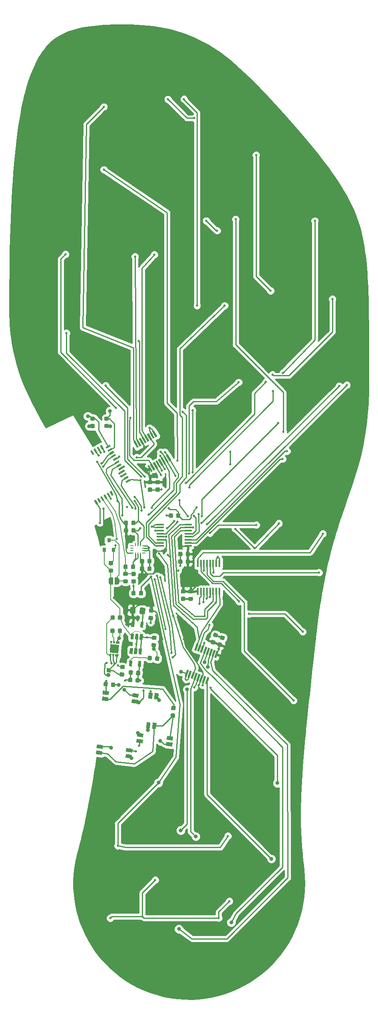
<source format=gbl>
G04 #@! TF.GenerationSoftware,KiCad,Pcbnew,(5.0.0)*
G04 #@! TF.CreationDate,2019-10-21T15:10:14+02:00*
G04 #@! TF.ProjectId,Insole_PCB,496E736F6C655F5043422E6B69636164,rev?*
G04 #@! TF.SameCoordinates,Original*
G04 #@! TF.FileFunction,Copper,L2,Bot,Signal*
G04 #@! TF.FilePolarity,Positive*
%FSLAX46Y46*%
G04 Gerber Fmt 4.6, Leading zero omitted, Abs format (unit mm)*
G04 Created by KiCad (PCBNEW (5.0.0)) date 10/21/19 15:10:14*
%MOMM*%
%LPD*%
G01*
G04 APERTURE LIST*
G04 #@! TA.AperFunction,SMDPad,CuDef*
%ADD10R,0.675000X0.250000*%
G04 #@! TD*
G04 #@! TA.AperFunction,SMDPad,CuDef*
%ADD11R,0.250000X0.675000*%
G04 #@! TD*
G04 #@! TA.AperFunction,Conductor*
%ADD12C,0.100000*%
G04 #@! TD*
G04 #@! TA.AperFunction,SMDPad,CuDef*
%ADD13C,0.875000*%
G04 #@! TD*
G04 #@! TA.AperFunction,ComponentPad*
%ADD14C,0.850000*%
G04 #@! TD*
G04 #@! TA.AperFunction,Conductor*
%ADD15C,0.850000*%
G04 #@! TD*
G04 #@! TA.AperFunction,SMDPad,CuDef*
%ADD16C,0.500000*%
G04 #@! TD*
G04 #@! TA.AperFunction,SMDPad,CuDef*
%ADD17C,1.150000*%
G04 #@! TD*
G04 #@! TA.AperFunction,SMDPad,CuDef*
%ADD18C,0.450000*%
G04 #@! TD*
G04 #@! TA.AperFunction,SMDPad,CuDef*
%ADD19R,1.500000X0.450000*%
G04 #@! TD*
G04 #@! TA.AperFunction,SMDPad,CuDef*
%ADD20R,0.450000X1.500000*%
G04 #@! TD*
G04 #@! TA.AperFunction,SMDPad,CuDef*
%ADD21R,0.800000X0.900000*%
G04 #@! TD*
G04 #@! TA.AperFunction,SMDPad,CuDef*
%ADD22C,0.650000*%
G04 #@! TD*
G04 #@! TA.AperFunction,SMDPad,CuDef*
%ADD23C,0.410000*%
G04 #@! TD*
G04 #@! TA.AperFunction,SMDPad,CuDef*
%ADD24C,1.800000*%
G04 #@! TD*
G04 #@! TA.AperFunction,SMDPad,CuDef*
%ADD25C,0.400000*%
G04 #@! TD*
G04 #@! TA.AperFunction,SMDPad,CuDef*
%ADD26C,0.800000*%
G04 #@! TD*
G04 #@! TA.AperFunction,ViaPad*
%ADD27C,0.800000*%
G04 #@! TD*
G04 #@! TA.AperFunction,ViaPad*
%ADD28C,0.500000*%
G04 #@! TD*
G04 #@! TA.AperFunction,Conductor*
%ADD29C,0.250000*%
G04 #@! TD*
G04 #@! TA.AperFunction,Conductor*
%ADD30C,0.160000*%
G04 #@! TD*
G04 #@! TA.AperFunction,Conductor*
%ADD31C,0.254000*%
G04 #@! TD*
G04 APERTURE END LIST*
D10*
G04 #@! TO.P,U2,11*
G04 #@! TO.N,N/C*
X197056953Y-152370707D03*
G04 #@! TO.P,U2,10*
X197056953Y-152870707D03*
G04 #@! TO.P,U2,9*
X197056953Y-153370707D03*
G04 #@! TO.P,U2,8*
G04 #@! TO.N,+3V3*
X197056953Y-153870707D03*
G04 #@! TO.P,U2,4*
G04 #@! TO.N,N/C*
X199581953Y-153870707D03*
G04 #@! TO.P,U2,3*
G04 #@! TO.N,GND*
X199581953Y-153370707D03*
G04 #@! TO.P,U2,2*
X199581953Y-152870707D03*
G04 #@! TO.P,U2,1*
X199581953Y-152370707D03*
D11*
G04 #@! TO.P,U2,7*
X197819453Y-154133207D03*
G04 #@! TO.P,U2,6*
X198319453Y-154133207D03*
G04 #@! TO.P,U2,5*
G04 #@! TO.N,+3V3*
X198819453Y-154133207D03*
G04 #@! TO.P,U2,12*
G04 #@! TO.N,N/C*
X197819453Y-152108207D03*
G04 #@! TO.P,U2,14*
G04 #@! TO.N,Net-(R2-Pad2)*
X198819453Y-152108207D03*
G04 #@! TO.P,U2,13*
G04 #@! TO.N,Net-(R3-Pad2)*
X198319453Y-152108207D03*
G04 #@! TD*
D12*
G04 #@! TO.N,-BATT*
G04 #@! TO.C,C1*
G36*
X194739412Y-179151980D02*
X195250664Y-179187730D01*
X195271980Y-179190276D01*
X195292943Y-179194900D01*
X195313352Y-179201556D01*
X195333011Y-179210180D01*
X195351729Y-179220690D01*
X195369327Y-179232984D01*
X195385636Y-179246943D01*
X195400498Y-179262434D01*
X195413769Y-179279307D01*
X195425323Y-179297400D01*
X195435048Y-179316538D01*
X195442851Y-179336537D01*
X195448655Y-179357204D01*
X195452406Y-179378341D01*
X195454067Y-179399744D01*
X195453622Y-179421206D01*
X195423104Y-179857640D01*
X195420558Y-179878956D01*
X195415934Y-179899919D01*
X195409278Y-179920328D01*
X195400654Y-179939987D01*
X195390144Y-179958705D01*
X195377850Y-179976303D01*
X195363891Y-179992612D01*
X195348400Y-180007474D01*
X195331527Y-180020745D01*
X195313435Y-180032299D01*
X195294297Y-180042024D01*
X195274298Y-180049827D01*
X195253630Y-180055631D01*
X195232493Y-180059382D01*
X195211090Y-180061043D01*
X195189628Y-180060598D01*
X194678376Y-180024848D01*
X194657060Y-180022302D01*
X194636097Y-180017678D01*
X194615688Y-180011022D01*
X194596029Y-180002398D01*
X194577311Y-179991888D01*
X194559713Y-179979594D01*
X194543404Y-179965635D01*
X194528542Y-179950144D01*
X194515271Y-179933271D01*
X194503717Y-179915178D01*
X194493992Y-179896040D01*
X194486189Y-179876041D01*
X194480385Y-179855374D01*
X194476634Y-179834237D01*
X194474973Y-179812834D01*
X194475418Y-179791372D01*
X194505936Y-179354938D01*
X194508482Y-179333622D01*
X194513106Y-179312659D01*
X194519762Y-179292250D01*
X194528386Y-179272591D01*
X194538896Y-179253873D01*
X194551190Y-179236275D01*
X194565149Y-179219966D01*
X194580640Y-179205104D01*
X194597513Y-179191833D01*
X194615605Y-179180279D01*
X194634743Y-179170554D01*
X194654742Y-179162751D01*
X194675410Y-179156947D01*
X194696547Y-179153196D01*
X194717950Y-179151535D01*
X194739412Y-179151980D01*
X194739412Y-179151980D01*
G37*
D13*
G04 #@! TD*
G04 #@! TO.P,C1,2*
G04 #@! TO.N,-BATT*
X194964520Y-179606289D03*
D12*
G04 #@! TO.N,Net-(C1-Pad1)*
G04 #@! TO.C,C1*
G36*
X194849278Y-177580816D02*
X195360530Y-177616566D01*
X195381846Y-177619112D01*
X195402809Y-177623736D01*
X195423218Y-177630392D01*
X195442877Y-177639016D01*
X195461595Y-177649526D01*
X195479193Y-177661820D01*
X195495502Y-177675779D01*
X195510364Y-177691270D01*
X195523635Y-177708143D01*
X195535189Y-177726236D01*
X195544914Y-177745374D01*
X195552717Y-177765373D01*
X195558521Y-177786040D01*
X195562272Y-177807177D01*
X195563933Y-177828580D01*
X195563488Y-177850042D01*
X195532970Y-178286476D01*
X195530424Y-178307792D01*
X195525800Y-178328755D01*
X195519144Y-178349164D01*
X195510520Y-178368823D01*
X195500010Y-178387541D01*
X195487716Y-178405139D01*
X195473757Y-178421448D01*
X195458266Y-178436310D01*
X195441393Y-178449581D01*
X195423301Y-178461135D01*
X195404163Y-178470860D01*
X195384164Y-178478663D01*
X195363496Y-178484467D01*
X195342359Y-178488218D01*
X195320956Y-178489879D01*
X195299494Y-178489434D01*
X194788242Y-178453684D01*
X194766926Y-178451138D01*
X194745963Y-178446514D01*
X194725554Y-178439858D01*
X194705895Y-178431234D01*
X194687177Y-178420724D01*
X194669579Y-178408430D01*
X194653270Y-178394471D01*
X194638408Y-178378980D01*
X194625137Y-178362107D01*
X194613583Y-178344014D01*
X194603858Y-178324876D01*
X194596055Y-178304877D01*
X194590251Y-178284210D01*
X194586500Y-178263073D01*
X194584839Y-178241670D01*
X194585284Y-178220208D01*
X194615802Y-177783774D01*
X194618348Y-177762458D01*
X194622972Y-177741495D01*
X194629628Y-177721086D01*
X194638252Y-177701427D01*
X194648762Y-177682709D01*
X194661056Y-177665111D01*
X194675015Y-177648802D01*
X194690506Y-177633940D01*
X194707379Y-177620669D01*
X194725471Y-177609115D01*
X194744609Y-177599390D01*
X194764608Y-177591587D01*
X194785276Y-177585783D01*
X194806413Y-177582032D01*
X194827816Y-177580371D01*
X194849278Y-177580816D01*
X194849278Y-177580816D01*
G37*
D13*
G04 #@! TD*
G04 #@! TO.P,C1,1*
G04 #@! TO.N,Net-(C1-Pad1)*
X195074386Y-178035125D03*
D12*
G04 #@! TO.N,+3V3*
G04 #@! TO.C,C2*
G36*
X215546058Y-172799090D02*
X215567410Y-172801311D01*
X215588442Y-172805614D01*
X215608950Y-172811957D01*
X216090542Y-172987242D01*
X216110330Y-172995565D01*
X216129207Y-173005788D01*
X216146991Y-173017812D01*
X216163510Y-173031521D01*
X216178607Y-173046783D01*
X216192135Y-173063451D01*
X216203964Y-173081365D01*
X216213980Y-173100352D01*
X216222087Y-173120230D01*
X216228206Y-173140806D01*
X216232279Y-173161883D01*
X216234267Y-173183258D01*
X216234150Y-173204725D01*
X216231929Y-173226077D01*
X216227626Y-173247108D01*
X216221283Y-173267617D01*
X216071649Y-173678732D01*
X216063326Y-173698520D01*
X216053103Y-173717397D01*
X216041079Y-173735181D01*
X216027370Y-173751700D01*
X216012108Y-173766797D01*
X215995440Y-173780325D01*
X215977526Y-173792154D01*
X215958539Y-173802170D01*
X215938661Y-173810277D01*
X215918085Y-173816396D01*
X215897007Y-173820469D01*
X215875633Y-173822457D01*
X215854166Y-173822340D01*
X215832814Y-173820119D01*
X215811782Y-173815816D01*
X215791274Y-173809473D01*
X215309682Y-173634188D01*
X215289894Y-173625865D01*
X215271017Y-173615642D01*
X215253233Y-173603618D01*
X215236714Y-173589909D01*
X215221617Y-173574647D01*
X215208089Y-173557979D01*
X215196260Y-173540065D01*
X215186244Y-173521078D01*
X215178137Y-173501200D01*
X215172018Y-173480624D01*
X215167945Y-173459547D01*
X215165957Y-173438172D01*
X215166074Y-173416705D01*
X215168295Y-173395353D01*
X215172598Y-173374322D01*
X215178941Y-173353813D01*
X215328575Y-172942698D01*
X215336898Y-172922910D01*
X215347121Y-172904033D01*
X215359145Y-172886249D01*
X215372854Y-172869730D01*
X215388116Y-172854633D01*
X215404784Y-172841105D01*
X215422698Y-172829276D01*
X215441685Y-172819260D01*
X215461563Y-172811153D01*
X215482139Y-172805034D01*
X215503217Y-172800961D01*
X215524591Y-172798973D01*
X215546058Y-172799090D01*
X215546058Y-172799090D01*
G37*
D13*
G04 #@! TD*
G04 #@! TO.P,C2,2*
G04 #@! TO.N,+3V3*
X215700112Y-173310715D03*
D12*
G04 #@! TO.N,GND*
G04 #@! TO.C,C2*
G36*
X216084740Y-171319074D02*
X216106092Y-171321295D01*
X216127124Y-171325598D01*
X216147632Y-171331941D01*
X216629224Y-171507226D01*
X216649012Y-171515549D01*
X216667889Y-171525772D01*
X216685673Y-171537796D01*
X216702192Y-171551505D01*
X216717289Y-171566767D01*
X216730817Y-171583435D01*
X216742646Y-171601349D01*
X216752662Y-171620336D01*
X216760769Y-171640214D01*
X216766888Y-171660790D01*
X216770961Y-171681867D01*
X216772949Y-171703242D01*
X216772832Y-171724709D01*
X216770611Y-171746061D01*
X216766308Y-171767092D01*
X216759965Y-171787601D01*
X216610331Y-172198716D01*
X216602008Y-172218504D01*
X216591785Y-172237381D01*
X216579761Y-172255165D01*
X216566052Y-172271684D01*
X216550790Y-172286781D01*
X216534122Y-172300309D01*
X216516208Y-172312138D01*
X216497221Y-172322154D01*
X216477343Y-172330261D01*
X216456767Y-172336380D01*
X216435689Y-172340453D01*
X216414315Y-172342441D01*
X216392848Y-172342324D01*
X216371496Y-172340103D01*
X216350464Y-172335800D01*
X216329956Y-172329457D01*
X215848364Y-172154172D01*
X215828576Y-172145849D01*
X215809699Y-172135626D01*
X215791915Y-172123602D01*
X215775396Y-172109893D01*
X215760299Y-172094631D01*
X215746771Y-172077963D01*
X215734942Y-172060049D01*
X215724926Y-172041062D01*
X215716819Y-172021184D01*
X215710700Y-172000608D01*
X215706627Y-171979531D01*
X215704639Y-171958156D01*
X215704756Y-171936689D01*
X215706977Y-171915337D01*
X215711280Y-171894306D01*
X215717623Y-171873797D01*
X215867257Y-171462682D01*
X215875580Y-171442894D01*
X215885803Y-171424017D01*
X215897827Y-171406233D01*
X215911536Y-171389714D01*
X215926798Y-171374617D01*
X215943466Y-171361089D01*
X215961380Y-171349260D01*
X215980367Y-171339244D01*
X216000245Y-171331137D01*
X216020821Y-171325018D01*
X216041899Y-171320945D01*
X216063273Y-171318957D01*
X216084740Y-171319074D01*
X216084740Y-171319074D01*
G37*
D13*
G04 #@! TD*
G04 #@! TO.P,C2,1*
G04 #@! TO.N,GND*
X216238794Y-171830699D03*
D12*
G04 #@! TO.N,+BATT*
G04 #@! TO.C,C3*
G36*
X201568881Y-171397554D02*
X202080678Y-171424376D01*
X202102035Y-171426550D01*
X202123076Y-171430807D01*
X202143598Y-171437105D01*
X202163404Y-171445385D01*
X202182303Y-171455567D01*
X202200113Y-171467552D01*
X202216663Y-171481225D01*
X202231793Y-171496454D01*
X202245357Y-171513092D01*
X202257225Y-171530981D01*
X202267283Y-171549946D01*
X202275433Y-171569806D01*
X202281597Y-171590369D01*
X202285716Y-171611437D01*
X202287750Y-171632807D01*
X202287680Y-171654275D01*
X202264783Y-172091175D01*
X202262609Y-172112531D01*
X202258352Y-172133572D01*
X202252053Y-172154094D01*
X202243774Y-172173900D01*
X202233592Y-172192799D01*
X202221607Y-172210610D01*
X202207934Y-172227159D01*
X202192705Y-172242289D01*
X202176067Y-172255853D01*
X202158178Y-172267721D01*
X202139213Y-172277779D01*
X202119353Y-172285929D01*
X202098790Y-172292093D01*
X202077722Y-172296212D01*
X202056351Y-172298246D01*
X202034885Y-172298176D01*
X201523088Y-172271354D01*
X201501731Y-172269180D01*
X201480690Y-172264923D01*
X201460168Y-172258625D01*
X201440362Y-172250345D01*
X201421463Y-172240163D01*
X201403653Y-172228178D01*
X201387103Y-172214505D01*
X201371973Y-172199276D01*
X201358409Y-172182638D01*
X201346541Y-172164749D01*
X201336483Y-172145784D01*
X201328333Y-172125924D01*
X201322169Y-172105361D01*
X201318050Y-172084293D01*
X201316016Y-172062923D01*
X201316086Y-172041455D01*
X201338983Y-171604555D01*
X201341157Y-171583199D01*
X201345414Y-171562158D01*
X201351713Y-171541636D01*
X201359992Y-171521830D01*
X201370174Y-171502931D01*
X201382159Y-171485120D01*
X201395832Y-171468571D01*
X201411061Y-171453441D01*
X201427699Y-171439877D01*
X201445588Y-171428009D01*
X201464553Y-171417951D01*
X201484413Y-171409801D01*
X201504976Y-171403637D01*
X201526044Y-171399518D01*
X201547415Y-171397484D01*
X201568881Y-171397554D01*
X201568881Y-171397554D01*
G37*
D13*
G04 #@! TD*
G04 #@! TO.P,C3,2*
G04 #@! TO.N,+BATT*
X201801883Y-171847865D03*
D12*
G04 #@! TO.N,GND*
G04 #@! TO.C,C3*
G36*
X201486451Y-172970396D02*
X201998248Y-172997218D01*
X202019605Y-172999392D01*
X202040646Y-173003649D01*
X202061168Y-173009947D01*
X202080974Y-173018227D01*
X202099873Y-173028409D01*
X202117683Y-173040394D01*
X202134233Y-173054067D01*
X202149363Y-173069296D01*
X202162927Y-173085934D01*
X202174795Y-173103823D01*
X202184853Y-173122788D01*
X202193003Y-173142648D01*
X202199167Y-173163211D01*
X202203286Y-173184279D01*
X202205320Y-173205649D01*
X202205250Y-173227117D01*
X202182353Y-173664017D01*
X202180179Y-173685373D01*
X202175922Y-173706414D01*
X202169623Y-173726936D01*
X202161344Y-173746742D01*
X202151162Y-173765641D01*
X202139177Y-173783452D01*
X202125504Y-173800001D01*
X202110275Y-173815131D01*
X202093637Y-173828695D01*
X202075748Y-173840563D01*
X202056783Y-173850621D01*
X202036923Y-173858771D01*
X202016360Y-173864935D01*
X201995292Y-173869054D01*
X201973921Y-173871088D01*
X201952455Y-173871018D01*
X201440658Y-173844196D01*
X201419301Y-173842022D01*
X201398260Y-173837765D01*
X201377738Y-173831467D01*
X201357932Y-173823187D01*
X201339033Y-173813005D01*
X201321223Y-173801020D01*
X201304673Y-173787347D01*
X201289543Y-173772118D01*
X201275979Y-173755480D01*
X201264111Y-173737591D01*
X201254053Y-173718626D01*
X201245903Y-173698766D01*
X201239739Y-173678203D01*
X201235620Y-173657135D01*
X201233586Y-173635765D01*
X201233656Y-173614297D01*
X201256553Y-173177397D01*
X201258727Y-173156041D01*
X201262984Y-173135000D01*
X201269283Y-173114478D01*
X201277562Y-173094672D01*
X201287744Y-173075773D01*
X201299729Y-173057962D01*
X201313402Y-173041413D01*
X201328631Y-173026283D01*
X201345269Y-173012719D01*
X201363158Y-173000851D01*
X201382123Y-172990793D01*
X201401983Y-172982643D01*
X201422546Y-172976479D01*
X201443614Y-172972360D01*
X201464985Y-172970326D01*
X201486451Y-172970396D01*
X201486451Y-172970396D01*
G37*
D13*
G04 #@! TD*
G04 #@! TO.P,C3,1*
G04 #@! TO.N,GND*
X201719453Y-173420707D03*
D12*
G04 #@! TO.N,GND*
G04 #@! TO.C,C4*
G36*
X200839412Y-167201980D02*
X201350664Y-167237730D01*
X201371980Y-167240276D01*
X201392943Y-167244900D01*
X201413352Y-167251556D01*
X201433011Y-167260180D01*
X201451729Y-167270690D01*
X201469327Y-167282984D01*
X201485636Y-167296943D01*
X201500498Y-167312434D01*
X201513769Y-167329307D01*
X201525323Y-167347400D01*
X201535048Y-167366538D01*
X201542851Y-167386537D01*
X201548655Y-167407204D01*
X201552406Y-167428341D01*
X201554067Y-167449744D01*
X201553622Y-167471206D01*
X201523104Y-167907640D01*
X201520558Y-167928956D01*
X201515934Y-167949919D01*
X201509278Y-167970328D01*
X201500654Y-167989987D01*
X201490144Y-168008705D01*
X201477850Y-168026303D01*
X201463891Y-168042612D01*
X201448400Y-168057474D01*
X201431527Y-168070745D01*
X201413435Y-168082299D01*
X201394297Y-168092024D01*
X201374298Y-168099827D01*
X201353630Y-168105631D01*
X201332493Y-168109382D01*
X201311090Y-168111043D01*
X201289628Y-168110598D01*
X200778376Y-168074848D01*
X200757060Y-168072302D01*
X200736097Y-168067678D01*
X200715688Y-168061022D01*
X200696029Y-168052398D01*
X200677311Y-168041888D01*
X200659713Y-168029594D01*
X200643404Y-168015635D01*
X200628542Y-168000144D01*
X200615271Y-167983271D01*
X200603717Y-167965178D01*
X200593992Y-167946040D01*
X200586189Y-167926041D01*
X200580385Y-167905374D01*
X200576634Y-167884237D01*
X200574973Y-167862834D01*
X200575418Y-167841372D01*
X200605936Y-167404938D01*
X200608482Y-167383622D01*
X200613106Y-167362659D01*
X200619762Y-167342250D01*
X200628386Y-167322591D01*
X200638896Y-167303873D01*
X200651190Y-167286275D01*
X200665149Y-167269966D01*
X200680640Y-167255104D01*
X200697513Y-167241833D01*
X200715605Y-167230279D01*
X200734743Y-167220554D01*
X200754742Y-167212751D01*
X200775410Y-167206947D01*
X200796547Y-167203196D01*
X200817950Y-167201535D01*
X200839412Y-167201980D01*
X200839412Y-167201980D01*
G37*
D13*
G04 #@! TD*
G04 #@! TO.P,C4,2*
G04 #@! TO.N,GND*
X201064520Y-167656289D03*
D12*
G04 #@! TO.N,+3V3*
G04 #@! TO.C,C4*
G36*
X200949278Y-165630816D02*
X201460530Y-165666566D01*
X201481846Y-165669112D01*
X201502809Y-165673736D01*
X201523218Y-165680392D01*
X201542877Y-165689016D01*
X201561595Y-165699526D01*
X201579193Y-165711820D01*
X201595502Y-165725779D01*
X201610364Y-165741270D01*
X201623635Y-165758143D01*
X201635189Y-165776236D01*
X201644914Y-165795374D01*
X201652717Y-165815373D01*
X201658521Y-165836040D01*
X201662272Y-165857177D01*
X201663933Y-165878580D01*
X201663488Y-165900042D01*
X201632970Y-166336476D01*
X201630424Y-166357792D01*
X201625800Y-166378755D01*
X201619144Y-166399164D01*
X201610520Y-166418823D01*
X201600010Y-166437541D01*
X201587716Y-166455139D01*
X201573757Y-166471448D01*
X201558266Y-166486310D01*
X201541393Y-166499581D01*
X201523301Y-166511135D01*
X201504163Y-166520860D01*
X201484164Y-166528663D01*
X201463496Y-166534467D01*
X201442359Y-166538218D01*
X201420956Y-166539879D01*
X201399494Y-166539434D01*
X200888242Y-166503684D01*
X200866926Y-166501138D01*
X200845963Y-166496514D01*
X200825554Y-166489858D01*
X200805895Y-166481234D01*
X200787177Y-166470724D01*
X200769579Y-166458430D01*
X200753270Y-166444471D01*
X200738408Y-166428980D01*
X200725137Y-166412107D01*
X200713583Y-166394014D01*
X200703858Y-166374876D01*
X200696055Y-166354877D01*
X200690251Y-166334210D01*
X200686500Y-166313073D01*
X200684839Y-166291670D01*
X200685284Y-166270208D01*
X200715802Y-165833774D01*
X200718348Y-165812458D01*
X200722972Y-165791495D01*
X200729628Y-165771086D01*
X200738252Y-165751427D01*
X200748762Y-165732709D01*
X200761056Y-165715111D01*
X200775015Y-165698802D01*
X200790506Y-165683940D01*
X200807379Y-165670669D01*
X200825471Y-165659115D01*
X200844609Y-165649390D01*
X200864608Y-165641587D01*
X200885276Y-165635783D01*
X200906413Y-165632032D01*
X200927816Y-165630371D01*
X200949278Y-165630816D01*
X200949278Y-165630816D01*
G37*
D13*
G04 #@! TD*
G04 #@! TO.P,C4,1*
G04 #@! TO.N,+3V3*
X201174386Y-166085125D03*
D12*
G04 #@! TO.N,+3V3*
G04 #@! TO.C,C5*
G36*
X214096058Y-172249090D02*
X214117410Y-172251311D01*
X214138442Y-172255614D01*
X214158950Y-172261957D01*
X214640542Y-172437242D01*
X214660330Y-172445565D01*
X214679207Y-172455788D01*
X214696991Y-172467812D01*
X214713510Y-172481521D01*
X214728607Y-172496783D01*
X214742135Y-172513451D01*
X214753964Y-172531365D01*
X214763980Y-172550352D01*
X214772087Y-172570230D01*
X214778206Y-172590806D01*
X214782279Y-172611883D01*
X214784267Y-172633258D01*
X214784150Y-172654725D01*
X214781929Y-172676077D01*
X214777626Y-172697108D01*
X214771283Y-172717617D01*
X214621649Y-173128732D01*
X214613326Y-173148520D01*
X214603103Y-173167397D01*
X214591079Y-173185181D01*
X214577370Y-173201700D01*
X214562108Y-173216797D01*
X214545440Y-173230325D01*
X214527526Y-173242154D01*
X214508539Y-173252170D01*
X214488661Y-173260277D01*
X214468085Y-173266396D01*
X214447007Y-173270469D01*
X214425633Y-173272457D01*
X214404166Y-173272340D01*
X214382814Y-173270119D01*
X214361782Y-173265816D01*
X214341274Y-173259473D01*
X213859682Y-173084188D01*
X213839894Y-173075865D01*
X213821017Y-173065642D01*
X213803233Y-173053618D01*
X213786714Y-173039909D01*
X213771617Y-173024647D01*
X213758089Y-173007979D01*
X213746260Y-172990065D01*
X213736244Y-172971078D01*
X213728137Y-172951200D01*
X213722018Y-172930624D01*
X213717945Y-172909547D01*
X213715957Y-172888172D01*
X213716074Y-172866705D01*
X213718295Y-172845353D01*
X213722598Y-172824322D01*
X213728941Y-172803813D01*
X213878575Y-172392698D01*
X213886898Y-172372910D01*
X213897121Y-172354033D01*
X213909145Y-172336249D01*
X213922854Y-172319730D01*
X213938116Y-172304633D01*
X213954784Y-172291105D01*
X213972698Y-172279276D01*
X213991685Y-172269260D01*
X214011563Y-172261153D01*
X214032139Y-172255034D01*
X214053217Y-172250961D01*
X214074591Y-172248973D01*
X214096058Y-172249090D01*
X214096058Y-172249090D01*
G37*
D13*
G04 #@! TD*
G04 #@! TO.P,C5,2*
G04 #@! TO.N,+3V3*
X214250112Y-172760715D03*
D12*
G04 #@! TO.N,GND*
G04 #@! TO.C,C5*
G36*
X214634740Y-170769074D02*
X214656092Y-170771295D01*
X214677124Y-170775598D01*
X214697632Y-170781941D01*
X215179224Y-170957226D01*
X215199012Y-170965549D01*
X215217889Y-170975772D01*
X215235673Y-170987796D01*
X215252192Y-171001505D01*
X215267289Y-171016767D01*
X215280817Y-171033435D01*
X215292646Y-171051349D01*
X215302662Y-171070336D01*
X215310769Y-171090214D01*
X215316888Y-171110790D01*
X215320961Y-171131867D01*
X215322949Y-171153242D01*
X215322832Y-171174709D01*
X215320611Y-171196061D01*
X215316308Y-171217092D01*
X215309965Y-171237601D01*
X215160331Y-171648716D01*
X215152008Y-171668504D01*
X215141785Y-171687381D01*
X215129761Y-171705165D01*
X215116052Y-171721684D01*
X215100790Y-171736781D01*
X215084122Y-171750309D01*
X215066208Y-171762138D01*
X215047221Y-171772154D01*
X215027343Y-171780261D01*
X215006767Y-171786380D01*
X214985689Y-171790453D01*
X214964315Y-171792441D01*
X214942848Y-171792324D01*
X214921496Y-171790103D01*
X214900464Y-171785800D01*
X214879956Y-171779457D01*
X214398364Y-171604172D01*
X214378576Y-171595849D01*
X214359699Y-171585626D01*
X214341915Y-171573602D01*
X214325396Y-171559893D01*
X214310299Y-171544631D01*
X214296771Y-171527963D01*
X214284942Y-171510049D01*
X214274926Y-171491062D01*
X214266819Y-171471184D01*
X214260700Y-171450608D01*
X214256627Y-171429531D01*
X214254639Y-171408156D01*
X214254756Y-171386689D01*
X214256977Y-171365337D01*
X214261280Y-171344306D01*
X214267623Y-171323797D01*
X214417257Y-170912682D01*
X214425580Y-170892894D01*
X214435803Y-170874017D01*
X214447827Y-170856233D01*
X214461536Y-170839714D01*
X214476798Y-170824617D01*
X214493466Y-170811089D01*
X214511380Y-170799260D01*
X214530367Y-170789244D01*
X214550245Y-170781137D01*
X214570821Y-170775018D01*
X214591899Y-170770945D01*
X214613273Y-170768957D01*
X214634740Y-170769074D01*
X214634740Y-170769074D01*
G37*
D13*
G04 #@! TD*
G04 #@! TO.P,C5,1*
G04 #@! TO.N,GND*
X214788794Y-171280699D03*
D12*
G04 #@! TO.N,+3V3*
G04 #@! TO.C,C6*
G36*
X208197144Y-161584260D02*
X208218379Y-161587410D01*
X208239203Y-161592626D01*
X208259415Y-161599858D01*
X208278821Y-161609037D01*
X208297234Y-161620073D01*
X208314477Y-161632861D01*
X208330383Y-161647277D01*
X208344799Y-161663183D01*
X208357587Y-161680426D01*
X208368623Y-161698839D01*
X208377802Y-161718245D01*
X208385034Y-161738457D01*
X208390250Y-161759281D01*
X208393400Y-161780516D01*
X208394453Y-161801957D01*
X208394453Y-162239457D01*
X208393400Y-162260898D01*
X208390250Y-162282133D01*
X208385034Y-162302957D01*
X208377802Y-162323169D01*
X208368623Y-162342575D01*
X208357587Y-162360988D01*
X208344799Y-162378231D01*
X208330383Y-162394137D01*
X208314477Y-162408553D01*
X208297234Y-162421341D01*
X208278821Y-162432377D01*
X208259415Y-162441556D01*
X208239203Y-162448788D01*
X208218379Y-162454004D01*
X208197144Y-162457154D01*
X208175703Y-162458207D01*
X207663203Y-162458207D01*
X207641762Y-162457154D01*
X207620527Y-162454004D01*
X207599703Y-162448788D01*
X207579491Y-162441556D01*
X207560085Y-162432377D01*
X207541672Y-162421341D01*
X207524429Y-162408553D01*
X207508523Y-162394137D01*
X207494107Y-162378231D01*
X207481319Y-162360988D01*
X207470283Y-162342575D01*
X207461104Y-162323169D01*
X207453872Y-162302957D01*
X207448656Y-162282133D01*
X207445506Y-162260898D01*
X207444453Y-162239457D01*
X207444453Y-161801957D01*
X207445506Y-161780516D01*
X207448656Y-161759281D01*
X207453872Y-161738457D01*
X207461104Y-161718245D01*
X207470283Y-161698839D01*
X207481319Y-161680426D01*
X207494107Y-161663183D01*
X207508523Y-161647277D01*
X207524429Y-161632861D01*
X207541672Y-161620073D01*
X207560085Y-161609037D01*
X207579491Y-161599858D01*
X207599703Y-161592626D01*
X207620527Y-161587410D01*
X207641762Y-161584260D01*
X207663203Y-161583207D01*
X208175703Y-161583207D01*
X208197144Y-161584260D01*
X208197144Y-161584260D01*
G37*
D13*
G04 #@! TD*
G04 #@! TO.P,C6,2*
G04 #@! TO.N,+3V3*
X207919453Y-162020707D03*
D12*
G04 #@! TO.N,GND*
G04 #@! TO.C,C6*
G36*
X208197144Y-163159260D02*
X208218379Y-163162410D01*
X208239203Y-163167626D01*
X208259415Y-163174858D01*
X208278821Y-163184037D01*
X208297234Y-163195073D01*
X208314477Y-163207861D01*
X208330383Y-163222277D01*
X208344799Y-163238183D01*
X208357587Y-163255426D01*
X208368623Y-163273839D01*
X208377802Y-163293245D01*
X208385034Y-163313457D01*
X208390250Y-163334281D01*
X208393400Y-163355516D01*
X208394453Y-163376957D01*
X208394453Y-163814457D01*
X208393400Y-163835898D01*
X208390250Y-163857133D01*
X208385034Y-163877957D01*
X208377802Y-163898169D01*
X208368623Y-163917575D01*
X208357587Y-163935988D01*
X208344799Y-163953231D01*
X208330383Y-163969137D01*
X208314477Y-163983553D01*
X208297234Y-163996341D01*
X208278821Y-164007377D01*
X208259415Y-164016556D01*
X208239203Y-164023788D01*
X208218379Y-164029004D01*
X208197144Y-164032154D01*
X208175703Y-164033207D01*
X207663203Y-164033207D01*
X207641762Y-164032154D01*
X207620527Y-164029004D01*
X207599703Y-164023788D01*
X207579491Y-164016556D01*
X207560085Y-164007377D01*
X207541672Y-163996341D01*
X207524429Y-163983553D01*
X207508523Y-163969137D01*
X207494107Y-163953231D01*
X207481319Y-163935988D01*
X207470283Y-163917575D01*
X207461104Y-163898169D01*
X207453872Y-163877957D01*
X207448656Y-163857133D01*
X207445506Y-163835898D01*
X207444453Y-163814457D01*
X207444453Y-163376957D01*
X207445506Y-163355516D01*
X207448656Y-163334281D01*
X207453872Y-163313457D01*
X207461104Y-163293245D01*
X207470283Y-163273839D01*
X207481319Y-163255426D01*
X207494107Y-163238183D01*
X207508523Y-163222277D01*
X207524429Y-163207861D01*
X207541672Y-163195073D01*
X207560085Y-163184037D01*
X207579491Y-163174858D01*
X207599703Y-163167626D01*
X207620527Y-163162410D01*
X207641762Y-163159260D01*
X207663203Y-163158207D01*
X208175703Y-163158207D01*
X208197144Y-163159260D01*
X208197144Y-163159260D01*
G37*
D13*
G04 #@! TD*
G04 #@! TO.P,C6,1*
G04 #@! TO.N,GND*
X207919453Y-163595707D03*
D12*
G04 #@! TO.N,+3V3*
G04 #@! TO.C,C7*
G36*
X209797144Y-161596760D02*
X209818379Y-161599910D01*
X209839203Y-161605126D01*
X209859415Y-161612358D01*
X209878821Y-161621537D01*
X209897234Y-161632573D01*
X209914477Y-161645361D01*
X209930383Y-161659777D01*
X209944799Y-161675683D01*
X209957587Y-161692926D01*
X209968623Y-161711339D01*
X209977802Y-161730745D01*
X209985034Y-161750957D01*
X209990250Y-161771781D01*
X209993400Y-161793016D01*
X209994453Y-161814457D01*
X209994453Y-162251957D01*
X209993400Y-162273398D01*
X209990250Y-162294633D01*
X209985034Y-162315457D01*
X209977802Y-162335669D01*
X209968623Y-162355075D01*
X209957587Y-162373488D01*
X209944799Y-162390731D01*
X209930383Y-162406637D01*
X209914477Y-162421053D01*
X209897234Y-162433841D01*
X209878821Y-162444877D01*
X209859415Y-162454056D01*
X209839203Y-162461288D01*
X209818379Y-162466504D01*
X209797144Y-162469654D01*
X209775703Y-162470707D01*
X209263203Y-162470707D01*
X209241762Y-162469654D01*
X209220527Y-162466504D01*
X209199703Y-162461288D01*
X209179491Y-162454056D01*
X209160085Y-162444877D01*
X209141672Y-162433841D01*
X209124429Y-162421053D01*
X209108523Y-162406637D01*
X209094107Y-162390731D01*
X209081319Y-162373488D01*
X209070283Y-162355075D01*
X209061104Y-162335669D01*
X209053872Y-162315457D01*
X209048656Y-162294633D01*
X209045506Y-162273398D01*
X209044453Y-162251957D01*
X209044453Y-161814457D01*
X209045506Y-161793016D01*
X209048656Y-161771781D01*
X209053872Y-161750957D01*
X209061104Y-161730745D01*
X209070283Y-161711339D01*
X209081319Y-161692926D01*
X209094107Y-161675683D01*
X209108523Y-161659777D01*
X209124429Y-161645361D01*
X209141672Y-161632573D01*
X209160085Y-161621537D01*
X209179491Y-161612358D01*
X209199703Y-161605126D01*
X209220527Y-161599910D01*
X209241762Y-161596760D01*
X209263203Y-161595707D01*
X209775703Y-161595707D01*
X209797144Y-161596760D01*
X209797144Y-161596760D01*
G37*
D13*
G04 #@! TD*
G04 #@! TO.P,C7,2*
G04 #@! TO.N,+3V3*
X209519453Y-162033207D03*
D12*
G04 #@! TO.N,GND*
G04 #@! TO.C,C7*
G36*
X209797144Y-163171760D02*
X209818379Y-163174910D01*
X209839203Y-163180126D01*
X209859415Y-163187358D01*
X209878821Y-163196537D01*
X209897234Y-163207573D01*
X209914477Y-163220361D01*
X209930383Y-163234777D01*
X209944799Y-163250683D01*
X209957587Y-163267926D01*
X209968623Y-163286339D01*
X209977802Y-163305745D01*
X209985034Y-163325957D01*
X209990250Y-163346781D01*
X209993400Y-163368016D01*
X209994453Y-163389457D01*
X209994453Y-163826957D01*
X209993400Y-163848398D01*
X209990250Y-163869633D01*
X209985034Y-163890457D01*
X209977802Y-163910669D01*
X209968623Y-163930075D01*
X209957587Y-163948488D01*
X209944799Y-163965731D01*
X209930383Y-163981637D01*
X209914477Y-163996053D01*
X209897234Y-164008841D01*
X209878821Y-164019877D01*
X209859415Y-164029056D01*
X209839203Y-164036288D01*
X209818379Y-164041504D01*
X209797144Y-164044654D01*
X209775703Y-164045707D01*
X209263203Y-164045707D01*
X209241762Y-164044654D01*
X209220527Y-164041504D01*
X209199703Y-164036288D01*
X209179491Y-164029056D01*
X209160085Y-164019877D01*
X209141672Y-164008841D01*
X209124429Y-163996053D01*
X209108523Y-163981637D01*
X209094107Y-163965731D01*
X209081319Y-163948488D01*
X209070283Y-163930075D01*
X209061104Y-163910669D01*
X209053872Y-163890457D01*
X209048656Y-163869633D01*
X209045506Y-163848398D01*
X209044453Y-163826957D01*
X209044453Y-163389457D01*
X209045506Y-163368016D01*
X209048656Y-163346781D01*
X209053872Y-163325957D01*
X209061104Y-163305745D01*
X209070283Y-163286339D01*
X209081319Y-163267926D01*
X209094107Y-163250683D01*
X209108523Y-163234777D01*
X209124429Y-163220361D01*
X209141672Y-163207573D01*
X209160085Y-163196537D01*
X209179491Y-163187358D01*
X209199703Y-163180126D01*
X209220527Y-163174910D01*
X209241762Y-163171760D01*
X209263203Y-163170707D01*
X209775703Y-163170707D01*
X209797144Y-163171760D01*
X209797144Y-163171760D01*
G37*
D13*
G04 #@! TD*
G04 #@! TO.P,C7,1*
G04 #@! TO.N,GND*
X209519453Y-163608207D03*
D12*
G04 #@! TO.N,+3V3*
G04 #@! TO.C,C8*
G36*
X209159644Y-155246760D02*
X209180879Y-155249910D01*
X209201703Y-155255126D01*
X209221915Y-155262358D01*
X209241321Y-155271537D01*
X209259734Y-155282573D01*
X209276977Y-155295361D01*
X209292883Y-155309777D01*
X209307299Y-155325683D01*
X209320087Y-155342926D01*
X209331123Y-155361339D01*
X209340302Y-155380745D01*
X209347534Y-155400957D01*
X209352750Y-155421781D01*
X209355900Y-155443016D01*
X209356953Y-155464457D01*
X209356953Y-155976957D01*
X209355900Y-155998398D01*
X209352750Y-156019633D01*
X209347534Y-156040457D01*
X209340302Y-156060669D01*
X209331123Y-156080075D01*
X209320087Y-156098488D01*
X209307299Y-156115731D01*
X209292883Y-156131637D01*
X209276977Y-156146053D01*
X209259734Y-156158841D01*
X209241321Y-156169877D01*
X209221915Y-156179056D01*
X209201703Y-156186288D01*
X209180879Y-156191504D01*
X209159644Y-156194654D01*
X209138203Y-156195707D01*
X208700703Y-156195707D01*
X208679262Y-156194654D01*
X208658027Y-156191504D01*
X208637203Y-156186288D01*
X208616991Y-156179056D01*
X208597585Y-156169877D01*
X208579172Y-156158841D01*
X208561929Y-156146053D01*
X208546023Y-156131637D01*
X208531607Y-156115731D01*
X208518819Y-156098488D01*
X208507783Y-156080075D01*
X208498604Y-156060669D01*
X208491372Y-156040457D01*
X208486156Y-156019633D01*
X208483006Y-155998398D01*
X208481953Y-155976957D01*
X208481953Y-155464457D01*
X208483006Y-155443016D01*
X208486156Y-155421781D01*
X208491372Y-155400957D01*
X208498604Y-155380745D01*
X208507783Y-155361339D01*
X208518819Y-155342926D01*
X208531607Y-155325683D01*
X208546023Y-155309777D01*
X208561929Y-155295361D01*
X208579172Y-155282573D01*
X208597585Y-155271537D01*
X208616991Y-155262358D01*
X208637203Y-155255126D01*
X208658027Y-155249910D01*
X208679262Y-155246760D01*
X208700703Y-155245707D01*
X209138203Y-155245707D01*
X209159644Y-155246760D01*
X209159644Y-155246760D01*
G37*
D13*
G04 #@! TD*
G04 #@! TO.P,C8,2*
G04 #@! TO.N,+3V3*
X208919453Y-155720707D03*
D12*
G04 #@! TO.N,GND*
G04 #@! TO.C,C8*
G36*
X207584644Y-155246760D02*
X207605879Y-155249910D01*
X207626703Y-155255126D01*
X207646915Y-155262358D01*
X207666321Y-155271537D01*
X207684734Y-155282573D01*
X207701977Y-155295361D01*
X207717883Y-155309777D01*
X207732299Y-155325683D01*
X207745087Y-155342926D01*
X207756123Y-155361339D01*
X207765302Y-155380745D01*
X207772534Y-155400957D01*
X207777750Y-155421781D01*
X207780900Y-155443016D01*
X207781953Y-155464457D01*
X207781953Y-155976957D01*
X207780900Y-155998398D01*
X207777750Y-156019633D01*
X207772534Y-156040457D01*
X207765302Y-156060669D01*
X207756123Y-156080075D01*
X207745087Y-156098488D01*
X207732299Y-156115731D01*
X207717883Y-156131637D01*
X207701977Y-156146053D01*
X207684734Y-156158841D01*
X207666321Y-156169877D01*
X207646915Y-156179056D01*
X207626703Y-156186288D01*
X207605879Y-156191504D01*
X207584644Y-156194654D01*
X207563203Y-156195707D01*
X207125703Y-156195707D01*
X207104262Y-156194654D01*
X207083027Y-156191504D01*
X207062203Y-156186288D01*
X207041991Y-156179056D01*
X207022585Y-156169877D01*
X207004172Y-156158841D01*
X206986929Y-156146053D01*
X206971023Y-156131637D01*
X206956607Y-156115731D01*
X206943819Y-156098488D01*
X206932783Y-156080075D01*
X206923604Y-156060669D01*
X206916372Y-156040457D01*
X206911156Y-156019633D01*
X206908006Y-155998398D01*
X206906953Y-155976957D01*
X206906953Y-155464457D01*
X206908006Y-155443016D01*
X206911156Y-155421781D01*
X206916372Y-155400957D01*
X206923604Y-155380745D01*
X206932783Y-155361339D01*
X206943819Y-155342926D01*
X206956607Y-155325683D01*
X206971023Y-155309777D01*
X206986929Y-155295361D01*
X207004172Y-155282573D01*
X207022585Y-155271537D01*
X207041991Y-155262358D01*
X207062203Y-155255126D01*
X207083027Y-155249910D01*
X207104262Y-155246760D01*
X207125703Y-155245707D01*
X207563203Y-155245707D01*
X207584644Y-155246760D01*
X207584644Y-155246760D01*
G37*
D13*
G04 #@! TD*
G04 #@! TO.P,C8,1*
G04 #@! TO.N,GND*
X207344453Y-155720707D03*
D12*
G04 #@! TO.N,+3V3*
G04 #@! TO.C,C9*
G36*
X209159644Y-153646760D02*
X209180879Y-153649910D01*
X209201703Y-153655126D01*
X209221915Y-153662358D01*
X209241321Y-153671537D01*
X209259734Y-153682573D01*
X209276977Y-153695361D01*
X209292883Y-153709777D01*
X209307299Y-153725683D01*
X209320087Y-153742926D01*
X209331123Y-153761339D01*
X209340302Y-153780745D01*
X209347534Y-153800957D01*
X209352750Y-153821781D01*
X209355900Y-153843016D01*
X209356953Y-153864457D01*
X209356953Y-154376957D01*
X209355900Y-154398398D01*
X209352750Y-154419633D01*
X209347534Y-154440457D01*
X209340302Y-154460669D01*
X209331123Y-154480075D01*
X209320087Y-154498488D01*
X209307299Y-154515731D01*
X209292883Y-154531637D01*
X209276977Y-154546053D01*
X209259734Y-154558841D01*
X209241321Y-154569877D01*
X209221915Y-154579056D01*
X209201703Y-154586288D01*
X209180879Y-154591504D01*
X209159644Y-154594654D01*
X209138203Y-154595707D01*
X208700703Y-154595707D01*
X208679262Y-154594654D01*
X208658027Y-154591504D01*
X208637203Y-154586288D01*
X208616991Y-154579056D01*
X208597585Y-154569877D01*
X208579172Y-154558841D01*
X208561929Y-154546053D01*
X208546023Y-154531637D01*
X208531607Y-154515731D01*
X208518819Y-154498488D01*
X208507783Y-154480075D01*
X208498604Y-154460669D01*
X208491372Y-154440457D01*
X208486156Y-154419633D01*
X208483006Y-154398398D01*
X208481953Y-154376957D01*
X208481953Y-153864457D01*
X208483006Y-153843016D01*
X208486156Y-153821781D01*
X208491372Y-153800957D01*
X208498604Y-153780745D01*
X208507783Y-153761339D01*
X208518819Y-153742926D01*
X208531607Y-153725683D01*
X208546023Y-153709777D01*
X208561929Y-153695361D01*
X208579172Y-153682573D01*
X208597585Y-153671537D01*
X208616991Y-153662358D01*
X208637203Y-153655126D01*
X208658027Y-153649910D01*
X208679262Y-153646760D01*
X208700703Y-153645707D01*
X209138203Y-153645707D01*
X209159644Y-153646760D01*
X209159644Y-153646760D01*
G37*
D13*
G04 #@! TD*
G04 #@! TO.P,C9,2*
G04 #@! TO.N,+3V3*
X208919453Y-154120707D03*
D12*
G04 #@! TO.N,GND*
G04 #@! TO.C,C9*
G36*
X207584644Y-153646760D02*
X207605879Y-153649910D01*
X207626703Y-153655126D01*
X207646915Y-153662358D01*
X207666321Y-153671537D01*
X207684734Y-153682573D01*
X207701977Y-153695361D01*
X207717883Y-153709777D01*
X207732299Y-153725683D01*
X207745087Y-153742926D01*
X207756123Y-153761339D01*
X207765302Y-153780745D01*
X207772534Y-153800957D01*
X207777750Y-153821781D01*
X207780900Y-153843016D01*
X207781953Y-153864457D01*
X207781953Y-154376957D01*
X207780900Y-154398398D01*
X207777750Y-154419633D01*
X207772534Y-154440457D01*
X207765302Y-154460669D01*
X207756123Y-154480075D01*
X207745087Y-154498488D01*
X207732299Y-154515731D01*
X207717883Y-154531637D01*
X207701977Y-154546053D01*
X207684734Y-154558841D01*
X207666321Y-154569877D01*
X207646915Y-154579056D01*
X207626703Y-154586288D01*
X207605879Y-154591504D01*
X207584644Y-154594654D01*
X207563203Y-154595707D01*
X207125703Y-154595707D01*
X207104262Y-154594654D01*
X207083027Y-154591504D01*
X207062203Y-154586288D01*
X207041991Y-154579056D01*
X207022585Y-154569877D01*
X207004172Y-154558841D01*
X206986929Y-154546053D01*
X206971023Y-154531637D01*
X206956607Y-154515731D01*
X206943819Y-154498488D01*
X206932783Y-154480075D01*
X206923604Y-154460669D01*
X206916372Y-154440457D01*
X206911156Y-154419633D01*
X206908006Y-154398398D01*
X206906953Y-154376957D01*
X206906953Y-153864457D01*
X206908006Y-153843016D01*
X206911156Y-153821781D01*
X206916372Y-153800957D01*
X206923604Y-153780745D01*
X206932783Y-153761339D01*
X206943819Y-153742926D01*
X206956607Y-153725683D01*
X206971023Y-153709777D01*
X206986929Y-153695361D01*
X207004172Y-153682573D01*
X207022585Y-153671537D01*
X207041991Y-153662358D01*
X207062203Y-153655126D01*
X207083027Y-153649910D01*
X207104262Y-153646760D01*
X207125703Y-153645707D01*
X207563203Y-153645707D01*
X207584644Y-153646760D01*
X207584644Y-153646760D01*
G37*
D13*
G04 #@! TD*
G04 #@! TO.P,C9,1*
G04 #@! TO.N,GND*
X207344453Y-154120707D03*
D12*
G04 #@! TO.N,+3V3*
G04 #@! TO.C,C10*
G36*
X202822144Y-138459260D02*
X202843379Y-138462410D01*
X202864203Y-138467626D01*
X202884415Y-138474858D01*
X202903821Y-138484037D01*
X202922234Y-138495073D01*
X202939477Y-138507861D01*
X202955383Y-138522277D01*
X202969799Y-138538183D01*
X202982587Y-138555426D01*
X202993623Y-138573839D01*
X203002802Y-138593245D01*
X203010034Y-138613457D01*
X203015250Y-138634281D01*
X203018400Y-138655516D01*
X203019453Y-138676957D01*
X203019453Y-139114457D01*
X203018400Y-139135898D01*
X203015250Y-139157133D01*
X203010034Y-139177957D01*
X203002802Y-139198169D01*
X202993623Y-139217575D01*
X202982587Y-139235988D01*
X202969799Y-139253231D01*
X202955383Y-139269137D01*
X202939477Y-139283553D01*
X202922234Y-139296341D01*
X202903821Y-139307377D01*
X202884415Y-139316556D01*
X202864203Y-139323788D01*
X202843379Y-139329004D01*
X202822144Y-139332154D01*
X202800703Y-139333207D01*
X202288203Y-139333207D01*
X202266762Y-139332154D01*
X202245527Y-139329004D01*
X202224703Y-139323788D01*
X202204491Y-139316556D01*
X202185085Y-139307377D01*
X202166672Y-139296341D01*
X202149429Y-139283553D01*
X202133523Y-139269137D01*
X202119107Y-139253231D01*
X202106319Y-139235988D01*
X202095283Y-139217575D01*
X202086104Y-139198169D01*
X202078872Y-139177957D01*
X202073656Y-139157133D01*
X202070506Y-139135898D01*
X202069453Y-139114457D01*
X202069453Y-138676957D01*
X202070506Y-138655516D01*
X202073656Y-138634281D01*
X202078872Y-138613457D01*
X202086104Y-138593245D01*
X202095283Y-138573839D01*
X202106319Y-138555426D01*
X202119107Y-138538183D01*
X202133523Y-138522277D01*
X202149429Y-138507861D01*
X202166672Y-138495073D01*
X202185085Y-138484037D01*
X202204491Y-138474858D01*
X202224703Y-138467626D01*
X202245527Y-138462410D01*
X202266762Y-138459260D01*
X202288203Y-138458207D01*
X202800703Y-138458207D01*
X202822144Y-138459260D01*
X202822144Y-138459260D01*
G37*
D13*
G04 #@! TD*
G04 #@! TO.P,C10,2*
G04 #@! TO.N,+3V3*
X202544453Y-138895707D03*
D12*
G04 #@! TO.N,GND*
G04 #@! TO.C,C10*
G36*
X202822144Y-140034260D02*
X202843379Y-140037410D01*
X202864203Y-140042626D01*
X202884415Y-140049858D01*
X202903821Y-140059037D01*
X202922234Y-140070073D01*
X202939477Y-140082861D01*
X202955383Y-140097277D01*
X202969799Y-140113183D01*
X202982587Y-140130426D01*
X202993623Y-140148839D01*
X203002802Y-140168245D01*
X203010034Y-140188457D01*
X203015250Y-140209281D01*
X203018400Y-140230516D01*
X203019453Y-140251957D01*
X203019453Y-140689457D01*
X203018400Y-140710898D01*
X203015250Y-140732133D01*
X203010034Y-140752957D01*
X203002802Y-140773169D01*
X202993623Y-140792575D01*
X202982587Y-140810988D01*
X202969799Y-140828231D01*
X202955383Y-140844137D01*
X202939477Y-140858553D01*
X202922234Y-140871341D01*
X202903821Y-140882377D01*
X202884415Y-140891556D01*
X202864203Y-140898788D01*
X202843379Y-140904004D01*
X202822144Y-140907154D01*
X202800703Y-140908207D01*
X202288203Y-140908207D01*
X202266762Y-140907154D01*
X202245527Y-140904004D01*
X202224703Y-140898788D01*
X202204491Y-140891556D01*
X202185085Y-140882377D01*
X202166672Y-140871341D01*
X202149429Y-140858553D01*
X202133523Y-140844137D01*
X202119107Y-140828231D01*
X202106319Y-140810988D01*
X202095283Y-140792575D01*
X202086104Y-140773169D01*
X202078872Y-140752957D01*
X202073656Y-140732133D01*
X202070506Y-140710898D01*
X202069453Y-140689457D01*
X202069453Y-140251957D01*
X202070506Y-140230516D01*
X202073656Y-140209281D01*
X202078872Y-140188457D01*
X202086104Y-140168245D01*
X202095283Y-140148839D01*
X202106319Y-140130426D01*
X202119107Y-140113183D01*
X202133523Y-140097277D01*
X202149429Y-140082861D01*
X202166672Y-140070073D01*
X202185085Y-140059037D01*
X202204491Y-140049858D01*
X202224703Y-140042626D01*
X202245527Y-140037410D01*
X202266762Y-140034260D01*
X202288203Y-140033207D01*
X202800703Y-140033207D01*
X202822144Y-140034260D01*
X202822144Y-140034260D01*
G37*
D13*
G04 #@! TD*
G04 #@! TO.P,C10,1*
G04 #@! TO.N,GND*
X202544453Y-140470707D03*
D12*
G04 #@! TO.N,+3V3*
G04 #@! TO.C,C11*
G36*
X201197144Y-138471760D02*
X201218379Y-138474910D01*
X201239203Y-138480126D01*
X201259415Y-138487358D01*
X201278821Y-138496537D01*
X201297234Y-138507573D01*
X201314477Y-138520361D01*
X201330383Y-138534777D01*
X201344799Y-138550683D01*
X201357587Y-138567926D01*
X201368623Y-138586339D01*
X201377802Y-138605745D01*
X201385034Y-138625957D01*
X201390250Y-138646781D01*
X201393400Y-138668016D01*
X201394453Y-138689457D01*
X201394453Y-139126957D01*
X201393400Y-139148398D01*
X201390250Y-139169633D01*
X201385034Y-139190457D01*
X201377802Y-139210669D01*
X201368623Y-139230075D01*
X201357587Y-139248488D01*
X201344799Y-139265731D01*
X201330383Y-139281637D01*
X201314477Y-139296053D01*
X201297234Y-139308841D01*
X201278821Y-139319877D01*
X201259415Y-139329056D01*
X201239203Y-139336288D01*
X201218379Y-139341504D01*
X201197144Y-139344654D01*
X201175703Y-139345707D01*
X200663203Y-139345707D01*
X200641762Y-139344654D01*
X200620527Y-139341504D01*
X200599703Y-139336288D01*
X200579491Y-139329056D01*
X200560085Y-139319877D01*
X200541672Y-139308841D01*
X200524429Y-139296053D01*
X200508523Y-139281637D01*
X200494107Y-139265731D01*
X200481319Y-139248488D01*
X200470283Y-139230075D01*
X200461104Y-139210669D01*
X200453872Y-139190457D01*
X200448656Y-139169633D01*
X200445506Y-139148398D01*
X200444453Y-139126957D01*
X200444453Y-138689457D01*
X200445506Y-138668016D01*
X200448656Y-138646781D01*
X200453872Y-138625957D01*
X200461104Y-138605745D01*
X200470283Y-138586339D01*
X200481319Y-138567926D01*
X200494107Y-138550683D01*
X200508523Y-138534777D01*
X200524429Y-138520361D01*
X200541672Y-138507573D01*
X200560085Y-138496537D01*
X200579491Y-138487358D01*
X200599703Y-138480126D01*
X200620527Y-138474910D01*
X200641762Y-138471760D01*
X200663203Y-138470707D01*
X201175703Y-138470707D01*
X201197144Y-138471760D01*
X201197144Y-138471760D01*
G37*
D13*
G04 #@! TD*
G04 #@! TO.P,C11,2*
G04 #@! TO.N,+3V3*
X200919453Y-138908207D03*
D12*
G04 #@! TO.N,GND*
G04 #@! TO.C,C11*
G36*
X201197144Y-140046760D02*
X201218379Y-140049910D01*
X201239203Y-140055126D01*
X201259415Y-140062358D01*
X201278821Y-140071537D01*
X201297234Y-140082573D01*
X201314477Y-140095361D01*
X201330383Y-140109777D01*
X201344799Y-140125683D01*
X201357587Y-140142926D01*
X201368623Y-140161339D01*
X201377802Y-140180745D01*
X201385034Y-140200957D01*
X201390250Y-140221781D01*
X201393400Y-140243016D01*
X201394453Y-140264457D01*
X201394453Y-140701957D01*
X201393400Y-140723398D01*
X201390250Y-140744633D01*
X201385034Y-140765457D01*
X201377802Y-140785669D01*
X201368623Y-140805075D01*
X201357587Y-140823488D01*
X201344799Y-140840731D01*
X201330383Y-140856637D01*
X201314477Y-140871053D01*
X201297234Y-140883841D01*
X201278821Y-140894877D01*
X201259415Y-140904056D01*
X201239203Y-140911288D01*
X201218379Y-140916504D01*
X201197144Y-140919654D01*
X201175703Y-140920707D01*
X200663203Y-140920707D01*
X200641762Y-140919654D01*
X200620527Y-140916504D01*
X200599703Y-140911288D01*
X200579491Y-140904056D01*
X200560085Y-140894877D01*
X200541672Y-140883841D01*
X200524429Y-140871053D01*
X200508523Y-140856637D01*
X200494107Y-140840731D01*
X200481319Y-140823488D01*
X200470283Y-140805075D01*
X200461104Y-140785669D01*
X200453872Y-140765457D01*
X200448656Y-140744633D01*
X200445506Y-140723398D01*
X200444453Y-140701957D01*
X200444453Y-140264457D01*
X200445506Y-140243016D01*
X200448656Y-140221781D01*
X200453872Y-140200957D01*
X200461104Y-140180745D01*
X200470283Y-140161339D01*
X200481319Y-140142926D01*
X200494107Y-140125683D01*
X200508523Y-140109777D01*
X200524429Y-140095361D01*
X200541672Y-140082573D01*
X200560085Y-140071537D01*
X200579491Y-140062358D01*
X200599703Y-140055126D01*
X200620527Y-140049910D01*
X200641762Y-140046760D01*
X200663203Y-140045707D01*
X201175703Y-140045707D01*
X201197144Y-140046760D01*
X201197144Y-140046760D01*
G37*
D13*
G04 #@! TD*
G04 #@! TO.P,C11,1*
G04 #@! TO.N,GND*
X200919453Y-140483207D03*
D12*
G04 #@! TO.N,+3V3*
G04 #@! TO.C,C12*
G36*
X199459644Y-156746760D02*
X199480879Y-156749910D01*
X199501703Y-156755126D01*
X199521915Y-156762358D01*
X199541321Y-156771537D01*
X199559734Y-156782573D01*
X199576977Y-156795361D01*
X199592883Y-156809777D01*
X199607299Y-156825683D01*
X199620087Y-156842926D01*
X199631123Y-156861339D01*
X199640302Y-156880745D01*
X199647534Y-156900957D01*
X199652750Y-156921781D01*
X199655900Y-156943016D01*
X199656953Y-156964457D01*
X199656953Y-157476957D01*
X199655900Y-157498398D01*
X199652750Y-157519633D01*
X199647534Y-157540457D01*
X199640302Y-157560669D01*
X199631123Y-157580075D01*
X199620087Y-157598488D01*
X199607299Y-157615731D01*
X199592883Y-157631637D01*
X199576977Y-157646053D01*
X199559734Y-157658841D01*
X199541321Y-157669877D01*
X199521915Y-157679056D01*
X199501703Y-157686288D01*
X199480879Y-157691504D01*
X199459644Y-157694654D01*
X199438203Y-157695707D01*
X199000703Y-157695707D01*
X198979262Y-157694654D01*
X198958027Y-157691504D01*
X198937203Y-157686288D01*
X198916991Y-157679056D01*
X198897585Y-157669877D01*
X198879172Y-157658841D01*
X198861929Y-157646053D01*
X198846023Y-157631637D01*
X198831607Y-157615731D01*
X198818819Y-157598488D01*
X198807783Y-157580075D01*
X198798604Y-157560669D01*
X198791372Y-157540457D01*
X198786156Y-157519633D01*
X198783006Y-157498398D01*
X198781953Y-157476957D01*
X198781953Y-156964457D01*
X198783006Y-156943016D01*
X198786156Y-156921781D01*
X198791372Y-156900957D01*
X198798604Y-156880745D01*
X198807783Y-156861339D01*
X198818819Y-156842926D01*
X198831607Y-156825683D01*
X198846023Y-156809777D01*
X198861929Y-156795361D01*
X198879172Y-156782573D01*
X198897585Y-156771537D01*
X198916991Y-156762358D01*
X198937203Y-156755126D01*
X198958027Y-156749910D01*
X198979262Y-156746760D01*
X199000703Y-156745707D01*
X199438203Y-156745707D01*
X199459644Y-156746760D01*
X199459644Y-156746760D01*
G37*
D13*
G04 #@! TD*
G04 #@! TO.P,C12,2*
G04 #@! TO.N,+3V3*
X199219453Y-157220707D03*
D12*
G04 #@! TO.N,GND*
G04 #@! TO.C,C12*
G36*
X201034644Y-156746760D02*
X201055879Y-156749910D01*
X201076703Y-156755126D01*
X201096915Y-156762358D01*
X201116321Y-156771537D01*
X201134734Y-156782573D01*
X201151977Y-156795361D01*
X201167883Y-156809777D01*
X201182299Y-156825683D01*
X201195087Y-156842926D01*
X201206123Y-156861339D01*
X201215302Y-156880745D01*
X201222534Y-156900957D01*
X201227750Y-156921781D01*
X201230900Y-156943016D01*
X201231953Y-156964457D01*
X201231953Y-157476957D01*
X201230900Y-157498398D01*
X201227750Y-157519633D01*
X201222534Y-157540457D01*
X201215302Y-157560669D01*
X201206123Y-157580075D01*
X201195087Y-157598488D01*
X201182299Y-157615731D01*
X201167883Y-157631637D01*
X201151977Y-157646053D01*
X201134734Y-157658841D01*
X201116321Y-157669877D01*
X201096915Y-157679056D01*
X201076703Y-157686288D01*
X201055879Y-157691504D01*
X201034644Y-157694654D01*
X201013203Y-157695707D01*
X200575703Y-157695707D01*
X200554262Y-157694654D01*
X200533027Y-157691504D01*
X200512203Y-157686288D01*
X200491991Y-157679056D01*
X200472585Y-157669877D01*
X200454172Y-157658841D01*
X200436929Y-157646053D01*
X200421023Y-157631637D01*
X200406607Y-157615731D01*
X200393819Y-157598488D01*
X200382783Y-157580075D01*
X200373604Y-157560669D01*
X200366372Y-157540457D01*
X200361156Y-157519633D01*
X200358006Y-157498398D01*
X200356953Y-157476957D01*
X200356953Y-156964457D01*
X200358006Y-156943016D01*
X200361156Y-156921781D01*
X200366372Y-156900957D01*
X200373604Y-156880745D01*
X200382783Y-156861339D01*
X200393819Y-156842926D01*
X200406607Y-156825683D01*
X200421023Y-156809777D01*
X200436929Y-156795361D01*
X200454172Y-156782573D01*
X200472585Y-156771537D01*
X200491991Y-156762358D01*
X200512203Y-156755126D01*
X200533027Y-156749910D01*
X200554262Y-156746760D01*
X200575703Y-156745707D01*
X201013203Y-156745707D01*
X201034644Y-156746760D01*
X201034644Y-156746760D01*
G37*
D13*
G04 #@! TD*
G04 #@! TO.P,C12,1*
G04 #@! TO.N,GND*
X200794453Y-157220707D03*
D12*
G04 #@! TO.N,+3V3*
G04 #@! TO.C,C13*
G36*
X199459644Y-155146760D02*
X199480879Y-155149910D01*
X199501703Y-155155126D01*
X199521915Y-155162358D01*
X199541321Y-155171537D01*
X199559734Y-155182573D01*
X199576977Y-155195361D01*
X199592883Y-155209777D01*
X199607299Y-155225683D01*
X199620087Y-155242926D01*
X199631123Y-155261339D01*
X199640302Y-155280745D01*
X199647534Y-155300957D01*
X199652750Y-155321781D01*
X199655900Y-155343016D01*
X199656953Y-155364457D01*
X199656953Y-155876957D01*
X199655900Y-155898398D01*
X199652750Y-155919633D01*
X199647534Y-155940457D01*
X199640302Y-155960669D01*
X199631123Y-155980075D01*
X199620087Y-155998488D01*
X199607299Y-156015731D01*
X199592883Y-156031637D01*
X199576977Y-156046053D01*
X199559734Y-156058841D01*
X199541321Y-156069877D01*
X199521915Y-156079056D01*
X199501703Y-156086288D01*
X199480879Y-156091504D01*
X199459644Y-156094654D01*
X199438203Y-156095707D01*
X199000703Y-156095707D01*
X198979262Y-156094654D01*
X198958027Y-156091504D01*
X198937203Y-156086288D01*
X198916991Y-156079056D01*
X198897585Y-156069877D01*
X198879172Y-156058841D01*
X198861929Y-156046053D01*
X198846023Y-156031637D01*
X198831607Y-156015731D01*
X198818819Y-155998488D01*
X198807783Y-155980075D01*
X198798604Y-155960669D01*
X198791372Y-155940457D01*
X198786156Y-155919633D01*
X198783006Y-155898398D01*
X198781953Y-155876957D01*
X198781953Y-155364457D01*
X198783006Y-155343016D01*
X198786156Y-155321781D01*
X198791372Y-155300957D01*
X198798604Y-155280745D01*
X198807783Y-155261339D01*
X198818819Y-155242926D01*
X198831607Y-155225683D01*
X198846023Y-155209777D01*
X198861929Y-155195361D01*
X198879172Y-155182573D01*
X198897585Y-155171537D01*
X198916991Y-155162358D01*
X198937203Y-155155126D01*
X198958027Y-155149910D01*
X198979262Y-155146760D01*
X199000703Y-155145707D01*
X199438203Y-155145707D01*
X199459644Y-155146760D01*
X199459644Y-155146760D01*
G37*
D13*
G04 #@! TD*
G04 #@! TO.P,C13,2*
G04 #@! TO.N,+3V3*
X199219453Y-155620707D03*
D12*
G04 #@! TO.N,GND*
G04 #@! TO.C,C13*
G36*
X201034644Y-155146760D02*
X201055879Y-155149910D01*
X201076703Y-155155126D01*
X201096915Y-155162358D01*
X201116321Y-155171537D01*
X201134734Y-155182573D01*
X201151977Y-155195361D01*
X201167883Y-155209777D01*
X201182299Y-155225683D01*
X201195087Y-155242926D01*
X201206123Y-155261339D01*
X201215302Y-155280745D01*
X201222534Y-155300957D01*
X201227750Y-155321781D01*
X201230900Y-155343016D01*
X201231953Y-155364457D01*
X201231953Y-155876957D01*
X201230900Y-155898398D01*
X201227750Y-155919633D01*
X201222534Y-155940457D01*
X201215302Y-155960669D01*
X201206123Y-155980075D01*
X201195087Y-155998488D01*
X201182299Y-156015731D01*
X201167883Y-156031637D01*
X201151977Y-156046053D01*
X201134734Y-156058841D01*
X201116321Y-156069877D01*
X201096915Y-156079056D01*
X201076703Y-156086288D01*
X201055879Y-156091504D01*
X201034644Y-156094654D01*
X201013203Y-156095707D01*
X200575703Y-156095707D01*
X200554262Y-156094654D01*
X200533027Y-156091504D01*
X200512203Y-156086288D01*
X200491991Y-156079056D01*
X200472585Y-156069877D01*
X200454172Y-156058841D01*
X200436929Y-156046053D01*
X200421023Y-156031637D01*
X200406607Y-156015731D01*
X200393819Y-155998488D01*
X200382783Y-155980075D01*
X200373604Y-155960669D01*
X200366372Y-155940457D01*
X200361156Y-155919633D01*
X200358006Y-155898398D01*
X200356953Y-155876957D01*
X200356953Y-155364457D01*
X200358006Y-155343016D01*
X200361156Y-155321781D01*
X200366372Y-155300957D01*
X200373604Y-155280745D01*
X200382783Y-155261339D01*
X200393819Y-155242926D01*
X200406607Y-155225683D01*
X200421023Y-155209777D01*
X200436929Y-155195361D01*
X200454172Y-155182573D01*
X200472585Y-155171537D01*
X200491991Y-155162358D01*
X200512203Y-155155126D01*
X200533027Y-155149910D01*
X200554262Y-155146760D01*
X200575703Y-155145707D01*
X201013203Y-155145707D01*
X201034644Y-155146760D01*
X201034644Y-155146760D01*
G37*
D13*
G04 #@! TD*
G04 #@! TO.P,C13,1*
G04 #@! TO.N,GND*
X200794453Y-155620707D03*
D12*
G04 #@! TO.N,GND*
G04 #@! TO.C,C14*
G36*
X197547144Y-156346760D02*
X197568379Y-156349910D01*
X197589203Y-156355126D01*
X197609415Y-156362358D01*
X197628821Y-156371537D01*
X197647234Y-156382573D01*
X197664477Y-156395361D01*
X197680383Y-156409777D01*
X197694799Y-156425683D01*
X197707587Y-156442926D01*
X197718623Y-156461339D01*
X197727802Y-156480745D01*
X197735034Y-156500957D01*
X197740250Y-156521781D01*
X197743400Y-156543016D01*
X197744453Y-156564457D01*
X197744453Y-157076957D01*
X197743400Y-157098398D01*
X197740250Y-157119633D01*
X197735034Y-157140457D01*
X197727802Y-157160669D01*
X197718623Y-157180075D01*
X197707587Y-157198488D01*
X197694799Y-157215731D01*
X197680383Y-157231637D01*
X197664477Y-157246053D01*
X197647234Y-157258841D01*
X197628821Y-157269877D01*
X197609415Y-157279056D01*
X197589203Y-157286288D01*
X197568379Y-157291504D01*
X197547144Y-157294654D01*
X197525703Y-157295707D01*
X197088203Y-157295707D01*
X197066762Y-157294654D01*
X197045527Y-157291504D01*
X197024703Y-157286288D01*
X197004491Y-157279056D01*
X196985085Y-157269877D01*
X196966672Y-157258841D01*
X196949429Y-157246053D01*
X196933523Y-157231637D01*
X196919107Y-157215731D01*
X196906319Y-157198488D01*
X196895283Y-157180075D01*
X196886104Y-157160669D01*
X196878872Y-157140457D01*
X196873656Y-157119633D01*
X196870506Y-157098398D01*
X196869453Y-157076957D01*
X196869453Y-156564457D01*
X196870506Y-156543016D01*
X196873656Y-156521781D01*
X196878872Y-156500957D01*
X196886104Y-156480745D01*
X196895283Y-156461339D01*
X196906319Y-156442926D01*
X196919107Y-156425683D01*
X196933523Y-156409777D01*
X196949429Y-156395361D01*
X196966672Y-156382573D01*
X196985085Y-156371537D01*
X197004491Y-156362358D01*
X197024703Y-156355126D01*
X197045527Y-156349910D01*
X197066762Y-156346760D01*
X197088203Y-156345707D01*
X197525703Y-156345707D01*
X197547144Y-156346760D01*
X197547144Y-156346760D01*
G37*
D13*
G04 #@! TD*
G04 #@! TO.P,C14,2*
G04 #@! TO.N,GND*
X197306953Y-156820707D03*
D12*
G04 #@! TO.N,Analog_Batt_Lvl*
G04 #@! TO.C,C14*
G36*
X195972144Y-156346760D02*
X195993379Y-156349910D01*
X196014203Y-156355126D01*
X196034415Y-156362358D01*
X196053821Y-156371537D01*
X196072234Y-156382573D01*
X196089477Y-156395361D01*
X196105383Y-156409777D01*
X196119799Y-156425683D01*
X196132587Y-156442926D01*
X196143623Y-156461339D01*
X196152802Y-156480745D01*
X196160034Y-156500957D01*
X196165250Y-156521781D01*
X196168400Y-156543016D01*
X196169453Y-156564457D01*
X196169453Y-157076957D01*
X196168400Y-157098398D01*
X196165250Y-157119633D01*
X196160034Y-157140457D01*
X196152802Y-157160669D01*
X196143623Y-157180075D01*
X196132587Y-157198488D01*
X196119799Y-157215731D01*
X196105383Y-157231637D01*
X196089477Y-157246053D01*
X196072234Y-157258841D01*
X196053821Y-157269877D01*
X196034415Y-157279056D01*
X196014203Y-157286288D01*
X195993379Y-157291504D01*
X195972144Y-157294654D01*
X195950703Y-157295707D01*
X195513203Y-157295707D01*
X195491762Y-157294654D01*
X195470527Y-157291504D01*
X195449703Y-157286288D01*
X195429491Y-157279056D01*
X195410085Y-157269877D01*
X195391672Y-157258841D01*
X195374429Y-157246053D01*
X195358523Y-157231637D01*
X195344107Y-157215731D01*
X195331319Y-157198488D01*
X195320283Y-157180075D01*
X195311104Y-157160669D01*
X195303872Y-157140457D01*
X195298656Y-157119633D01*
X195295506Y-157098398D01*
X195294453Y-157076957D01*
X195294453Y-156564457D01*
X195295506Y-156543016D01*
X195298656Y-156521781D01*
X195303872Y-156500957D01*
X195311104Y-156480745D01*
X195320283Y-156461339D01*
X195331319Y-156442926D01*
X195344107Y-156425683D01*
X195358523Y-156409777D01*
X195374429Y-156395361D01*
X195391672Y-156382573D01*
X195410085Y-156371537D01*
X195429491Y-156362358D01*
X195449703Y-156355126D01*
X195470527Y-156349910D01*
X195491762Y-156346760D01*
X195513203Y-156345707D01*
X195950703Y-156345707D01*
X195972144Y-156346760D01*
X195972144Y-156346760D01*
G37*
D13*
G04 #@! TD*
G04 #@! TO.P,C14,1*
G04 #@! TO.N,Analog_Batt_Lvl*
X195731953Y-156820707D03*
D14*
G04 #@! TO.P,J2,2*
G04 #@! TO.N,+BATT*
X192099697Y-179718271D03*
D15*
G04 #@! TD*
G04 #@! TO.N,+BATT*
G04 #@! TO.C,J2*
X192099697Y-179718271D02*
X192099697Y-179718271D01*
D14*
G04 #@! TO.P,J2,1*
G04 #@! TO.N,-BATT*
X192169453Y-178720707D03*
D12*
G04 #@! TD*
G04 #@! TO.N,-BATT*
G04 #@! TO.C,J2*
G36*
X191715842Y-179115025D02*
X191775135Y-178267096D01*
X192623064Y-178326389D01*
X192563771Y-179174318D01*
X191715842Y-179115025D01*
X191715842Y-179115025D01*
G37*
D16*
G04 #@! TO.P,JP1,2*
G04 #@! TO.N,+BATT*
X192619453Y-159820707D03*
D12*
G04 #@! TD*
G04 #@! TO.N,+BATT*
G04 #@! TO.C,JP1*
G36*
X192619453Y-160570105D02*
X192594919Y-160570105D01*
X192546088Y-160565295D01*
X192497963Y-160555723D01*
X192451008Y-160541479D01*
X192405675Y-160522702D01*
X192362402Y-160499571D01*
X192321603Y-160472311D01*
X192283674Y-160441183D01*
X192248977Y-160406486D01*
X192217849Y-160368557D01*
X192190589Y-160327758D01*
X192167458Y-160284485D01*
X192148681Y-160239152D01*
X192134437Y-160192197D01*
X192124865Y-160144072D01*
X192120055Y-160095241D01*
X192120055Y-160070707D01*
X192119453Y-160070707D01*
X192119453Y-159570707D01*
X192120055Y-159570707D01*
X192120055Y-159546173D01*
X192124865Y-159497342D01*
X192134437Y-159449217D01*
X192148681Y-159402262D01*
X192167458Y-159356929D01*
X192190589Y-159313656D01*
X192217849Y-159272857D01*
X192248977Y-159234928D01*
X192283674Y-159200231D01*
X192321603Y-159169103D01*
X192362402Y-159141843D01*
X192405675Y-159118712D01*
X192451008Y-159099935D01*
X192497963Y-159085691D01*
X192546088Y-159076119D01*
X192594919Y-159071309D01*
X192619453Y-159071309D01*
X192619453Y-159070707D01*
X193119453Y-159070707D01*
X193119453Y-160570707D01*
X192619453Y-160570707D01*
X192619453Y-160570105D01*
X192619453Y-160570105D01*
G37*
D16*
G04 #@! TO.P,JP1,1*
G04 #@! TO.N,Net-(JP1-Pad1)*
X193919453Y-159820707D03*
D12*
G04 #@! TD*
G04 #@! TO.N,Net-(JP1-Pad1)*
G04 #@! TO.C,JP1*
G36*
X193419453Y-159070707D02*
X193919453Y-159070707D01*
X193919453Y-159071309D01*
X193943987Y-159071309D01*
X193992818Y-159076119D01*
X194040943Y-159085691D01*
X194087898Y-159099935D01*
X194133231Y-159118712D01*
X194176504Y-159141843D01*
X194217303Y-159169103D01*
X194255232Y-159200231D01*
X194289929Y-159234928D01*
X194321057Y-159272857D01*
X194348317Y-159313656D01*
X194371448Y-159356929D01*
X194390225Y-159402262D01*
X194404469Y-159449217D01*
X194414041Y-159497342D01*
X194418851Y-159546173D01*
X194418851Y-159570707D01*
X194419453Y-159570707D01*
X194419453Y-160070707D01*
X194418851Y-160070707D01*
X194418851Y-160095241D01*
X194414041Y-160144072D01*
X194404469Y-160192197D01*
X194390225Y-160239152D01*
X194371448Y-160284485D01*
X194348317Y-160327758D01*
X194321057Y-160368557D01*
X194289929Y-160406486D01*
X194255232Y-160441183D01*
X194217303Y-160472311D01*
X194176504Y-160499571D01*
X194133231Y-160522702D01*
X194087898Y-160541479D01*
X194040943Y-160555723D01*
X193992818Y-160565295D01*
X193943987Y-160570105D01*
X193919453Y-160570105D01*
X193919453Y-160570707D01*
X193419453Y-160570707D01*
X193419453Y-159070707D01*
X193419453Y-159070707D01*
G37*
G04 #@! TO.N,+3V3*
G04 #@! TO.C,L3*
G36*
X196994073Y-165299741D02*
X197642492Y-165345083D01*
X197666853Y-165347993D01*
X197690811Y-165353277D01*
X197714135Y-165360884D01*
X197736602Y-165370740D01*
X197757995Y-165382751D01*
X197778107Y-165396801D01*
X197796745Y-165412755D01*
X197813730Y-165430459D01*
X197828897Y-165449742D01*
X197842102Y-165470419D01*
X197853216Y-165492291D01*
X197862133Y-165515147D01*
X197868767Y-165538767D01*
X197873053Y-165562923D01*
X197874951Y-165587384D01*
X197874443Y-165611912D01*
X197811662Y-166509722D01*
X197808752Y-166534083D01*
X197803468Y-166558041D01*
X197795861Y-166581365D01*
X197786005Y-166603832D01*
X197773994Y-166625225D01*
X197759944Y-166645337D01*
X197743990Y-166663975D01*
X197726286Y-166680960D01*
X197707003Y-166696127D01*
X197686326Y-166709332D01*
X197664454Y-166720446D01*
X197641598Y-166729363D01*
X197617978Y-166735997D01*
X197593822Y-166740283D01*
X197569361Y-166742181D01*
X197544833Y-166741673D01*
X196896414Y-166696331D01*
X196872053Y-166693421D01*
X196848095Y-166688137D01*
X196824771Y-166680530D01*
X196802304Y-166670674D01*
X196780911Y-166658663D01*
X196760799Y-166644613D01*
X196742161Y-166628659D01*
X196725176Y-166610955D01*
X196710009Y-166591672D01*
X196696804Y-166570995D01*
X196685690Y-166549123D01*
X196676773Y-166526267D01*
X196670139Y-166502647D01*
X196665853Y-166478491D01*
X196663955Y-166454030D01*
X196664463Y-166429502D01*
X196727244Y-165531692D01*
X196730154Y-165507331D01*
X196735438Y-165483373D01*
X196743045Y-165460049D01*
X196752901Y-165437582D01*
X196764912Y-165416189D01*
X196778962Y-165396077D01*
X196794916Y-165377439D01*
X196812620Y-165360454D01*
X196831903Y-165345287D01*
X196852580Y-165332082D01*
X196874452Y-165320968D01*
X196897308Y-165312051D01*
X196920928Y-165305417D01*
X196945084Y-165301131D01*
X196969545Y-165299233D01*
X196994073Y-165299741D01*
X196994073Y-165299741D01*
G37*
D17*
G04 #@! TD*
G04 #@! TO.P,L3,2*
G04 #@! TO.N,+3V3*
X197269453Y-166020707D03*
D12*
G04 #@! TO.N,Net-(L3-Pad1)*
G04 #@! TO.C,L3*
G36*
X199039079Y-165442741D02*
X199687498Y-165488083D01*
X199711859Y-165490993D01*
X199735817Y-165496277D01*
X199759141Y-165503884D01*
X199781608Y-165513740D01*
X199803001Y-165525751D01*
X199823113Y-165539801D01*
X199841751Y-165555755D01*
X199858736Y-165573459D01*
X199873903Y-165592742D01*
X199887108Y-165613419D01*
X199898222Y-165635291D01*
X199907139Y-165658147D01*
X199913773Y-165681767D01*
X199918059Y-165705923D01*
X199919957Y-165730384D01*
X199919449Y-165754912D01*
X199856668Y-166652722D01*
X199853758Y-166677083D01*
X199848474Y-166701041D01*
X199840867Y-166724365D01*
X199831011Y-166746832D01*
X199819000Y-166768225D01*
X199804950Y-166788337D01*
X199788996Y-166806975D01*
X199771292Y-166823960D01*
X199752009Y-166839127D01*
X199731332Y-166852332D01*
X199709460Y-166863446D01*
X199686604Y-166872363D01*
X199662984Y-166878997D01*
X199638828Y-166883283D01*
X199614367Y-166885181D01*
X199589839Y-166884673D01*
X198941420Y-166839331D01*
X198917059Y-166836421D01*
X198893101Y-166831137D01*
X198869777Y-166823530D01*
X198847310Y-166813674D01*
X198825917Y-166801663D01*
X198805805Y-166787613D01*
X198787167Y-166771659D01*
X198770182Y-166753955D01*
X198755015Y-166734672D01*
X198741810Y-166713995D01*
X198730696Y-166692123D01*
X198721779Y-166669267D01*
X198715145Y-166645647D01*
X198710859Y-166621491D01*
X198708961Y-166597030D01*
X198709469Y-166572502D01*
X198772250Y-165674692D01*
X198775160Y-165650331D01*
X198780444Y-165626373D01*
X198788051Y-165603049D01*
X198797907Y-165580582D01*
X198809918Y-165559189D01*
X198823968Y-165539077D01*
X198839922Y-165520439D01*
X198857626Y-165503454D01*
X198876909Y-165488287D01*
X198897586Y-165475082D01*
X198919458Y-165463968D01*
X198942314Y-165455051D01*
X198965934Y-165448417D01*
X198990090Y-165444131D01*
X199014551Y-165442233D01*
X199039079Y-165442741D01*
X199039079Y-165442741D01*
G37*
D17*
G04 #@! TD*
G04 #@! TO.P,L3,1*
G04 #@! TO.N,Net-(L3-Pad1)*
X199314459Y-166163707D03*
D18*
G04 #@! TO.P,MUX1,16*
G04 #@! TO.N,+3V3*
X200924245Y-136012982D03*
D12*
G04 #@! TD*
G04 #@! TO.N,+3V3*
G04 #@! TO.C,MUX1*
G36*
X200354389Y-135475963D02*
X200744101Y-135250963D01*
X201494101Y-136550001D01*
X201104389Y-136775001D01*
X200354389Y-135475963D01*
X200354389Y-135475963D01*
G37*
D18*
G04 #@! TO.P,MUX1,15*
G04 #@! TO.N,/U1_A2*
X201487162Y-135687982D03*
D12*
G04 #@! TD*
G04 #@! TO.N,/U1_A2*
G04 #@! TO.C,MUX1*
G36*
X200917306Y-135150963D02*
X201307018Y-134925963D01*
X202057018Y-136225001D01*
X201667306Y-136450001D01*
X200917306Y-135150963D01*
X200917306Y-135150963D01*
G37*
D18*
G04 #@! TO.P,MUX1,14*
G04 #@! TO.N,/U1_A1*
X202050078Y-135362982D03*
D12*
G04 #@! TD*
G04 #@! TO.N,/U1_A1*
G04 #@! TO.C,MUX1*
G36*
X201480222Y-134825963D02*
X201869934Y-134600963D01*
X202619934Y-135900001D01*
X202230222Y-136125001D01*
X201480222Y-134825963D01*
X201480222Y-134825963D01*
G37*
D18*
G04 #@! TO.P,MUX1,13*
G04 #@! TO.N,/U1_A0*
X202612995Y-135037982D03*
D12*
G04 #@! TD*
G04 #@! TO.N,/U1_A0*
G04 #@! TO.C,MUX1*
G36*
X202043139Y-134500963D02*
X202432851Y-134275963D01*
X203182851Y-135575001D01*
X202793139Y-135800001D01*
X202043139Y-134500963D01*
X202043139Y-134500963D01*
G37*
D18*
G04 #@! TO.P,MUX1,12*
G04 #@! TO.N,/U1_A3*
X203175911Y-134712982D03*
D12*
G04 #@! TD*
G04 #@! TO.N,/U1_A3*
G04 #@! TO.C,MUX1*
G36*
X202606055Y-134175963D02*
X202995767Y-133950963D01*
X203745767Y-135250001D01*
X203356055Y-135475001D01*
X202606055Y-134175963D01*
X202606055Y-134175963D01*
G37*
D18*
G04 #@! TO.P,MUX1,11*
G04 #@! TO.N,/S0*
X203738828Y-134387982D03*
D12*
G04 #@! TD*
G04 #@! TO.N,/S0*
G04 #@! TO.C,MUX1*
G36*
X203168972Y-133850963D02*
X203558684Y-133625963D01*
X204308684Y-134925001D01*
X203918972Y-135150001D01*
X203168972Y-133850963D01*
X203168972Y-133850963D01*
G37*
D18*
G04 #@! TO.P,MUX1,10*
G04 #@! TO.N,/S1*
X204301744Y-134062982D03*
D12*
G04 #@! TD*
G04 #@! TO.N,/S1*
G04 #@! TO.C,MUX1*
G36*
X203731888Y-133525963D02*
X204121600Y-133300963D01*
X204871600Y-134600001D01*
X204481888Y-134825001D01*
X203731888Y-133525963D01*
X203731888Y-133525963D01*
G37*
D18*
G04 #@! TO.P,MUX1,9*
G04 #@! TO.N,/S2*
X204864661Y-133737982D03*
D12*
G04 #@! TD*
G04 #@! TO.N,/S2*
G04 #@! TO.C,MUX1*
G36*
X204294805Y-133200963D02*
X204684517Y-132975963D01*
X205434517Y-134275001D01*
X205044805Y-134500001D01*
X204294805Y-133200963D01*
X204294805Y-133200963D01*
G37*
D18*
G04 #@! TO.P,MUX1,8*
G04 #@! TO.N,GND*
X201914661Y-128628432D03*
D12*
G04 #@! TD*
G04 #@! TO.N,GND*
G04 #@! TO.C,MUX1*
G36*
X201344805Y-128091413D02*
X201734517Y-127866413D01*
X202484517Y-129165451D01*
X202094805Y-129390451D01*
X201344805Y-128091413D01*
X201344805Y-128091413D01*
G37*
D18*
G04 #@! TO.P,MUX1,7*
G04 #@! TO.N,GND*
X201351744Y-128953432D03*
D12*
G04 #@! TD*
G04 #@! TO.N,GND*
G04 #@! TO.C,MUX1*
G36*
X200781888Y-128416413D02*
X201171600Y-128191413D01*
X201921600Y-129490451D01*
X201531888Y-129715451D01*
X200781888Y-128416413D01*
X200781888Y-128416413D01*
G37*
D18*
G04 #@! TO.P,MUX1,6*
G04 #@! TO.N,/MUX_E*
X200788828Y-129278432D03*
D12*
G04 #@! TD*
G04 #@! TO.N,/MUX_E*
G04 #@! TO.C,MUX1*
G36*
X200218972Y-128741413D02*
X200608684Y-128516413D01*
X201358684Y-129815451D01*
X200968972Y-130040451D01*
X200218972Y-128741413D01*
X200218972Y-128741413D01*
G37*
D18*
G04 #@! TO.P,MUX1,5*
G04 #@! TO.N,/U1_A5*
X200225911Y-129603432D03*
D12*
G04 #@! TD*
G04 #@! TO.N,/U1_A5*
G04 #@! TO.C,MUX1*
G36*
X199656055Y-129066413D02*
X200045767Y-128841413D01*
X200795767Y-130140451D01*
X200406055Y-130365451D01*
X199656055Y-129066413D01*
X199656055Y-129066413D01*
G37*
D18*
G04 #@! TO.P,MUX1,4*
G04 #@! TO.N,/U1_A7*
X199662995Y-129928432D03*
D12*
G04 #@! TD*
G04 #@! TO.N,/U1_A7*
G04 #@! TO.C,MUX1*
G36*
X199093139Y-129391413D02*
X199482851Y-129166413D01*
X200232851Y-130465451D01*
X199843139Y-130690451D01*
X199093139Y-129391413D01*
X199093139Y-129391413D01*
G37*
D18*
G04 #@! TO.P,MUX1,3*
G04 #@! TO.N,+3V3*
X199100078Y-130253432D03*
D12*
G04 #@! TD*
G04 #@! TO.N,+3V3*
G04 #@! TO.C,MUX1*
G36*
X198530222Y-129716413D02*
X198919934Y-129491413D01*
X199669934Y-130790451D01*
X199280222Y-131015451D01*
X198530222Y-129716413D01*
X198530222Y-129716413D01*
G37*
D18*
G04 #@! TO.P,MUX1,2*
G04 #@! TO.N,/U1_A6*
X198537162Y-130578432D03*
D12*
G04 #@! TD*
G04 #@! TO.N,/U1_A6*
G04 #@! TO.C,MUX1*
G36*
X197967306Y-130041413D02*
X198357018Y-129816413D01*
X199107018Y-131115451D01*
X198717306Y-131340451D01*
X197967306Y-130041413D01*
X197967306Y-130041413D01*
G37*
D18*
G04 #@! TO.P,MUX1,1*
G04 #@! TO.N,/U1_A4*
X197974245Y-130903432D03*
D12*
G04 #@! TD*
G04 #@! TO.N,/U1_A4*
G04 #@! TO.C,MUX1*
G36*
X197404389Y-130366413D02*
X197794101Y-130141413D01*
X198544101Y-131440451D01*
X198154389Y-131665451D01*
X197404389Y-130366413D01*
X197404389Y-130366413D01*
G37*
D19*
G04 #@! TO.P,MUX2,16*
G04 #@! TO.N,+3V3*
X208969453Y-152395707D03*
G04 #@! TO.P,MUX2,15*
G04 #@! TO.N,/U2_A2*
X208969453Y-151745707D03*
G04 #@! TO.P,MUX2,14*
G04 #@! TO.N,/U2_A1*
X208969453Y-151095707D03*
G04 #@! TO.P,MUX2,13*
G04 #@! TO.N,/U2_A0*
X208969453Y-150445707D03*
G04 #@! TO.P,MUX2,12*
G04 #@! TO.N,/U2_A3*
X208969453Y-149795707D03*
G04 #@! TO.P,MUX2,11*
G04 #@! TO.N,/S0*
X208969453Y-149145707D03*
G04 #@! TO.P,MUX2,10*
G04 #@! TO.N,/S1*
X208969453Y-148495707D03*
G04 #@! TO.P,MUX2,9*
G04 #@! TO.N,/S2*
X208969453Y-147845707D03*
G04 #@! TO.P,MUX2,8*
G04 #@! TO.N,GND*
X203069453Y-147845707D03*
G04 #@! TO.P,MUX2,7*
X203069453Y-148495707D03*
G04 #@! TO.P,MUX2,6*
G04 #@! TO.N,/MUX_E*
X203069453Y-149145707D03*
G04 #@! TO.P,MUX2,5*
G04 #@! TO.N,/U2_A5*
X203069453Y-149795707D03*
G04 #@! TO.P,MUX2,4*
G04 #@! TO.N,/U2_A7*
X203069453Y-150445707D03*
G04 #@! TO.P,MUX2,3*
G04 #@! TO.N,+3V3*
X203069453Y-151095707D03*
G04 #@! TO.P,MUX2,2*
G04 #@! TO.N,/U2_A6*
X203069453Y-151745707D03*
G04 #@! TO.P,MUX2,1*
G04 #@! TO.N,/U2_A4*
X203069453Y-152395707D03*
G04 #@! TD*
D20*
G04 #@! TO.P,MUX3,16*
G04 #@! TO.N,+3V3*
X211044453Y-162020707D03*
G04 #@! TO.P,MUX3,15*
G04 #@! TO.N,/U3_A2*
X211694453Y-162020707D03*
G04 #@! TO.P,MUX3,14*
G04 #@! TO.N,/U3_A1*
X212344453Y-162020707D03*
G04 #@! TO.P,MUX3,13*
G04 #@! TO.N,/U3_A0*
X212994453Y-162020707D03*
G04 #@! TO.P,MUX3,12*
G04 #@! TO.N,/U3_A3*
X213644453Y-162020707D03*
G04 #@! TO.P,MUX3,11*
G04 #@! TO.N,/S0*
X214294453Y-162020707D03*
G04 #@! TO.P,MUX3,10*
G04 #@! TO.N,/S1*
X214944453Y-162020707D03*
G04 #@! TO.P,MUX3,9*
G04 #@! TO.N,/S2*
X215594453Y-162020707D03*
G04 #@! TO.P,MUX3,8*
G04 #@! TO.N,GND*
X215594453Y-156120707D03*
G04 #@! TO.P,MUX3,7*
X214944453Y-156120707D03*
G04 #@! TO.P,MUX3,6*
G04 #@! TO.N,/MUX_E*
X214294453Y-156120707D03*
G04 #@! TO.P,MUX3,5*
G04 #@! TO.N,/U3_A5*
X213644453Y-156120707D03*
G04 #@! TO.P,MUX3,4*
G04 #@! TO.N,/U3_A7*
X212994453Y-156120707D03*
G04 #@! TO.P,MUX3,3*
G04 #@! TO.N,+3V3*
X212344453Y-156120707D03*
G04 #@! TO.P,MUX3,2*
G04 #@! TO.N,/U3_A6*
X211694453Y-156120707D03*
G04 #@! TO.P,MUX3,1*
G04 #@! TO.N,/U3_A4*
X211044453Y-156120707D03*
G04 #@! TD*
D18*
G04 #@! TO.P,MUX4,16*
G04 #@! TO.N,+3V3*
X215016213Y-175376710D03*
D12*
G04 #@! TD*
G04 #@! TO.N,+3V3*
G04 #@! TO.C,MUX4*
G36*
X214971129Y-176158434D02*
X214548267Y-176004525D01*
X215061297Y-174594986D01*
X215484159Y-174748895D01*
X214971129Y-176158434D01*
X214971129Y-176158434D01*
G37*
D18*
G04 #@! TO.P,MUX4,15*
G04 #@! TO.N,/U4_A2*
X214405413Y-175154397D03*
D12*
G04 #@! TD*
G04 #@! TO.N,/U4_A2*
G04 #@! TO.C,MUX4*
G36*
X214360329Y-175936121D02*
X213937467Y-175782212D01*
X214450497Y-174372673D01*
X214873359Y-174526582D01*
X214360329Y-175936121D01*
X214360329Y-175936121D01*
G37*
D18*
G04 #@! TO.P,MUX4,14*
G04 #@! TO.N,/U4_A1*
X213794613Y-174932083D03*
D12*
G04 #@! TD*
G04 #@! TO.N,/U4_A1*
G04 #@! TO.C,MUX4*
G36*
X213749529Y-175713807D02*
X213326667Y-175559898D01*
X213839697Y-174150359D01*
X214262559Y-174304268D01*
X213749529Y-175713807D01*
X213749529Y-175713807D01*
G37*
D18*
G04 #@! TO.P,MUX4,13*
G04 #@! TO.N,/U4_A0*
X213183813Y-174709770D03*
D12*
G04 #@! TD*
G04 #@! TO.N,/U4_A0*
G04 #@! TO.C,MUX4*
G36*
X213138729Y-175491494D02*
X212715867Y-175337585D01*
X213228897Y-173928046D01*
X213651759Y-174081955D01*
X213138729Y-175491494D01*
X213138729Y-175491494D01*
G37*
D18*
G04 #@! TO.P,MUX4,12*
G04 #@! TO.N,/U4_A3*
X212573012Y-174487457D03*
D12*
G04 #@! TD*
G04 #@! TO.N,/U4_A3*
G04 #@! TO.C,MUX4*
G36*
X212527928Y-175269181D02*
X212105066Y-175115272D01*
X212618096Y-173705733D01*
X213040958Y-173859642D01*
X212527928Y-175269181D01*
X212527928Y-175269181D01*
G37*
D18*
G04 #@! TO.P,MUX4,11*
G04 #@! TO.N,/S0*
X211962212Y-174265144D03*
D12*
G04 #@! TD*
G04 #@! TO.N,/S0*
G04 #@! TO.C,MUX4*
G36*
X211917128Y-175046868D02*
X211494266Y-174892959D01*
X212007296Y-173483420D01*
X212430158Y-173637329D01*
X211917128Y-175046868D01*
X211917128Y-175046868D01*
G37*
D18*
G04 #@! TO.P,MUX4,10*
G04 #@! TO.N,/S1*
X211351412Y-174042831D03*
D12*
G04 #@! TD*
G04 #@! TO.N,/S1*
G04 #@! TO.C,MUX4*
G36*
X211306328Y-174824555D02*
X210883466Y-174670646D01*
X211396496Y-173261107D01*
X211819358Y-173415016D01*
X211306328Y-174824555D01*
X211306328Y-174824555D01*
G37*
D18*
G04 #@! TO.P,MUX4,9*
G04 #@! TO.N,/S2*
X210740612Y-173820518D03*
D12*
G04 #@! TD*
G04 #@! TO.N,/S2*
G04 #@! TO.C,MUX4*
G36*
X210695528Y-174602242D02*
X210272666Y-174448333D01*
X210785696Y-173038794D01*
X211208558Y-173192703D01*
X210695528Y-174602242D01*
X210695528Y-174602242D01*
G37*
D18*
G04 #@! TO.P,MUX4,8*
G04 #@! TO.N,GND*
X208722693Y-179364704D03*
D12*
G04 #@! TD*
G04 #@! TO.N,GND*
G04 #@! TO.C,MUX4*
G36*
X208677609Y-180146428D02*
X208254747Y-179992519D01*
X208767777Y-178582980D01*
X209190639Y-178736889D01*
X208677609Y-180146428D01*
X208677609Y-180146428D01*
G37*
D18*
G04 #@! TO.P,MUX4,7*
G04 #@! TO.N,GND*
X209333493Y-179587017D03*
D12*
G04 #@! TD*
G04 #@! TO.N,GND*
G04 #@! TO.C,MUX4*
G36*
X209288409Y-180368741D02*
X208865547Y-180214832D01*
X209378577Y-178805293D01*
X209801439Y-178959202D01*
X209288409Y-180368741D01*
X209288409Y-180368741D01*
G37*
D18*
G04 #@! TO.P,MUX4,6*
G04 #@! TO.N,/MUX_E*
X209944293Y-179809331D03*
D12*
G04 #@! TD*
G04 #@! TO.N,/MUX_E*
G04 #@! TO.C,MUX4*
G36*
X209899209Y-180591055D02*
X209476347Y-180437146D01*
X209989377Y-179027607D01*
X210412239Y-179181516D01*
X209899209Y-180591055D01*
X209899209Y-180591055D01*
G37*
D18*
G04 #@! TO.P,MUX4,5*
G04 #@! TO.N,/U4_A5*
X210555093Y-180031644D03*
D12*
G04 #@! TD*
G04 #@! TO.N,/U4_A5*
G04 #@! TO.C,MUX4*
G36*
X210510009Y-180813368D02*
X210087147Y-180659459D01*
X210600177Y-179249920D01*
X211023039Y-179403829D01*
X210510009Y-180813368D01*
X210510009Y-180813368D01*
G37*
D18*
G04 #@! TO.P,MUX4,4*
G04 #@! TO.N,/U4_A7*
X211165894Y-180253957D03*
D12*
G04 #@! TD*
G04 #@! TO.N,/U4_A7*
G04 #@! TO.C,MUX4*
G36*
X211120810Y-181035681D02*
X210697948Y-180881772D01*
X211210978Y-179472233D01*
X211633840Y-179626142D01*
X211120810Y-181035681D01*
X211120810Y-181035681D01*
G37*
D18*
G04 #@! TO.P,MUX4,3*
G04 #@! TO.N,+3V3*
X211776694Y-180476270D03*
D12*
G04 #@! TD*
G04 #@! TO.N,+3V3*
G04 #@! TO.C,MUX4*
G36*
X211731610Y-181257994D02*
X211308748Y-181104085D01*
X211821778Y-179694546D01*
X212244640Y-179848455D01*
X211731610Y-181257994D01*
X211731610Y-181257994D01*
G37*
D18*
G04 #@! TO.P,MUX4,2*
G04 #@! TO.N,/U4_A6*
X212387494Y-180698583D03*
D12*
G04 #@! TD*
G04 #@! TO.N,/U4_A6*
G04 #@! TO.C,MUX4*
G36*
X212342410Y-181480307D02*
X211919548Y-181326398D01*
X212432578Y-179916859D01*
X212855440Y-180070768D01*
X212342410Y-181480307D01*
X212342410Y-181480307D01*
G37*
D18*
G04 #@! TO.P,MUX4,1*
G04 #@! TO.N,/U4_A4*
X212998294Y-180920896D03*
D12*
G04 #@! TD*
G04 #@! TO.N,/U4_A4*
G04 #@! TO.C,MUX4*
G36*
X212953210Y-181702620D02*
X212530348Y-181548711D01*
X213043378Y-180139172D01*
X213466240Y-180293081D01*
X212953210Y-181702620D01*
X212953210Y-181702620D01*
G37*
D21*
G04 #@! TO.P,Q2,3*
G04 #@! TO.N,Net-(JP1-Pad1)*
X192219453Y-151220707D03*
G04 #@! TO.P,Q2,2*
G04 #@! TO.N,+BATT*
X191269453Y-153220707D03*
G04 #@! TO.P,Q2,1*
G04 #@! TO.N,Enable_Batt_Lvl*
X193169453Y-153220707D03*
G04 #@! TD*
D12*
G04 #@! TO.N,GND*
G04 #@! TO.C,R1*
G36*
X202253952Y-175770538D02*
X202690386Y-175801056D01*
X202711702Y-175803602D01*
X202732665Y-175808226D01*
X202753074Y-175814882D01*
X202772733Y-175823506D01*
X202791451Y-175834016D01*
X202809049Y-175846310D01*
X202825358Y-175860269D01*
X202840220Y-175875760D01*
X202853491Y-175892633D01*
X202865045Y-175910725D01*
X202874770Y-175929863D01*
X202882573Y-175949862D01*
X202888377Y-175970530D01*
X202892128Y-175991667D01*
X202893789Y-176013070D01*
X202893344Y-176034532D01*
X202857594Y-176545784D01*
X202855048Y-176567100D01*
X202850424Y-176588063D01*
X202843768Y-176608472D01*
X202835144Y-176628131D01*
X202824634Y-176646849D01*
X202812340Y-176664447D01*
X202798381Y-176680756D01*
X202782890Y-176695618D01*
X202766017Y-176708889D01*
X202747924Y-176720443D01*
X202728786Y-176730168D01*
X202708787Y-176737971D01*
X202688120Y-176743775D01*
X202666983Y-176747526D01*
X202645580Y-176749187D01*
X202624118Y-176748742D01*
X202187684Y-176718224D01*
X202166368Y-176715678D01*
X202145405Y-176711054D01*
X202124996Y-176704398D01*
X202105337Y-176695774D01*
X202086619Y-176685264D01*
X202069021Y-176672970D01*
X202052712Y-176659011D01*
X202037850Y-176643520D01*
X202024579Y-176626647D01*
X202013025Y-176608555D01*
X202003300Y-176589417D01*
X201995497Y-176569418D01*
X201989693Y-176548750D01*
X201985942Y-176527613D01*
X201984281Y-176506210D01*
X201984726Y-176484748D01*
X202020476Y-175973496D01*
X202023022Y-175952180D01*
X202027646Y-175931217D01*
X202034302Y-175910808D01*
X202042926Y-175891149D01*
X202053436Y-175872431D01*
X202065730Y-175854833D01*
X202079689Y-175838524D01*
X202095180Y-175823662D01*
X202112053Y-175810391D01*
X202130146Y-175798837D01*
X202149284Y-175789112D01*
X202169283Y-175781309D01*
X202189950Y-175775505D01*
X202211087Y-175771754D01*
X202232490Y-175770093D01*
X202253952Y-175770538D01*
X202253952Y-175770538D01*
G37*
D13*
G04 #@! TD*
G04 #@! TO.P,R1,2*
G04 #@! TO.N,GND*
X202439035Y-176259640D03*
D12*
G04 #@! TO.N,Net-(R1-Pad1)*
G04 #@! TO.C,R1*
G36*
X200682788Y-175660672D02*
X201119222Y-175691190D01*
X201140538Y-175693736D01*
X201161501Y-175698360D01*
X201181910Y-175705016D01*
X201201569Y-175713640D01*
X201220287Y-175724150D01*
X201237885Y-175736444D01*
X201254194Y-175750403D01*
X201269056Y-175765894D01*
X201282327Y-175782767D01*
X201293881Y-175800859D01*
X201303606Y-175819997D01*
X201311409Y-175839996D01*
X201317213Y-175860664D01*
X201320964Y-175881801D01*
X201322625Y-175903204D01*
X201322180Y-175924666D01*
X201286430Y-176435918D01*
X201283884Y-176457234D01*
X201279260Y-176478197D01*
X201272604Y-176498606D01*
X201263980Y-176518265D01*
X201253470Y-176536983D01*
X201241176Y-176554581D01*
X201227217Y-176570890D01*
X201211726Y-176585752D01*
X201194853Y-176599023D01*
X201176760Y-176610577D01*
X201157622Y-176620302D01*
X201137623Y-176628105D01*
X201116956Y-176633909D01*
X201095819Y-176637660D01*
X201074416Y-176639321D01*
X201052954Y-176638876D01*
X200616520Y-176608358D01*
X200595204Y-176605812D01*
X200574241Y-176601188D01*
X200553832Y-176594532D01*
X200534173Y-176585908D01*
X200515455Y-176575398D01*
X200497857Y-176563104D01*
X200481548Y-176549145D01*
X200466686Y-176533654D01*
X200453415Y-176516781D01*
X200441861Y-176498689D01*
X200432136Y-176479551D01*
X200424333Y-176459552D01*
X200418529Y-176438884D01*
X200414778Y-176417747D01*
X200413117Y-176396344D01*
X200413562Y-176374882D01*
X200449312Y-175863630D01*
X200451858Y-175842314D01*
X200456482Y-175821351D01*
X200463138Y-175800942D01*
X200471762Y-175781283D01*
X200482272Y-175762565D01*
X200494566Y-175744967D01*
X200508525Y-175728658D01*
X200524016Y-175713796D01*
X200540889Y-175700525D01*
X200558982Y-175688971D01*
X200578120Y-175679246D01*
X200598119Y-175671443D01*
X200618786Y-175665639D01*
X200639923Y-175661888D01*
X200661326Y-175660227D01*
X200682788Y-175660672D01*
X200682788Y-175660672D01*
G37*
D13*
G04 #@! TD*
G04 #@! TO.P,R1,1*
G04 #@! TO.N,Net-(R1-Pad1)*
X200867871Y-176149774D03*
D12*
G04 #@! TO.N,Net-(R2-Pad2)*
G04 #@! TO.C,R2*
G36*
X197634644Y-147046760D02*
X197655879Y-147049910D01*
X197676703Y-147055126D01*
X197696915Y-147062358D01*
X197716321Y-147071537D01*
X197734734Y-147082573D01*
X197751977Y-147095361D01*
X197767883Y-147109777D01*
X197782299Y-147125683D01*
X197795087Y-147142926D01*
X197806123Y-147161339D01*
X197815302Y-147180745D01*
X197822534Y-147200957D01*
X197827750Y-147221781D01*
X197830900Y-147243016D01*
X197831953Y-147264457D01*
X197831953Y-147776957D01*
X197830900Y-147798398D01*
X197827750Y-147819633D01*
X197822534Y-147840457D01*
X197815302Y-147860669D01*
X197806123Y-147880075D01*
X197795087Y-147898488D01*
X197782299Y-147915731D01*
X197767883Y-147931637D01*
X197751977Y-147946053D01*
X197734734Y-147958841D01*
X197716321Y-147969877D01*
X197696915Y-147979056D01*
X197676703Y-147986288D01*
X197655879Y-147991504D01*
X197634644Y-147994654D01*
X197613203Y-147995707D01*
X197175703Y-147995707D01*
X197154262Y-147994654D01*
X197133027Y-147991504D01*
X197112203Y-147986288D01*
X197091991Y-147979056D01*
X197072585Y-147969877D01*
X197054172Y-147958841D01*
X197036929Y-147946053D01*
X197021023Y-147931637D01*
X197006607Y-147915731D01*
X196993819Y-147898488D01*
X196982783Y-147880075D01*
X196973604Y-147860669D01*
X196966372Y-147840457D01*
X196961156Y-147819633D01*
X196958006Y-147798398D01*
X196956953Y-147776957D01*
X196956953Y-147264457D01*
X196958006Y-147243016D01*
X196961156Y-147221781D01*
X196966372Y-147200957D01*
X196973604Y-147180745D01*
X196982783Y-147161339D01*
X196993819Y-147142926D01*
X197006607Y-147125683D01*
X197021023Y-147109777D01*
X197036929Y-147095361D01*
X197054172Y-147082573D01*
X197072585Y-147071537D01*
X197091991Y-147062358D01*
X197112203Y-147055126D01*
X197133027Y-147049910D01*
X197154262Y-147046760D01*
X197175703Y-147045707D01*
X197613203Y-147045707D01*
X197634644Y-147046760D01*
X197634644Y-147046760D01*
G37*
D13*
G04 #@! TD*
G04 #@! TO.P,R2,2*
G04 #@! TO.N,Net-(R2-Pad2)*
X197394453Y-147520707D03*
D12*
G04 #@! TO.N,+3V3*
G04 #@! TO.C,R2*
G36*
X196059644Y-147046760D02*
X196080879Y-147049910D01*
X196101703Y-147055126D01*
X196121915Y-147062358D01*
X196141321Y-147071537D01*
X196159734Y-147082573D01*
X196176977Y-147095361D01*
X196192883Y-147109777D01*
X196207299Y-147125683D01*
X196220087Y-147142926D01*
X196231123Y-147161339D01*
X196240302Y-147180745D01*
X196247534Y-147200957D01*
X196252750Y-147221781D01*
X196255900Y-147243016D01*
X196256953Y-147264457D01*
X196256953Y-147776957D01*
X196255900Y-147798398D01*
X196252750Y-147819633D01*
X196247534Y-147840457D01*
X196240302Y-147860669D01*
X196231123Y-147880075D01*
X196220087Y-147898488D01*
X196207299Y-147915731D01*
X196192883Y-147931637D01*
X196176977Y-147946053D01*
X196159734Y-147958841D01*
X196141321Y-147969877D01*
X196121915Y-147979056D01*
X196101703Y-147986288D01*
X196080879Y-147991504D01*
X196059644Y-147994654D01*
X196038203Y-147995707D01*
X195600703Y-147995707D01*
X195579262Y-147994654D01*
X195558027Y-147991504D01*
X195537203Y-147986288D01*
X195516991Y-147979056D01*
X195497585Y-147969877D01*
X195479172Y-147958841D01*
X195461929Y-147946053D01*
X195446023Y-147931637D01*
X195431607Y-147915731D01*
X195418819Y-147898488D01*
X195407783Y-147880075D01*
X195398604Y-147860669D01*
X195391372Y-147840457D01*
X195386156Y-147819633D01*
X195383006Y-147798398D01*
X195381953Y-147776957D01*
X195381953Y-147264457D01*
X195383006Y-147243016D01*
X195386156Y-147221781D01*
X195391372Y-147200957D01*
X195398604Y-147180745D01*
X195407783Y-147161339D01*
X195418819Y-147142926D01*
X195431607Y-147125683D01*
X195446023Y-147109777D01*
X195461929Y-147095361D01*
X195479172Y-147082573D01*
X195497585Y-147071537D01*
X195516991Y-147062358D01*
X195537203Y-147055126D01*
X195558027Y-147049910D01*
X195579262Y-147046760D01*
X195600703Y-147045707D01*
X196038203Y-147045707D01*
X196059644Y-147046760D01*
X196059644Y-147046760D01*
G37*
D13*
G04 #@! TD*
G04 #@! TO.P,R2,1*
G04 #@! TO.N,+3V3*
X195819453Y-147520707D03*
D12*
G04 #@! TO.N,Net-(R3-Pad2)*
G04 #@! TO.C,R3*
G36*
X197647144Y-148646760D02*
X197668379Y-148649910D01*
X197689203Y-148655126D01*
X197709415Y-148662358D01*
X197728821Y-148671537D01*
X197747234Y-148682573D01*
X197764477Y-148695361D01*
X197780383Y-148709777D01*
X197794799Y-148725683D01*
X197807587Y-148742926D01*
X197818623Y-148761339D01*
X197827802Y-148780745D01*
X197835034Y-148800957D01*
X197840250Y-148821781D01*
X197843400Y-148843016D01*
X197844453Y-148864457D01*
X197844453Y-149376957D01*
X197843400Y-149398398D01*
X197840250Y-149419633D01*
X197835034Y-149440457D01*
X197827802Y-149460669D01*
X197818623Y-149480075D01*
X197807587Y-149498488D01*
X197794799Y-149515731D01*
X197780383Y-149531637D01*
X197764477Y-149546053D01*
X197747234Y-149558841D01*
X197728821Y-149569877D01*
X197709415Y-149579056D01*
X197689203Y-149586288D01*
X197668379Y-149591504D01*
X197647144Y-149594654D01*
X197625703Y-149595707D01*
X197188203Y-149595707D01*
X197166762Y-149594654D01*
X197145527Y-149591504D01*
X197124703Y-149586288D01*
X197104491Y-149579056D01*
X197085085Y-149569877D01*
X197066672Y-149558841D01*
X197049429Y-149546053D01*
X197033523Y-149531637D01*
X197019107Y-149515731D01*
X197006319Y-149498488D01*
X196995283Y-149480075D01*
X196986104Y-149460669D01*
X196978872Y-149440457D01*
X196973656Y-149419633D01*
X196970506Y-149398398D01*
X196969453Y-149376957D01*
X196969453Y-148864457D01*
X196970506Y-148843016D01*
X196973656Y-148821781D01*
X196978872Y-148800957D01*
X196986104Y-148780745D01*
X196995283Y-148761339D01*
X197006319Y-148742926D01*
X197019107Y-148725683D01*
X197033523Y-148709777D01*
X197049429Y-148695361D01*
X197066672Y-148682573D01*
X197085085Y-148671537D01*
X197104491Y-148662358D01*
X197124703Y-148655126D01*
X197145527Y-148649910D01*
X197166762Y-148646760D01*
X197188203Y-148645707D01*
X197625703Y-148645707D01*
X197647144Y-148646760D01*
X197647144Y-148646760D01*
G37*
D13*
G04 #@! TD*
G04 #@! TO.P,R3,2*
G04 #@! TO.N,Net-(R3-Pad2)*
X197406953Y-149120707D03*
D12*
G04 #@! TO.N,+3V3*
G04 #@! TO.C,R3*
G36*
X196072144Y-148646760D02*
X196093379Y-148649910D01*
X196114203Y-148655126D01*
X196134415Y-148662358D01*
X196153821Y-148671537D01*
X196172234Y-148682573D01*
X196189477Y-148695361D01*
X196205383Y-148709777D01*
X196219799Y-148725683D01*
X196232587Y-148742926D01*
X196243623Y-148761339D01*
X196252802Y-148780745D01*
X196260034Y-148800957D01*
X196265250Y-148821781D01*
X196268400Y-148843016D01*
X196269453Y-148864457D01*
X196269453Y-149376957D01*
X196268400Y-149398398D01*
X196265250Y-149419633D01*
X196260034Y-149440457D01*
X196252802Y-149460669D01*
X196243623Y-149480075D01*
X196232587Y-149498488D01*
X196219799Y-149515731D01*
X196205383Y-149531637D01*
X196189477Y-149546053D01*
X196172234Y-149558841D01*
X196153821Y-149569877D01*
X196134415Y-149579056D01*
X196114203Y-149586288D01*
X196093379Y-149591504D01*
X196072144Y-149594654D01*
X196050703Y-149595707D01*
X195613203Y-149595707D01*
X195591762Y-149594654D01*
X195570527Y-149591504D01*
X195549703Y-149586288D01*
X195529491Y-149579056D01*
X195510085Y-149569877D01*
X195491672Y-149558841D01*
X195474429Y-149546053D01*
X195458523Y-149531637D01*
X195444107Y-149515731D01*
X195431319Y-149498488D01*
X195420283Y-149480075D01*
X195411104Y-149460669D01*
X195403872Y-149440457D01*
X195398656Y-149419633D01*
X195395506Y-149398398D01*
X195394453Y-149376957D01*
X195394453Y-148864457D01*
X195395506Y-148843016D01*
X195398656Y-148821781D01*
X195403872Y-148800957D01*
X195411104Y-148780745D01*
X195420283Y-148761339D01*
X195431319Y-148742926D01*
X195444107Y-148725683D01*
X195458523Y-148709777D01*
X195474429Y-148695361D01*
X195491672Y-148682573D01*
X195510085Y-148671537D01*
X195529491Y-148662358D01*
X195549703Y-148655126D01*
X195570527Y-148649910D01*
X195591762Y-148646760D01*
X195613203Y-148645707D01*
X196050703Y-148645707D01*
X196072144Y-148646760D01*
X196072144Y-148646760D01*
G37*
D13*
G04 #@! TD*
G04 #@! TO.P,R3,1*
G04 #@! TO.N,+3V3*
X195831953Y-149120707D03*
D12*
G04 #@! TO.N,Net-(C1-Pad1)*
G04 #@! TO.C,R4*
G36*
X193232144Y-167094760D02*
X193253379Y-167097910D01*
X193274203Y-167103126D01*
X193294415Y-167110358D01*
X193313821Y-167119537D01*
X193332234Y-167130573D01*
X193349477Y-167143361D01*
X193365383Y-167157777D01*
X193379799Y-167173683D01*
X193392587Y-167190926D01*
X193403623Y-167209339D01*
X193412802Y-167228745D01*
X193420034Y-167248957D01*
X193425250Y-167269781D01*
X193428400Y-167291016D01*
X193429453Y-167312457D01*
X193429453Y-167824957D01*
X193428400Y-167846398D01*
X193425250Y-167867633D01*
X193420034Y-167888457D01*
X193412802Y-167908669D01*
X193403623Y-167928075D01*
X193392587Y-167946488D01*
X193379799Y-167963731D01*
X193365383Y-167979637D01*
X193349477Y-167994053D01*
X193332234Y-168006841D01*
X193313821Y-168017877D01*
X193294415Y-168027056D01*
X193274203Y-168034288D01*
X193253379Y-168039504D01*
X193232144Y-168042654D01*
X193210703Y-168043707D01*
X192773203Y-168043707D01*
X192751762Y-168042654D01*
X192730527Y-168039504D01*
X192709703Y-168034288D01*
X192689491Y-168027056D01*
X192670085Y-168017877D01*
X192651672Y-168006841D01*
X192634429Y-167994053D01*
X192618523Y-167979637D01*
X192604107Y-167963731D01*
X192591319Y-167946488D01*
X192580283Y-167928075D01*
X192571104Y-167908669D01*
X192563872Y-167888457D01*
X192558656Y-167867633D01*
X192555506Y-167846398D01*
X192554453Y-167824957D01*
X192554453Y-167312457D01*
X192555506Y-167291016D01*
X192558656Y-167269781D01*
X192563872Y-167248957D01*
X192571104Y-167228745D01*
X192580283Y-167209339D01*
X192591319Y-167190926D01*
X192604107Y-167173683D01*
X192618523Y-167157777D01*
X192634429Y-167143361D01*
X192651672Y-167130573D01*
X192670085Y-167119537D01*
X192689491Y-167110358D01*
X192709703Y-167103126D01*
X192730527Y-167097910D01*
X192751762Y-167094760D01*
X192773203Y-167093707D01*
X193210703Y-167093707D01*
X193232144Y-167094760D01*
X193232144Y-167094760D01*
G37*
D13*
G04 #@! TD*
G04 #@! TO.P,R4,2*
G04 #@! TO.N,Net-(C1-Pad1)*
X192991953Y-167568707D03*
D12*
G04 #@! TO.N,+BATT*
G04 #@! TO.C,R4*
G36*
X194807144Y-167094760D02*
X194828379Y-167097910D01*
X194849203Y-167103126D01*
X194869415Y-167110358D01*
X194888821Y-167119537D01*
X194907234Y-167130573D01*
X194924477Y-167143361D01*
X194940383Y-167157777D01*
X194954799Y-167173683D01*
X194967587Y-167190926D01*
X194978623Y-167209339D01*
X194987802Y-167228745D01*
X194995034Y-167248957D01*
X195000250Y-167269781D01*
X195003400Y-167291016D01*
X195004453Y-167312457D01*
X195004453Y-167824957D01*
X195003400Y-167846398D01*
X195000250Y-167867633D01*
X194995034Y-167888457D01*
X194987802Y-167908669D01*
X194978623Y-167928075D01*
X194967587Y-167946488D01*
X194954799Y-167963731D01*
X194940383Y-167979637D01*
X194924477Y-167994053D01*
X194907234Y-168006841D01*
X194888821Y-168017877D01*
X194869415Y-168027056D01*
X194849203Y-168034288D01*
X194828379Y-168039504D01*
X194807144Y-168042654D01*
X194785703Y-168043707D01*
X194348203Y-168043707D01*
X194326762Y-168042654D01*
X194305527Y-168039504D01*
X194284703Y-168034288D01*
X194264491Y-168027056D01*
X194245085Y-168017877D01*
X194226672Y-168006841D01*
X194209429Y-167994053D01*
X194193523Y-167979637D01*
X194179107Y-167963731D01*
X194166319Y-167946488D01*
X194155283Y-167928075D01*
X194146104Y-167908669D01*
X194138872Y-167888457D01*
X194133656Y-167867633D01*
X194130506Y-167846398D01*
X194129453Y-167824957D01*
X194129453Y-167312457D01*
X194130506Y-167291016D01*
X194133656Y-167269781D01*
X194138872Y-167248957D01*
X194146104Y-167228745D01*
X194155283Y-167209339D01*
X194166319Y-167190926D01*
X194179107Y-167173683D01*
X194193523Y-167157777D01*
X194209429Y-167143361D01*
X194226672Y-167130573D01*
X194245085Y-167119537D01*
X194264491Y-167110358D01*
X194284703Y-167103126D01*
X194305527Y-167097910D01*
X194326762Y-167094760D01*
X194348203Y-167093707D01*
X194785703Y-167093707D01*
X194807144Y-167094760D01*
X194807144Y-167094760D01*
G37*
D13*
G04 #@! TD*
G04 #@! TO.P,R4,1*
G04 #@! TO.N,+BATT*
X194566953Y-167568707D03*
D12*
G04 #@! TO.N,Net-(R5-Pad2)*
G04 #@! TO.C,R5*
G36*
X205649278Y-186280816D02*
X206160530Y-186316566D01*
X206181846Y-186319112D01*
X206202809Y-186323736D01*
X206223218Y-186330392D01*
X206242877Y-186339016D01*
X206261595Y-186349526D01*
X206279193Y-186361820D01*
X206295502Y-186375779D01*
X206310364Y-186391270D01*
X206323635Y-186408143D01*
X206335189Y-186426236D01*
X206344914Y-186445374D01*
X206352717Y-186465373D01*
X206358521Y-186486040D01*
X206362272Y-186507177D01*
X206363933Y-186528580D01*
X206363488Y-186550042D01*
X206332970Y-186986476D01*
X206330424Y-187007792D01*
X206325800Y-187028755D01*
X206319144Y-187049164D01*
X206310520Y-187068823D01*
X206300010Y-187087541D01*
X206287716Y-187105139D01*
X206273757Y-187121448D01*
X206258266Y-187136310D01*
X206241393Y-187149581D01*
X206223301Y-187161135D01*
X206204163Y-187170860D01*
X206184164Y-187178663D01*
X206163496Y-187184467D01*
X206142359Y-187188218D01*
X206120956Y-187189879D01*
X206099494Y-187189434D01*
X205588242Y-187153684D01*
X205566926Y-187151138D01*
X205545963Y-187146514D01*
X205525554Y-187139858D01*
X205505895Y-187131234D01*
X205487177Y-187120724D01*
X205469579Y-187108430D01*
X205453270Y-187094471D01*
X205438408Y-187078980D01*
X205425137Y-187062107D01*
X205413583Y-187044014D01*
X205403858Y-187024876D01*
X205396055Y-187004877D01*
X205390251Y-186984210D01*
X205386500Y-186963073D01*
X205384839Y-186941670D01*
X205385284Y-186920208D01*
X205415802Y-186483774D01*
X205418348Y-186462458D01*
X205422972Y-186441495D01*
X205429628Y-186421086D01*
X205438252Y-186401427D01*
X205448762Y-186382709D01*
X205461056Y-186365111D01*
X205475015Y-186348802D01*
X205490506Y-186333940D01*
X205507379Y-186320669D01*
X205525471Y-186309115D01*
X205544609Y-186299390D01*
X205564608Y-186291587D01*
X205585276Y-186285783D01*
X205606413Y-186282032D01*
X205627816Y-186280371D01*
X205649278Y-186280816D01*
X205649278Y-186280816D01*
G37*
D13*
G04 #@! TD*
G04 #@! TO.P,R5,2*
G04 #@! TO.N,Net-(R5-Pad2)*
X205874386Y-186735125D03*
D12*
G04 #@! TO.N,Net-(R5-Pad1)*
G04 #@! TO.C,R5*
G36*
X205539412Y-187851980D02*
X206050664Y-187887730D01*
X206071980Y-187890276D01*
X206092943Y-187894900D01*
X206113352Y-187901556D01*
X206133011Y-187910180D01*
X206151729Y-187920690D01*
X206169327Y-187932984D01*
X206185636Y-187946943D01*
X206200498Y-187962434D01*
X206213769Y-187979307D01*
X206225323Y-187997400D01*
X206235048Y-188016538D01*
X206242851Y-188036537D01*
X206248655Y-188057204D01*
X206252406Y-188078341D01*
X206254067Y-188099744D01*
X206253622Y-188121206D01*
X206223104Y-188557640D01*
X206220558Y-188578956D01*
X206215934Y-188599919D01*
X206209278Y-188620328D01*
X206200654Y-188639987D01*
X206190144Y-188658705D01*
X206177850Y-188676303D01*
X206163891Y-188692612D01*
X206148400Y-188707474D01*
X206131527Y-188720745D01*
X206113435Y-188732299D01*
X206094297Y-188742024D01*
X206074298Y-188749827D01*
X206053630Y-188755631D01*
X206032493Y-188759382D01*
X206011090Y-188761043D01*
X205989628Y-188760598D01*
X205478376Y-188724848D01*
X205457060Y-188722302D01*
X205436097Y-188717678D01*
X205415688Y-188711022D01*
X205396029Y-188702398D01*
X205377311Y-188691888D01*
X205359713Y-188679594D01*
X205343404Y-188665635D01*
X205328542Y-188650144D01*
X205315271Y-188633271D01*
X205303717Y-188615178D01*
X205293992Y-188596040D01*
X205286189Y-188576041D01*
X205280385Y-188555374D01*
X205276634Y-188534237D01*
X205274973Y-188512834D01*
X205275418Y-188491372D01*
X205305936Y-188054938D01*
X205308482Y-188033622D01*
X205313106Y-188012659D01*
X205319762Y-187992250D01*
X205328386Y-187972591D01*
X205338896Y-187953873D01*
X205351190Y-187936275D01*
X205365149Y-187919966D01*
X205380640Y-187905104D01*
X205397513Y-187891833D01*
X205415605Y-187880279D01*
X205434743Y-187870554D01*
X205454742Y-187862751D01*
X205475410Y-187856947D01*
X205496547Y-187853196D01*
X205517950Y-187851535D01*
X205539412Y-187851980D01*
X205539412Y-187851980D01*
G37*
D13*
G04 #@! TD*
G04 #@! TO.P,R5,1*
G04 #@! TO.N,Net-(R5-Pad1)*
X205764520Y-188306289D03*
D12*
G04 #@! TO.N,/U4_Data*
G04 #@! TO.C,R6*
G36*
X199234644Y-161946760D02*
X199255879Y-161949910D01*
X199276703Y-161955126D01*
X199296915Y-161962358D01*
X199316321Y-161971537D01*
X199334734Y-161982573D01*
X199351977Y-161995361D01*
X199367883Y-162009777D01*
X199382299Y-162025683D01*
X199395087Y-162042926D01*
X199406123Y-162061339D01*
X199415302Y-162080745D01*
X199422534Y-162100957D01*
X199427750Y-162121781D01*
X199430900Y-162143016D01*
X199431953Y-162164457D01*
X199431953Y-162676957D01*
X199430900Y-162698398D01*
X199427750Y-162719633D01*
X199422534Y-162740457D01*
X199415302Y-162760669D01*
X199406123Y-162780075D01*
X199395087Y-162798488D01*
X199382299Y-162815731D01*
X199367883Y-162831637D01*
X199351977Y-162846053D01*
X199334734Y-162858841D01*
X199316321Y-162869877D01*
X199296915Y-162879056D01*
X199276703Y-162886288D01*
X199255879Y-162891504D01*
X199234644Y-162894654D01*
X199213203Y-162895707D01*
X198775703Y-162895707D01*
X198754262Y-162894654D01*
X198733027Y-162891504D01*
X198712203Y-162886288D01*
X198691991Y-162879056D01*
X198672585Y-162869877D01*
X198654172Y-162858841D01*
X198636929Y-162846053D01*
X198621023Y-162831637D01*
X198606607Y-162815731D01*
X198593819Y-162798488D01*
X198582783Y-162780075D01*
X198573604Y-162760669D01*
X198566372Y-162740457D01*
X198561156Y-162719633D01*
X198558006Y-162698398D01*
X198556953Y-162676957D01*
X198556953Y-162164457D01*
X198558006Y-162143016D01*
X198561156Y-162121781D01*
X198566372Y-162100957D01*
X198573604Y-162080745D01*
X198582783Y-162061339D01*
X198593819Y-162042926D01*
X198606607Y-162025683D01*
X198621023Y-162009777D01*
X198636929Y-161995361D01*
X198654172Y-161982573D01*
X198672585Y-161971537D01*
X198691991Y-161962358D01*
X198712203Y-161955126D01*
X198733027Y-161949910D01*
X198754262Y-161946760D01*
X198775703Y-161945707D01*
X199213203Y-161945707D01*
X199234644Y-161946760D01*
X199234644Y-161946760D01*
G37*
D13*
G04 #@! TD*
G04 #@! TO.P,R6,2*
G04 #@! TO.N,/U4_Data*
X198994453Y-162420707D03*
D12*
G04 #@! TO.N,GND*
G04 #@! TO.C,R6*
G36*
X197659644Y-161946760D02*
X197680879Y-161949910D01*
X197701703Y-161955126D01*
X197721915Y-161962358D01*
X197741321Y-161971537D01*
X197759734Y-161982573D01*
X197776977Y-161995361D01*
X197792883Y-162009777D01*
X197807299Y-162025683D01*
X197820087Y-162042926D01*
X197831123Y-162061339D01*
X197840302Y-162080745D01*
X197847534Y-162100957D01*
X197852750Y-162121781D01*
X197855900Y-162143016D01*
X197856953Y-162164457D01*
X197856953Y-162676957D01*
X197855900Y-162698398D01*
X197852750Y-162719633D01*
X197847534Y-162740457D01*
X197840302Y-162760669D01*
X197831123Y-162780075D01*
X197820087Y-162798488D01*
X197807299Y-162815731D01*
X197792883Y-162831637D01*
X197776977Y-162846053D01*
X197759734Y-162858841D01*
X197741321Y-162869877D01*
X197721915Y-162879056D01*
X197701703Y-162886288D01*
X197680879Y-162891504D01*
X197659644Y-162894654D01*
X197638203Y-162895707D01*
X197200703Y-162895707D01*
X197179262Y-162894654D01*
X197158027Y-162891504D01*
X197137203Y-162886288D01*
X197116991Y-162879056D01*
X197097585Y-162869877D01*
X197079172Y-162858841D01*
X197061929Y-162846053D01*
X197046023Y-162831637D01*
X197031607Y-162815731D01*
X197018819Y-162798488D01*
X197007783Y-162780075D01*
X196998604Y-162760669D01*
X196991372Y-162740457D01*
X196986156Y-162719633D01*
X196983006Y-162698398D01*
X196981953Y-162676957D01*
X196981953Y-162164457D01*
X196983006Y-162143016D01*
X196986156Y-162121781D01*
X196991372Y-162100957D01*
X196998604Y-162080745D01*
X197007783Y-162061339D01*
X197018819Y-162042926D01*
X197031607Y-162025683D01*
X197046023Y-162009777D01*
X197061929Y-161995361D01*
X197079172Y-161982573D01*
X197097585Y-161971537D01*
X197116991Y-161962358D01*
X197137203Y-161955126D01*
X197158027Y-161949910D01*
X197179262Y-161946760D01*
X197200703Y-161945707D01*
X197638203Y-161945707D01*
X197659644Y-161946760D01*
X197659644Y-161946760D01*
G37*
D13*
G04 #@! TD*
G04 #@! TO.P,R6,1*
G04 #@! TO.N,GND*
X197419453Y-162420707D03*
D12*
G04 #@! TO.N,/U3_Data*
G04 #@! TO.C,R7*
G36*
X207147144Y-145496760D02*
X207168379Y-145499910D01*
X207189203Y-145505126D01*
X207209415Y-145512358D01*
X207228821Y-145521537D01*
X207247234Y-145532573D01*
X207264477Y-145545361D01*
X207280383Y-145559777D01*
X207294799Y-145575683D01*
X207307587Y-145592926D01*
X207318623Y-145611339D01*
X207327802Y-145630745D01*
X207335034Y-145650957D01*
X207340250Y-145671781D01*
X207343400Y-145693016D01*
X207344453Y-145714457D01*
X207344453Y-146226957D01*
X207343400Y-146248398D01*
X207340250Y-146269633D01*
X207335034Y-146290457D01*
X207327802Y-146310669D01*
X207318623Y-146330075D01*
X207307587Y-146348488D01*
X207294799Y-146365731D01*
X207280383Y-146381637D01*
X207264477Y-146396053D01*
X207247234Y-146408841D01*
X207228821Y-146419877D01*
X207209415Y-146429056D01*
X207189203Y-146436288D01*
X207168379Y-146441504D01*
X207147144Y-146444654D01*
X207125703Y-146445707D01*
X206688203Y-146445707D01*
X206666762Y-146444654D01*
X206645527Y-146441504D01*
X206624703Y-146436288D01*
X206604491Y-146429056D01*
X206585085Y-146419877D01*
X206566672Y-146408841D01*
X206549429Y-146396053D01*
X206533523Y-146381637D01*
X206519107Y-146365731D01*
X206506319Y-146348488D01*
X206495283Y-146330075D01*
X206486104Y-146310669D01*
X206478872Y-146290457D01*
X206473656Y-146269633D01*
X206470506Y-146248398D01*
X206469453Y-146226957D01*
X206469453Y-145714457D01*
X206470506Y-145693016D01*
X206473656Y-145671781D01*
X206478872Y-145650957D01*
X206486104Y-145630745D01*
X206495283Y-145611339D01*
X206506319Y-145592926D01*
X206519107Y-145575683D01*
X206533523Y-145559777D01*
X206549429Y-145545361D01*
X206566672Y-145532573D01*
X206585085Y-145521537D01*
X206604491Y-145512358D01*
X206624703Y-145505126D01*
X206645527Y-145499910D01*
X206666762Y-145496760D01*
X206688203Y-145495707D01*
X207125703Y-145495707D01*
X207147144Y-145496760D01*
X207147144Y-145496760D01*
G37*
D13*
G04 #@! TD*
G04 #@! TO.P,R7,2*
G04 #@! TO.N,/U3_Data*
X206906953Y-145970707D03*
D12*
G04 #@! TO.N,GND*
G04 #@! TO.C,R7*
G36*
X205572144Y-145496760D02*
X205593379Y-145499910D01*
X205614203Y-145505126D01*
X205634415Y-145512358D01*
X205653821Y-145521537D01*
X205672234Y-145532573D01*
X205689477Y-145545361D01*
X205705383Y-145559777D01*
X205719799Y-145575683D01*
X205732587Y-145592926D01*
X205743623Y-145611339D01*
X205752802Y-145630745D01*
X205760034Y-145650957D01*
X205765250Y-145671781D01*
X205768400Y-145693016D01*
X205769453Y-145714457D01*
X205769453Y-146226957D01*
X205768400Y-146248398D01*
X205765250Y-146269633D01*
X205760034Y-146290457D01*
X205752802Y-146310669D01*
X205743623Y-146330075D01*
X205732587Y-146348488D01*
X205719799Y-146365731D01*
X205705383Y-146381637D01*
X205689477Y-146396053D01*
X205672234Y-146408841D01*
X205653821Y-146419877D01*
X205634415Y-146429056D01*
X205614203Y-146436288D01*
X205593379Y-146441504D01*
X205572144Y-146444654D01*
X205550703Y-146445707D01*
X205113203Y-146445707D01*
X205091762Y-146444654D01*
X205070527Y-146441504D01*
X205049703Y-146436288D01*
X205029491Y-146429056D01*
X205010085Y-146419877D01*
X204991672Y-146408841D01*
X204974429Y-146396053D01*
X204958523Y-146381637D01*
X204944107Y-146365731D01*
X204931319Y-146348488D01*
X204920283Y-146330075D01*
X204911104Y-146310669D01*
X204903872Y-146290457D01*
X204898656Y-146269633D01*
X204895506Y-146248398D01*
X204894453Y-146226957D01*
X204894453Y-145714457D01*
X204895506Y-145693016D01*
X204898656Y-145671781D01*
X204903872Y-145650957D01*
X204911104Y-145630745D01*
X204920283Y-145611339D01*
X204931319Y-145592926D01*
X204944107Y-145575683D01*
X204958523Y-145559777D01*
X204974429Y-145545361D01*
X204991672Y-145532573D01*
X205010085Y-145521537D01*
X205029491Y-145512358D01*
X205049703Y-145505126D01*
X205070527Y-145499910D01*
X205091762Y-145496760D01*
X205113203Y-145495707D01*
X205550703Y-145495707D01*
X205572144Y-145496760D01*
X205572144Y-145496760D01*
G37*
D13*
G04 #@! TD*
G04 #@! TO.P,R7,1*
G04 #@! TO.N,GND*
X205331953Y-145970707D03*
D12*
G04 #@! TO.N,/U2_Data*
G04 #@! TO.C,R8*
G36*
X191997144Y-124984260D02*
X192018379Y-124987410D01*
X192039203Y-124992626D01*
X192059415Y-124999858D01*
X192078821Y-125009037D01*
X192097234Y-125020073D01*
X192114477Y-125032861D01*
X192130383Y-125047277D01*
X192144799Y-125063183D01*
X192157587Y-125080426D01*
X192168623Y-125098839D01*
X192177802Y-125118245D01*
X192185034Y-125138457D01*
X192190250Y-125159281D01*
X192193400Y-125180516D01*
X192194453Y-125201957D01*
X192194453Y-125639457D01*
X192193400Y-125660898D01*
X192190250Y-125682133D01*
X192185034Y-125702957D01*
X192177802Y-125723169D01*
X192168623Y-125742575D01*
X192157587Y-125760988D01*
X192144799Y-125778231D01*
X192130383Y-125794137D01*
X192114477Y-125808553D01*
X192097234Y-125821341D01*
X192078821Y-125832377D01*
X192059415Y-125841556D01*
X192039203Y-125848788D01*
X192018379Y-125854004D01*
X191997144Y-125857154D01*
X191975703Y-125858207D01*
X191463203Y-125858207D01*
X191441762Y-125857154D01*
X191420527Y-125854004D01*
X191399703Y-125848788D01*
X191379491Y-125841556D01*
X191360085Y-125832377D01*
X191341672Y-125821341D01*
X191324429Y-125808553D01*
X191308523Y-125794137D01*
X191294107Y-125778231D01*
X191281319Y-125760988D01*
X191270283Y-125742575D01*
X191261104Y-125723169D01*
X191253872Y-125702957D01*
X191248656Y-125682133D01*
X191245506Y-125660898D01*
X191244453Y-125639457D01*
X191244453Y-125201957D01*
X191245506Y-125180516D01*
X191248656Y-125159281D01*
X191253872Y-125138457D01*
X191261104Y-125118245D01*
X191270283Y-125098839D01*
X191281319Y-125080426D01*
X191294107Y-125063183D01*
X191308523Y-125047277D01*
X191324429Y-125032861D01*
X191341672Y-125020073D01*
X191360085Y-125009037D01*
X191379491Y-124999858D01*
X191399703Y-124992626D01*
X191420527Y-124987410D01*
X191441762Y-124984260D01*
X191463203Y-124983207D01*
X191975703Y-124983207D01*
X191997144Y-124984260D01*
X191997144Y-124984260D01*
G37*
D13*
G04 #@! TD*
G04 #@! TO.P,R8,2*
G04 #@! TO.N,/U2_Data*
X191719453Y-125420707D03*
D12*
G04 #@! TO.N,GND*
G04 #@! TO.C,R8*
G36*
X191997144Y-126559260D02*
X192018379Y-126562410D01*
X192039203Y-126567626D01*
X192059415Y-126574858D01*
X192078821Y-126584037D01*
X192097234Y-126595073D01*
X192114477Y-126607861D01*
X192130383Y-126622277D01*
X192144799Y-126638183D01*
X192157587Y-126655426D01*
X192168623Y-126673839D01*
X192177802Y-126693245D01*
X192185034Y-126713457D01*
X192190250Y-126734281D01*
X192193400Y-126755516D01*
X192194453Y-126776957D01*
X192194453Y-127214457D01*
X192193400Y-127235898D01*
X192190250Y-127257133D01*
X192185034Y-127277957D01*
X192177802Y-127298169D01*
X192168623Y-127317575D01*
X192157587Y-127335988D01*
X192144799Y-127353231D01*
X192130383Y-127369137D01*
X192114477Y-127383553D01*
X192097234Y-127396341D01*
X192078821Y-127407377D01*
X192059415Y-127416556D01*
X192039203Y-127423788D01*
X192018379Y-127429004D01*
X191997144Y-127432154D01*
X191975703Y-127433207D01*
X191463203Y-127433207D01*
X191441762Y-127432154D01*
X191420527Y-127429004D01*
X191399703Y-127423788D01*
X191379491Y-127416556D01*
X191360085Y-127407377D01*
X191341672Y-127396341D01*
X191324429Y-127383553D01*
X191308523Y-127369137D01*
X191294107Y-127353231D01*
X191281319Y-127335988D01*
X191270283Y-127317575D01*
X191261104Y-127298169D01*
X191253872Y-127277957D01*
X191248656Y-127257133D01*
X191245506Y-127235898D01*
X191244453Y-127214457D01*
X191244453Y-126776957D01*
X191245506Y-126755516D01*
X191248656Y-126734281D01*
X191253872Y-126713457D01*
X191261104Y-126693245D01*
X191270283Y-126673839D01*
X191281319Y-126655426D01*
X191294107Y-126638183D01*
X191308523Y-126622277D01*
X191324429Y-126607861D01*
X191341672Y-126595073D01*
X191360085Y-126584037D01*
X191379491Y-126574858D01*
X191399703Y-126567626D01*
X191420527Y-126562410D01*
X191441762Y-126559260D01*
X191463203Y-126558207D01*
X191975703Y-126558207D01*
X191997144Y-126559260D01*
X191997144Y-126559260D01*
G37*
D13*
G04 #@! TD*
G04 #@! TO.P,R8,1*
G04 #@! TO.N,GND*
X191719453Y-126995707D03*
D12*
G04 #@! TO.N,/U1_Data*
G04 #@! TO.C,R9*
G36*
X188997144Y-124996760D02*
X189018379Y-124999910D01*
X189039203Y-125005126D01*
X189059415Y-125012358D01*
X189078821Y-125021537D01*
X189097234Y-125032573D01*
X189114477Y-125045361D01*
X189130383Y-125059777D01*
X189144799Y-125075683D01*
X189157587Y-125092926D01*
X189168623Y-125111339D01*
X189177802Y-125130745D01*
X189185034Y-125150957D01*
X189190250Y-125171781D01*
X189193400Y-125193016D01*
X189194453Y-125214457D01*
X189194453Y-125651957D01*
X189193400Y-125673398D01*
X189190250Y-125694633D01*
X189185034Y-125715457D01*
X189177802Y-125735669D01*
X189168623Y-125755075D01*
X189157587Y-125773488D01*
X189144799Y-125790731D01*
X189130383Y-125806637D01*
X189114477Y-125821053D01*
X189097234Y-125833841D01*
X189078821Y-125844877D01*
X189059415Y-125854056D01*
X189039203Y-125861288D01*
X189018379Y-125866504D01*
X188997144Y-125869654D01*
X188975703Y-125870707D01*
X188463203Y-125870707D01*
X188441762Y-125869654D01*
X188420527Y-125866504D01*
X188399703Y-125861288D01*
X188379491Y-125854056D01*
X188360085Y-125844877D01*
X188341672Y-125833841D01*
X188324429Y-125821053D01*
X188308523Y-125806637D01*
X188294107Y-125790731D01*
X188281319Y-125773488D01*
X188270283Y-125755075D01*
X188261104Y-125735669D01*
X188253872Y-125715457D01*
X188248656Y-125694633D01*
X188245506Y-125673398D01*
X188244453Y-125651957D01*
X188244453Y-125214457D01*
X188245506Y-125193016D01*
X188248656Y-125171781D01*
X188253872Y-125150957D01*
X188261104Y-125130745D01*
X188270283Y-125111339D01*
X188281319Y-125092926D01*
X188294107Y-125075683D01*
X188308523Y-125059777D01*
X188324429Y-125045361D01*
X188341672Y-125032573D01*
X188360085Y-125021537D01*
X188379491Y-125012358D01*
X188399703Y-125005126D01*
X188420527Y-124999910D01*
X188441762Y-124996760D01*
X188463203Y-124995707D01*
X188975703Y-124995707D01*
X188997144Y-124996760D01*
X188997144Y-124996760D01*
G37*
D13*
G04 #@! TD*
G04 #@! TO.P,R9,2*
G04 #@! TO.N,/U1_Data*
X188719453Y-125433207D03*
D12*
G04 #@! TO.N,GND*
G04 #@! TO.C,R9*
G36*
X188997144Y-126571760D02*
X189018379Y-126574910D01*
X189039203Y-126580126D01*
X189059415Y-126587358D01*
X189078821Y-126596537D01*
X189097234Y-126607573D01*
X189114477Y-126620361D01*
X189130383Y-126634777D01*
X189144799Y-126650683D01*
X189157587Y-126667926D01*
X189168623Y-126686339D01*
X189177802Y-126705745D01*
X189185034Y-126725957D01*
X189190250Y-126746781D01*
X189193400Y-126768016D01*
X189194453Y-126789457D01*
X189194453Y-127226957D01*
X189193400Y-127248398D01*
X189190250Y-127269633D01*
X189185034Y-127290457D01*
X189177802Y-127310669D01*
X189168623Y-127330075D01*
X189157587Y-127348488D01*
X189144799Y-127365731D01*
X189130383Y-127381637D01*
X189114477Y-127396053D01*
X189097234Y-127408841D01*
X189078821Y-127419877D01*
X189059415Y-127429056D01*
X189039203Y-127436288D01*
X189018379Y-127441504D01*
X188997144Y-127444654D01*
X188975703Y-127445707D01*
X188463203Y-127445707D01*
X188441762Y-127444654D01*
X188420527Y-127441504D01*
X188399703Y-127436288D01*
X188379491Y-127429056D01*
X188360085Y-127419877D01*
X188341672Y-127408841D01*
X188324429Y-127396053D01*
X188308523Y-127381637D01*
X188294107Y-127365731D01*
X188281319Y-127348488D01*
X188270283Y-127330075D01*
X188261104Y-127310669D01*
X188253872Y-127290457D01*
X188248656Y-127269633D01*
X188245506Y-127248398D01*
X188244453Y-127226957D01*
X188244453Y-126789457D01*
X188245506Y-126768016D01*
X188248656Y-126746781D01*
X188253872Y-126725957D01*
X188261104Y-126705745D01*
X188270283Y-126686339D01*
X188281319Y-126667926D01*
X188294107Y-126650683D01*
X188308523Y-126634777D01*
X188324429Y-126620361D01*
X188341672Y-126607573D01*
X188360085Y-126596537D01*
X188379491Y-126587358D01*
X188399703Y-126580126D01*
X188420527Y-126574910D01*
X188441762Y-126571760D01*
X188463203Y-126570707D01*
X188975703Y-126570707D01*
X188997144Y-126571760D01*
X188997144Y-126571760D01*
G37*
D13*
G04 #@! TD*
G04 #@! TO.P,R9,1*
G04 #@! TO.N,GND*
X188719453Y-127008207D03*
D12*
G04 #@! TO.N,GND*
G04 #@! TO.C,R10*
G36*
X194781644Y-169888760D02*
X194802879Y-169891910D01*
X194823703Y-169897126D01*
X194843915Y-169904358D01*
X194863321Y-169913537D01*
X194881734Y-169924573D01*
X194898977Y-169937361D01*
X194914883Y-169951777D01*
X194929299Y-169967683D01*
X194942087Y-169984926D01*
X194953123Y-170003339D01*
X194962302Y-170022745D01*
X194969534Y-170042957D01*
X194974750Y-170063781D01*
X194977900Y-170085016D01*
X194978953Y-170106457D01*
X194978953Y-170618957D01*
X194977900Y-170640398D01*
X194974750Y-170661633D01*
X194969534Y-170682457D01*
X194962302Y-170702669D01*
X194953123Y-170722075D01*
X194942087Y-170740488D01*
X194929299Y-170757731D01*
X194914883Y-170773637D01*
X194898977Y-170788053D01*
X194881734Y-170800841D01*
X194863321Y-170811877D01*
X194843915Y-170821056D01*
X194823703Y-170828288D01*
X194802879Y-170833504D01*
X194781644Y-170836654D01*
X194760203Y-170837707D01*
X194322703Y-170837707D01*
X194301262Y-170836654D01*
X194280027Y-170833504D01*
X194259203Y-170828288D01*
X194238991Y-170821056D01*
X194219585Y-170811877D01*
X194201172Y-170800841D01*
X194183929Y-170788053D01*
X194168023Y-170773637D01*
X194153607Y-170757731D01*
X194140819Y-170740488D01*
X194129783Y-170722075D01*
X194120604Y-170702669D01*
X194113372Y-170682457D01*
X194108156Y-170661633D01*
X194105006Y-170640398D01*
X194103953Y-170618957D01*
X194103953Y-170106457D01*
X194105006Y-170085016D01*
X194108156Y-170063781D01*
X194113372Y-170042957D01*
X194120604Y-170022745D01*
X194129783Y-170003339D01*
X194140819Y-169984926D01*
X194153607Y-169967683D01*
X194168023Y-169951777D01*
X194183929Y-169937361D01*
X194201172Y-169924573D01*
X194219585Y-169913537D01*
X194238991Y-169904358D01*
X194259203Y-169897126D01*
X194280027Y-169891910D01*
X194301262Y-169888760D01*
X194322703Y-169887707D01*
X194760203Y-169887707D01*
X194781644Y-169888760D01*
X194781644Y-169888760D01*
G37*
D13*
G04 #@! TD*
G04 #@! TO.P,R10,2*
G04 #@! TO.N,GND*
X194541453Y-170362707D03*
D12*
G04 #@! TO.N,Net-(R10-Pad1)*
G04 #@! TO.C,R10*
G36*
X193206644Y-169888760D02*
X193227879Y-169891910D01*
X193248703Y-169897126D01*
X193268915Y-169904358D01*
X193288321Y-169913537D01*
X193306734Y-169924573D01*
X193323977Y-169937361D01*
X193339883Y-169951777D01*
X193354299Y-169967683D01*
X193367087Y-169984926D01*
X193378123Y-170003339D01*
X193387302Y-170022745D01*
X193394534Y-170042957D01*
X193399750Y-170063781D01*
X193402900Y-170085016D01*
X193403953Y-170106457D01*
X193403953Y-170618957D01*
X193402900Y-170640398D01*
X193399750Y-170661633D01*
X193394534Y-170682457D01*
X193387302Y-170702669D01*
X193378123Y-170722075D01*
X193367087Y-170740488D01*
X193354299Y-170757731D01*
X193339883Y-170773637D01*
X193323977Y-170788053D01*
X193306734Y-170800841D01*
X193288321Y-170811877D01*
X193268915Y-170821056D01*
X193248703Y-170828288D01*
X193227879Y-170833504D01*
X193206644Y-170836654D01*
X193185203Y-170837707D01*
X192747703Y-170837707D01*
X192726262Y-170836654D01*
X192705027Y-170833504D01*
X192684203Y-170828288D01*
X192663991Y-170821056D01*
X192644585Y-170811877D01*
X192626172Y-170800841D01*
X192608929Y-170788053D01*
X192593023Y-170773637D01*
X192578607Y-170757731D01*
X192565819Y-170740488D01*
X192554783Y-170722075D01*
X192545604Y-170702669D01*
X192538372Y-170682457D01*
X192533156Y-170661633D01*
X192530006Y-170640398D01*
X192528953Y-170618957D01*
X192528953Y-170106457D01*
X192530006Y-170085016D01*
X192533156Y-170063781D01*
X192538372Y-170042957D01*
X192545604Y-170022745D01*
X192554783Y-170003339D01*
X192565819Y-169984926D01*
X192578607Y-169967683D01*
X192593023Y-169951777D01*
X192608929Y-169937361D01*
X192626172Y-169924573D01*
X192644585Y-169913537D01*
X192663991Y-169904358D01*
X192684203Y-169897126D01*
X192705027Y-169891910D01*
X192726262Y-169888760D01*
X192747703Y-169887707D01*
X193185203Y-169887707D01*
X193206644Y-169888760D01*
X193206644Y-169888760D01*
G37*
D13*
G04 #@! TD*
G04 #@! TO.P,R10,1*
G04 #@! TO.N,Net-(R10-Pad1)*
X192966453Y-170362707D03*
D12*
G04 #@! TO.N,+3V3*
G04 #@! TO.C,R11*
G36*
X191342934Y-181159814D02*
X191778769Y-181197944D01*
X191800037Y-181200862D01*
X191820916Y-181205851D01*
X191841206Y-181212862D01*
X191860711Y-181221828D01*
X191879243Y-181232663D01*
X191896625Y-181245262D01*
X191912687Y-181259504D01*
X191927276Y-181275252D01*
X191940251Y-181292354D01*
X191951488Y-181310645D01*
X191960877Y-181329950D01*
X191968329Y-181350082D01*
X191973772Y-181370848D01*
X191977154Y-181392047D01*
X191978441Y-181413476D01*
X191977622Y-181434927D01*
X191932955Y-181945477D01*
X191930037Y-181966745D01*
X191925048Y-181987624D01*
X191918037Y-182007914D01*
X191909071Y-182027419D01*
X191898236Y-182045952D01*
X191885637Y-182063333D01*
X191871395Y-182079395D01*
X191855647Y-182093984D01*
X191838545Y-182106959D01*
X191820253Y-182118196D01*
X191800949Y-182127585D01*
X191780817Y-182135038D01*
X191760051Y-182140480D01*
X191738852Y-182143862D01*
X191717423Y-182145149D01*
X191695972Y-182144330D01*
X191260137Y-182106200D01*
X191238869Y-182103282D01*
X191217990Y-182098293D01*
X191197700Y-182091282D01*
X191178195Y-182082316D01*
X191159663Y-182071481D01*
X191142281Y-182058882D01*
X191126219Y-182044640D01*
X191111630Y-182028892D01*
X191098655Y-182011790D01*
X191087418Y-181993499D01*
X191078029Y-181974194D01*
X191070577Y-181954062D01*
X191065134Y-181933296D01*
X191061752Y-181912097D01*
X191060465Y-181890668D01*
X191061284Y-181869217D01*
X191105951Y-181358667D01*
X191108869Y-181337399D01*
X191113858Y-181316520D01*
X191120869Y-181296230D01*
X191129835Y-181276725D01*
X191140670Y-181258192D01*
X191153269Y-181240811D01*
X191167511Y-181224749D01*
X191183259Y-181210160D01*
X191200361Y-181197185D01*
X191218653Y-181185948D01*
X191237957Y-181176559D01*
X191258089Y-181169106D01*
X191278855Y-181163664D01*
X191300054Y-181160282D01*
X191321483Y-181158995D01*
X191342934Y-181159814D01*
X191342934Y-181159814D01*
G37*
D13*
G04 #@! TD*
G04 #@! TO.P,R11,2*
G04 #@! TO.N,+3V3*
X191519453Y-181652072D03*
D12*
G04 #@! TO.N,Net-(R11-Pad1)*
G04 #@! TO.C,R11*
G36*
X192911940Y-181297084D02*
X193347775Y-181335214D01*
X193369043Y-181338132D01*
X193389922Y-181343121D01*
X193410212Y-181350132D01*
X193429717Y-181359098D01*
X193448249Y-181369933D01*
X193465631Y-181382532D01*
X193481693Y-181396774D01*
X193496282Y-181412522D01*
X193509257Y-181429624D01*
X193520494Y-181447915D01*
X193529883Y-181467220D01*
X193537335Y-181487352D01*
X193542778Y-181508118D01*
X193546160Y-181529317D01*
X193547447Y-181550746D01*
X193546628Y-181572197D01*
X193501961Y-182082747D01*
X193499043Y-182104015D01*
X193494054Y-182124894D01*
X193487043Y-182145184D01*
X193478077Y-182164689D01*
X193467242Y-182183222D01*
X193454643Y-182200603D01*
X193440401Y-182216665D01*
X193424653Y-182231254D01*
X193407551Y-182244229D01*
X193389259Y-182255466D01*
X193369955Y-182264855D01*
X193349823Y-182272308D01*
X193329057Y-182277750D01*
X193307858Y-182281132D01*
X193286429Y-182282419D01*
X193264978Y-182281600D01*
X192829143Y-182243470D01*
X192807875Y-182240552D01*
X192786996Y-182235563D01*
X192766706Y-182228552D01*
X192747201Y-182219586D01*
X192728669Y-182208751D01*
X192711287Y-182196152D01*
X192695225Y-182181910D01*
X192680636Y-182166162D01*
X192667661Y-182149060D01*
X192656424Y-182130769D01*
X192647035Y-182111464D01*
X192639583Y-182091332D01*
X192634140Y-182070566D01*
X192630758Y-182049367D01*
X192629471Y-182027938D01*
X192630290Y-182006487D01*
X192674957Y-181495937D01*
X192677875Y-181474669D01*
X192682864Y-181453790D01*
X192689875Y-181433500D01*
X192698841Y-181413995D01*
X192709676Y-181395462D01*
X192722275Y-181378081D01*
X192736517Y-181362019D01*
X192752265Y-181347430D01*
X192769367Y-181334455D01*
X192787659Y-181323218D01*
X192806963Y-181313829D01*
X192827095Y-181306376D01*
X192847861Y-181300934D01*
X192869060Y-181297552D01*
X192890489Y-181296265D01*
X192911940Y-181297084D01*
X192911940Y-181297084D01*
G37*
D13*
G04 #@! TD*
G04 #@! TO.P,R11,1*
G04 #@! TO.N,Net-(R11-Pad1)*
X193088459Y-181789342D03*
D12*
G04 #@! TO.N,Analog_Batt_Lvl*
G04 #@! TO.C,R12*
G36*
X195997144Y-157884260D02*
X196018379Y-157887410D01*
X196039203Y-157892626D01*
X196059415Y-157899858D01*
X196078821Y-157909037D01*
X196097234Y-157920073D01*
X196114477Y-157932861D01*
X196130383Y-157947277D01*
X196144799Y-157963183D01*
X196157587Y-157980426D01*
X196168623Y-157998839D01*
X196177802Y-158018245D01*
X196185034Y-158038457D01*
X196190250Y-158059281D01*
X196193400Y-158080516D01*
X196194453Y-158101957D01*
X196194453Y-158539457D01*
X196193400Y-158560898D01*
X196190250Y-158582133D01*
X196185034Y-158602957D01*
X196177802Y-158623169D01*
X196168623Y-158642575D01*
X196157587Y-158660988D01*
X196144799Y-158678231D01*
X196130383Y-158694137D01*
X196114477Y-158708553D01*
X196097234Y-158721341D01*
X196078821Y-158732377D01*
X196059415Y-158741556D01*
X196039203Y-158748788D01*
X196018379Y-158754004D01*
X195997144Y-158757154D01*
X195975703Y-158758207D01*
X195463203Y-158758207D01*
X195441762Y-158757154D01*
X195420527Y-158754004D01*
X195399703Y-158748788D01*
X195379491Y-158741556D01*
X195360085Y-158732377D01*
X195341672Y-158721341D01*
X195324429Y-158708553D01*
X195308523Y-158694137D01*
X195294107Y-158678231D01*
X195281319Y-158660988D01*
X195270283Y-158642575D01*
X195261104Y-158623169D01*
X195253872Y-158602957D01*
X195248656Y-158582133D01*
X195245506Y-158560898D01*
X195244453Y-158539457D01*
X195244453Y-158101957D01*
X195245506Y-158080516D01*
X195248656Y-158059281D01*
X195253872Y-158038457D01*
X195261104Y-158018245D01*
X195270283Y-157998839D01*
X195281319Y-157980426D01*
X195294107Y-157963183D01*
X195308523Y-157947277D01*
X195324429Y-157932861D01*
X195341672Y-157920073D01*
X195360085Y-157909037D01*
X195379491Y-157899858D01*
X195399703Y-157892626D01*
X195420527Y-157887410D01*
X195441762Y-157884260D01*
X195463203Y-157883207D01*
X195975703Y-157883207D01*
X195997144Y-157884260D01*
X195997144Y-157884260D01*
G37*
D13*
G04 #@! TD*
G04 #@! TO.P,R12,2*
G04 #@! TO.N,Analog_Batt_Lvl*
X195719453Y-158320707D03*
D12*
G04 #@! TO.N,Net-(JP1-Pad1)*
G04 #@! TO.C,R12*
G36*
X195997144Y-159459260D02*
X196018379Y-159462410D01*
X196039203Y-159467626D01*
X196059415Y-159474858D01*
X196078821Y-159484037D01*
X196097234Y-159495073D01*
X196114477Y-159507861D01*
X196130383Y-159522277D01*
X196144799Y-159538183D01*
X196157587Y-159555426D01*
X196168623Y-159573839D01*
X196177802Y-159593245D01*
X196185034Y-159613457D01*
X196190250Y-159634281D01*
X196193400Y-159655516D01*
X196194453Y-159676957D01*
X196194453Y-160114457D01*
X196193400Y-160135898D01*
X196190250Y-160157133D01*
X196185034Y-160177957D01*
X196177802Y-160198169D01*
X196168623Y-160217575D01*
X196157587Y-160235988D01*
X196144799Y-160253231D01*
X196130383Y-160269137D01*
X196114477Y-160283553D01*
X196097234Y-160296341D01*
X196078821Y-160307377D01*
X196059415Y-160316556D01*
X196039203Y-160323788D01*
X196018379Y-160329004D01*
X195997144Y-160332154D01*
X195975703Y-160333207D01*
X195463203Y-160333207D01*
X195441762Y-160332154D01*
X195420527Y-160329004D01*
X195399703Y-160323788D01*
X195379491Y-160316556D01*
X195360085Y-160307377D01*
X195341672Y-160296341D01*
X195324429Y-160283553D01*
X195308523Y-160269137D01*
X195294107Y-160253231D01*
X195281319Y-160235988D01*
X195270283Y-160217575D01*
X195261104Y-160198169D01*
X195253872Y-160177957D01*
X195248656Y-160157133D01*
X195245506Y-160135898D01*
X195244453Y-160114457D01*
X195244453Y-159676957D01*
X195245506Y-159655516D01*
X195248656Y-159634281D01*
X195253872Y-159613457D01*
X195261104Y-159593245D01*
X195270283Y-159573839D01*
X195281319Y-159555426D01*
X195294107Y-159538183D01*
X195308523Y-159522277D01*
X195324429Y-159507861D01*
X195341672Y-159495073D01*
X195360085Y-159484037D01*
X195379491Y-159474858D01*
X195399703Y-159467626D01*
X195420527Y-159462410D01*
X195441762Y-159459260D01*
X195463203Y-159458207D01*
X195975703Y-159458207D01*
X195997144Y-159459260D01*
X195997144Y-159459260D01*
G37*
D13*
G04 #@! TD*
G04 #@! TO.P,R12,1*
G04 #@! TO.N,Net-(JP1-Pad1)*
X195719453Y-159895707D03*
D12*
G04 #@! TO.N,GND*
G04 #@! TO.C,R13*
G36*
X197697144Y-159471760D02*
X197718379Y-159474910D01*
X197739203Y-159480126D01*
X197759415Y-159487358D01*
X197778821Y-159496537D01*
X197797234Y-159507573D01*
X197814477Y-159520361D01*
X197830383Y-159534777D01*
X197844799Y-159550683D01*
X197857587Y-159567926D01*
X197868623Y-159586339D01*
X197877802Y-159605745D01*
X197885034Y-159625957D01*
X197890250Y-159646781D01*
X197893400Y-159668016D01*
X197894453Y-159689457D01*
X197894453Y-160126957D01*
X197893400Y-160148398D01*
X197890250Y-160169633D01*
X197885034Y-160190457D01*
X197877802Y-160210669D01*
X197868623Y-160230075D01*
X197857587Y-160248488D01*
X197844799Y-160265731D01*
X197830383Y-160281637D01*
X197814477Y-160296053D01*
X197797234Y-160308841D01*
X197778821Y-160319877D01*
X197759415Y-160329056D01*
X197739203Y-160336288D01*
X197718379Y-160341504D01*
X197697144Y-160344654D01*
X197675703Y-160345707D01*
X197163203Y-160345707D01*
X197141762Y-160344654D01*
X197120527Y-160341504D01*
X197099703Y-160336288D01*
X197079491Y-160329056D01*
X197060085Y-160319877D01*
X197041672Y-160308841D01*
X197024429Y-160296053D01*
X197008523Y-160281637D01*
X196994107Y-160265731D01*
X196981319Y-160248488D01*
X196970283Y-160230075D01*
X196961104Y-160210669D01*
X196953872Y-160190457D01*
X196948656Y-160169633D01*
X196945506Y-160148398D01*
X196944453Y-160126957D01*
X196944453Y-159689457D01*
X196945506Y-159668016D01*
X196948656Y-159646781D01*
X196953872Y-159625957D01*
X196961104Y-159605745D01*
X196970283Y-159586339D01*
X196981319Y-159567926D01*
X196994107Y-159550683D01*
X197008523Y-159534777D01*
X197024429Y-159520361D01*
X197041672Y-159507573D01*
X197060085Y-159496537D01*
X197079491Y-159487358D01*
X197099703Y-159480126D01*
X197120527Y-159474910D01*
X197141762Y-159471760D01*
X197163203Y-159470707D01*
X197675703Y-159470707D01*
X197697144Y-159471760D01*
X197697144Y-159471760D01*
G37*
D13*
G04 #@! TD*
G04 #@! TO.P,R13,2*
G04 #@! TO.N,GND*
X197419453Y-159908207D03*
D12*
G04 #@! TO.N,Analog_Batt_Lvl*
G04 #@! TO.C,R13*
G36*
X197697144Y-157896760D02*
X197718379Y-157899910D01*
X197739203Y-157905126D01*
X197759415Y-157912358D01*
X197778821Y-157921537D01*
X197797234Y-157932573D01*
X197814477Y-157945361D01*
X197830383Y-157959777D01*
X197844799Y-157975683D01*
X197857587Y-157992926D01*
X197868623Y-158011339D01*
X197877802Y-158030745D01*
X197885034Y-158050957D01*
X197890250Y-158071781D01*
X197893400Y-158093016D01*
X197894453Y-158114457D01*
X197894453Y-158551957D01*
X197893400Y-158573398D01*
X197890250Y-158594633D01*
X197885034Y-158615457D01*
X197877802Y-158635669D01*
X197868623Y-158655075D01*
X197857587Y-158673488D01*
X197844799Y-158690731D01*
X197830383Y-158706637D01*
X197814477Y-158721053D01*
X197797234Y-158733841D01*
X197778821Y-158744877D01*
X197759415Y-158754056D01*
X197739203Y-158761288D01*
X197718379Y-158766504D01*
X197697144Y-158769654D01*
X197675703Y-158770707D01*
X197163203Y-158770707D01*
X197141762Y-158769654D01*
X197120527Y-158766504D01*
X197099703Y-158761288D01*
X197079491Y-158754056D01*
X197060085Y-158744877D01*
X197041672Y-158733841D01*
X197024429Y-158721053D01*
X197008523Y-158706637D01*
X196994107Y-158690731D01*
X196981319Y-158673488D01*
X196970283Y-158655075D01*
X196961104Y-158635669D01*
X196953872Y-158615457D01*
X196948656Y-158594633D01*
X196945506Y-158573398D01*
X196944453Y-158551957D01*
X196944453Y-158114457D01*
X196945506Y-158093016D01*
X196948656Y-158071781D01*
X196953872Y-158050957D01*
X196961104Y-158030745D01*
X196970283Y-158011339D01*
X196981319Y-157992926D01*
X196994107Y-157975683D01*
X197008523Y-157959777D01*
X197024429Y-157945361D01*
X197041672Y-157932573D01*
X197060085Y-157921537D01*
X197079491Y-157912358D01*
X197099703Y-157905126D01*
X197120527Y-157899910D01*
X197141762Y-157896760D01*
X197163203Y-157895707D01*
X197675703Y-157895707D01*
X197697144Y-157896760D01*
X197697144Y-157896760D01*
G37*
D13*
G04 #@! TD*
G04 #@! TO.P,R13,1*
G04 #@! TO.N,Analog_Batt_Lvl*
X197419453Y-158333207D03*
D12*
G04 #@! TO.N,Enable_Batt_Lvl*
G04 #@! TO.C,R14*
G36*
X192897144Y-155609260D02*
X192918379Y-155612410D01*
X192939203Y-155617626D01*
X192959415Y-155624858D01*
X192978821Y-155634037D01*
X192997234Y-155645073D01*
X193014477Y-155657861D01*
X193030383Y-155672277D01*
X193044799Y-155688183D01*
X193057587Y-155705426D01*
X193068623Y-155723839D01*
X193077802Y-155743245D01*
X193085034Y-155763457D01*
X193090250Y-155784281D01*
X193093400Y-155805516D01*
X193094453Y-155826957D01*
X193094453Y-156264457D01*
X193093400Y-156285898D01*
X193090250Y-156307133D01*
X193085034Y-156327957D01*
X193077802Y-156348169D01*
X193068623Y-156367575D01*
X193057587Y-156385988D01*
X193044799Y-156403231D01*
X193030383Y-156419137D01*
X193014477Y-156433553D01*
X192997234Y-156446341D01*
X192978821Y-156457377D01*
X192959415Y-156466556D01*
X192939203Y-156473788D01*
X192918379Y-156479004D01*
X192897144Y-156482154D01*
X192875703Y-156483207D01*
X192363203Y-156483207D01*
X192341762Y-156482154D01*
X192320527Y-156479004D01*
X192299703Y-156473788D01*
X192279491Y-156466556D01*
X192260085Y-156457377D01*
X192241672Y-156446341D01*
X192224429Y-156433553D01*
X192208523Y-156419137D01*
X192194107Y-156403231D01*
X192181319Y-156385988D01*
X192170283Y-156367575D01*
X192161104Y-156348169D01*
X192153872Y-156327957D01*
X192148656Y-156307133D01*
X192145506Y-156285898D01*
X192144453Y-156264457D01*
X192144453Y-155826957D01*
X192145506Y-155805516D01*
X192148656Y-155784281D01*
X192153872Y-155763457D01*
X192161104Y-155743245D01*
X192170283Y-155723839D01*
X192181319Y-155705426D01*
X192194107Y-155688183D01*
X192208523Y-155672277D01*
X192224429Y-155657861D01*
X192241672Y-155645073D01*
X192260085Y-155634037D01*
X192279491Y-155624858D01*
X192299703Y-155617626D01*
X192320527Y-155612410D01*
X192341762Y-155609260D01*
X192363203Y-155608207D01*
X192875703Y-155608207D01*
X192897144Y-155609260D01*
X192897144Y-155609260D01*
G37*
D13*
G04 #@! TD*
G04 #@! TO.P,R14,2*
G04 #@! TO.N,Enable_Batt_Lvl*
X192619453Y-156045707D03*
D12*
G04 #@! TO.N,+BATT*
G04 #@! TO.C,R14*
G36*
X192897144Y-157184260D02*
X192918379Y-157187410D01*
X192939203Y-157192626D01*
X192959415Y-157199858D01*
X192978821Y-157209037D01*
X192997234Y-157220073D01*
X193014477Y-157232861D01*
X193030383Y-157247277D01*
X193044799Y-157263183D01*
X193057587Y-157280426D01*
X193068623Y-157298839D01*
X193077802Y-157318245D01*
X193085034Y-157338457D01*
X193090250Y-157359281D01*
X193093400Y-157380516D01*
X193094453Y-157401957D01*
X193094453Y-157839457D01*
X193093400Y-157860898D01*
X193090250Y-157882133D01*
X193085034Y-157902957D01*
X193077802Y-157923169D01*
X193068623Y-157942575D01*
X193057587Y-157960988D01*
X193044799Y-157978231D01*
X193030383Y-157994137D01*
X193014477Y-158008553D01*
X192997234Y-158021341D01*
X192978821Y-158032377D01*
X192959415Y-158041556D01*
X192939203Y-158048788D01*
X192918379Y-158054004D01*
X192897144Y-158057154D01*
X192875703Y-158058207D01*
X192363203Y-158058207D01*
X192341762Y-158057154D01*
X192320527Y-158054004D01*
X192299703Y-158048788D01*
X192279491Y-158041556D01*
X192260085Y-158032377D01*
X192241672Y-158021341D01*
X192224429Y-158008553D01*
X192208523Y-157994137D01*
X192194107Y-157978231D01*
X192181319Y-157960988D01*
X192170283Y-157942575D01*
X192161104Y-157923169D01*
X192153872Y-157902957D01*
X192148656Y-157882133D01*
X192145506Y-157860898D01*
X192144453Y-157839457D01*
X192144453Y-157401957D01*
X192145506Y-157380516D01*
X192148656Y-157359281D01*
X192153872Y-157338457D01*
X192161104Y-157318245D01*
X192170283Y-157298839D01*
X192181319Y-157280426D01*
X192194107Y-157263183D01*
X192208523Y-157247277D01*
X192224429Y-157232861D01*
X192241672Y-157220073D01*
X192260085Y-157209037D01*
X192279491Y-157199858D01*
X192299703Y-157192626D01*
X192320527Y-157187410D01*
X192341762Y-157184260D01*
X192363203Y-157183207D01*
X192875703Y-157183207D01*
X192897144Y-157184260D01*
X192897144Y-157184260D01*
G37*
D13*
G04 #@! TD*
G04 #@! TO.P,R14,1*
G04 #@! TO.N,+BATT*
X192619453Y-157620707D03*
D22*
G04 #@! TO.P,U1,5*
G04 #@! TO.N,Net-(R1-Pad1)*
X196802195Y-177279193D03*
D12*
G04 #@! TD*
G04 #@! TO.N,Net-(R1-Pad1)*
G04 #@! TO.C,U1*
G36*
X196509565Y-176653020D02*
X197158675Y-176687038D01*
X197094825Y-177905366D01*
X196445715Y-177871348D01*
X196509565Y-176653020D01*
X196509565Y-176653020D01*
G37*
D22*
G04 #@! TO.P,U1,4*
G04 #@! TO.N,+5V*
X198699591Y-177378631D03*
D12*
G04 #@! TD*
G04 #@! TO.N,+5V*
G04 #@! TO.C,U1*
G36*
X198406961Y-176752458D02*
X199056071Y-176786476D01*
X198992221Y-178004804D01*
X198343111Y-177970786D01*
X198406961Y-176752458D01*
X198406961Y-176752458D01*
G37*
D22*
G04 #@! TO.P,U1,3*
G04 #@! TO.N,+BATT*
X198836711Y-174762221D03*
D12*
G04 #@! TD*
G04 #@! TO.N,+BATT*
G04 #@! TO.C,U1*
G36*
X198544081Y-174136048D02*
X199193191Y-174170066D01*
X199129341Y-175388394D01*
X198480231Y-175354376D01*
X198544081Y-174136048D01*
X198544081Y-174136048D01*
G37*
D22*
G04 #@! TO.P,U1,2*
G04 #@! TO.N,GND*
X197888013Y-174712502D03*
D12*
G04 #@! TD*
G04 #@! TO.N,GND*
G04 #@! TO.C,U1*
G36*
X197595383Y-174086329D02*
X198244493Y-174120347D01*
X198180643Y-175338675D01*
X197531533Y-175304657D01*
X197595383Y-174086329D01*
X197595383Y-174086329D01*
G37*
D22*
G04 #@! TO.P,U1,1*
G04 #@! TO.N,N/C*
X196939315Y-174662783D03*
D12*
G04 #@! TD*
G04 #@! TO.N,N/C*
G04 #@! TO.C,U1*
G36*
X196646685Y-174036610D02*
X197295795Y-174070628D01*
X197231945Y-175288956D01*
X196582835Y-175254938D01*
X196646685Y-174036610D01*
X196646685Y-174036610D01*
G37*
D22*
G04 #@! TO.P,U3,5*
G04 #@! TO.N,Net-(L3-Pad1)*
X199186711Y-169062221D03*
D12*
G04 #@! TD*
G04 #@! TO.N,Net-(L3-Pad1)*
G04 #@! TO.C,U3*
G36*
X199479341Y-169688394D02*
X198830231Y-169654376D01*
X198894081Y-168436048D01*
X199543191Y-168470066D01*
X199479341Y-169688394D01*
X199479341Y-169688394D01*
G37*
D22*
G04 #@! TO.P,U3,4*
G04 #@! TO.N,+3V3*
X197289315Y-168962783D03*
D12*
G04 #@! TD*
G04 #@! TO.N,+3V3*
G04 #@! TO.C,U3*
G36*
X197581945Y-169588956D02*
X196932835Y-169554938D01*
X196996685Y-168336610D01*
X197645795Y-168370628D01*
X197581945Y-169588956D01*
X197581945Y-169588956D01*
G37*
D22*
G04 #@! TO.P,U3,3*
G04 #@! TO.N,+BATT*
X197152195Y-171579193D03*
D12*
G04 #@! TD*
G04 #@! TO.N,+BATT*
G04 #@! TO.C,U3*
G36*
X197444825Y-172205366D02*
X196795715Y-172171348D01*
X196859565Y-170953020D01*
X197508675Y-170987038D01*
X197444825Y-172205366D01*
X197444825Y-172205366D01*
G37*
D22*
G04 #@! TO.P,U3,2*
G04 #@! TO.N,GND*
X198100893Y-171628912D03*
D12*
G04 #@! TD*
G04 #@! TO.N,GND*
G04 #@! TO.C,U3*
G36*
X198393523Y-172255085D02*
X197744413Y-172221067D01*
X197808263Y-171002739D01*
X198457373Y-171036757D01*
X198393523Y-172255085D01*
X198393523Y-172255085D01*
G37*
D22*
G04 #@! TO.P,U3,1*
G04 #@! TO.N,+BATT*
X199049591Y-171678631D03*
D12*
G04 #@! TD*
G04 #@! TO.N,+BATT*
G04 #@! TO.C,U3*
G36*
X199342221Y-172304804D02*
X198693111Y-172270786D01*
X198756961Y-171052458D01*
X199406071Y-171086476D01*
X199342221Y-172304804D01*
X199342221Y-172304804D01*
G37*
D23*
G04 #@! TO.P,U4,1*
G04 #@! TO.N,GND*
X189490282Y-143154833D03*
D12*
G04 #@! TD*
G04 #@! TO.N,GND*
G04 #@! TO.C,U4*
G36*
X189062747Y-142824320D02*
X189417817Y-142619320D01*
X189917817Y-143485346D01*
X189562747Y-143690346D01*
X189062747Y-142824320D01*
X189062747Y-142824320D01*
G37*
D23*
G04 #@! TO.P,U4,2*
G04 #@! TO.N,N/C*
X190157121Y-142769833D03*
D12*
G04 #@! TD*
G04 #@! TO.N,N/C*
G04 #@! TO.C,U4*
G36*
X189729586Y-142439320D02*
X190084656Y-142234320D01*
X190584656Y-143100346D01*
X190229586Y-143305346D01*
X189729586Y-142439320D01*
X189729586Y-142439320D01*
G37*
D23*
G04 #@! TO.P,U4,3*
G04 #@! TO.N,Enable_Batt_Lvl*
X190815301Y-142389833D03*
D12*
G04 #@! TD*
G04 #@! TO.N,Enable_Batt_Lvl*
G04 #@! TO.C,U4*
G36*
X190387766Y-142059320D02*
X190742836Y-141854320D01*
X191242836Y-142720346D01*
X190887766Y-142925346D01*
X190387766Y-142059320D01*
X190387766Y-142059320D01*
G37*
D23*
G04 #@! TO.P,U4,4*
G04 #@! TO.N,Analog_Batt_Lvl*
X191473480Y-142009833D03*
D12*
G04 #@! TD*
G04 #@! TO.N,Analog_Batt_Lvl*
G04 #@! TO.C,U4*
G36*
X191045945Y-141679320D02*
X191401015Y-141474320D01*
X191901015Y-142340346D01*
X191545945Y-142545346D01*
X191045945Y-141679320D01*
X191045945Y-141679320D01*
G37*
D23*
G04 #@! TO.P,U4,5*
G04 #@! TO.N,Net-(L1-Pad2)*
X192131659Y-141629833D03*
D12*
G04 #@! TD*
G04 #@! TO.N,Net-(L1-Pad2)*
G04 #@! TO.C,U4*
G36*
X191704124Y-141299320D02*
X192059194Y-141094320D01*
X192559194Y-141960346D01*
X192204124Y-142165346D01*
X191704124Y-141299320D01*
X191704124Y-141299320D01*
G37*
D23*
G04 #@! TO.P,U4,7*
G04 #@! TO.N,/MUX_E*
X196230087Y-138628519D03*
D12*
G04 #@! TD*
G04 #@! TO.N,/MUX_E*
G04 #@! TO.C,U4*
G36*
X196560600Y-138200984D02*
X196765600Y-138556054D01*
X195899574Y-139056054D01*
X195694574Y-138700984D01*
X196560600Y-138200984D01*
X196560600Y-138200984D01*
G37*
D23*
G04 #@! TO.P,U4,8*
G04 #@! TO.N,P0.7*
X195850087Y-137970340D03*
D12*
G04 #@! TD*
G04 #@! TO.N,P0.7*
G04 #@! TO.C,U4*
G36*
X196180600Y-137542805D02*
X196385600Y-137897875D01*
X195519574Y-138397875D01*
X195314574Y-138042805D01*
X196180600Y-137542805D01*
X196180600Y-137542805D01*
G37*
D23*
G04 #@! TO.P,U4,9*
G04 #@! TO.N,Net-(R2-Pad2)*
X195465087Y-137303501D03*
D12*
G04 #@! TD*
G04 #@! TO.N,Net-(R2-Pad2)*
G04 #@! TO.C,U4*
G36*
X195795600Y-136875966D02*
X196000600Y-137231036D01*
X195134574Y-137731036D01*
X194929574Y-137375966D01*
X195795600Y-136875966D01*
X195795600Y-136875966D01*
G37*
D23*
G04 #@! TO.P,U4,10*
G04 #@! TO.N,Net-(R3-Pad2)*
X195085087Y-136645321D03*
D12*
G04 #@! TD*
G04 #@! TO.N,Net-(R3-Pad2)*
G04 #@! TO.C,U4*
G36*
X195415600Y-136217786D02*
X195620600Y-136572856D01*
X194754574Y-137072856D01*
X194549574Y-136717786D01*
X195415600Y-136217786D01*
X195415600Y-136217786D01*
G37*
D23*
G04 #@! TO.P,U4,11*
G04 #@! TO.N,GND*
X194705087Y-135987142D03*
D12*
G04 #@! TD*
G04 #@! TO.N,GND*
G04 #@! TO.C,U4*
G36*
X195035600Y-135559607D02*
X195240600Y-135914677D01*
X194374574Y-136414677D01*
X194169574Y-136059607D01*
X195035600Y-135559607D01*
X195035600Y-135559607D01*
G37*
D23*
G04 #@! TO.P,U4,12*
G04 #@! TO.N,P0.6*
X194325087Y-135328963D03*
D12*
G04 #@! TD*
G04 #@! TO.N,P0.6*
G04 #@! TO.C,U4*
G36*
X194655600Y-134901428D02*
X194860600Y-135256498D01*
X193994574Y-135756498D01*
X193789574Y-135401428D01*
X194655600Y-134901428D01*
X194655600Y-134901428D01*
G37*
D23*
G04 #@! TO.P,U4,13*
G04 #@! TO.N,/U4_Data*
X193945087Y-134670783D03*
D12*
G04 #@! TD*
G04 #@! TO.N,/U4_Data*
G04 #@! TO.C,U4*
G36*
X194275600Y-134243248D02*
X194480600Y-134598318D01*
X193614574Y-135098318D01*
X193409574Y-134743248D01*
X194275600Y-134243248D01*
X194275600Y-134243248D01*
G37*
D23*
G04 #@! TO.P,U4,14*
G04 #@! TO.N,Net-(L2-Pad2)*
X193560087Y-134003944D03*
D12*
G04 #@! TD*
G04 #@! TO.N,Net-(L2-Pad2)*
G04 #@! TO.C,U4*
G36*
X193890600Y-133576409D02*
X194095600Y-133931479D01*
X193229574Y-134431479D01*
X193024574Y-134076409D01*
X193890600Y-133576409D01*
X193890600Y-133576409D01*
G37*
D23*
G04 #@! TO.P,U4,15*
G04 #@! TO.N,XRES*
X193180087Y-133345764D03*
D12*
G04 #@! TD*
G04 #@! TO.N,XRES*
G04 #@! TO.C,U4*
G36*
X193510600Y-132918229D02*
X193715600Y-133273299D01*
X192849574Y-133773299D01*
X192644574Y-133418229D01*
X193510600Y-132918229D01*
X193510600Y-132918229D01*
G37*
D23*
G04 #@! TO.P,U4,16*
G04 #@! TO.N,/U3_Data*
X192800087Y-132687585D03*
D12*
G04 #@! TD*
G04 #@! TO.N,/U3_Data*
G04 #@! TO.C,U4*
G36*
X193130600Y-132260050D02*
X193335600Y-132615120D01*
X192469574Y-133115120D01*
X192264574Y-132760050D01*
X193130600Y-132260050D01*
X193130600Y-132260050D01*
G37*
D23*
G04 #@! TO.P,U4,17*
G04 #@! TO.N,/U2_Data*
X192420087Y-132029406D03*
D12*
G04 #@! TD*
G04 #@! TO.N,/U2_Data*
G04 #@! TO.C,U4*
G36*
X192750600Y-131601871D02*
X192955600Y-131956941D01*
X192089574Y-132456941D01*
X191884574Y-132101871D01*
X192750600Y-131601871D01*
X192750600Y-131601871D01*
G37*
D23*
G04 #@! TO.P,U4,18*
G04 #@! TO.N,/U1_Data*
X192040087Y-131371227D03*
D12*
G04 #@! TD*
G04 #@! TO.N,/U1_Data*
G04 #@! TO.C,U4*
G36*
X192370600Y-130943692D02*
X192575600Y-131298762D01*
X191709574Y-131798762D01*
X191504574Y-131443692D01*
X192370600Y-130943692D01*
X192370600Y-130943692D01*
G37*
D23*
G04 #@! TO.P,U4,19*
G04 #@! TO.N,/S0*
X190686216Y-131506252D03*
D12*
G04 #@! TD*
G04 #@! TO.N,/S0*
G04 #@! TO.C,U4*
G36*
X190258681Y-131175739D02*
X190613751Y-130970739D01*
X191113751Y-131836765D01*
X190758681Y-132041765D01*
X190258681Y-131175739D01*
X190258681Y-131175739D01*
G37*
D23*
G04 #@! TO.P,U4,20*
G04 #@! TO.N,/S1*
X190028037Y-131886252D03*
D12*
G04 #@! TD*
G04 #@! TO.N,/S1*
G04 #@! TO.C,U4*
G36*
X189600502Y-131555739D02*
X189955572Y-131350739D01*
X190455572Y-132216765D01*
X190100502Y-132421765D01*
X189600502Y-131555739D01*
X189600502Y-131555739D01*
G37*
D23*
G04 #@! TO.P,U4,21*
G04 #@! TO.N,/S2*
X189369857Y-132266252D03*
D12*
G04 #@! TD*
G04 #@! TO.N,/S2*
G04 #@! TO.C,U4*
G36*
X188942322Y-131935739D02*
X189297392Y-131730739D01*
X189797392Y-132596765D01*
X189442322Y-132801765D01*
X188942322Y-131935739D01*
X188942322Y-131935739D01*
G37*
D23*
G04 #@! TO.P,U4,22*
G04 #@! TO.N,N/C*
X188711678Y-132646252D03*
D12*
G04 #@! TD*
G04 #@! TO.N,N/C*
G04 #@! TO.C,U4*
G36*
X188284143Y-132315739D02*
X188639213Y-132110739D01*
X189139213Y-132976765D01*
X188784143Y-133181765D01*
X188284143Y-132315739D01*
X188284143Y-132315739D01*
G37*
D23*
G04 #@! TO.P,U4,6*
G04 #@! TO.N,N/C*
X192789838Y-141249833D03*
D12*
G04 #@! TD*
G04 #@! TO.N,N/C*
G04 #@! TO.C,U4*
G36*
X192362303Y-140919320D02*
X192717373Y-140714320D01*
X193217373Y-141580346D01*
X192862303Y-141785346D01*
X192362303Y-140919320D01*
X192362303Y-140919320D01*
G37*
D24*
G04 #@! TO.P,U5,7*
G04 #@! TO.N,N/C*
X193369453Y-174170707D03*
D12*
G04 #@! TD*
G04 #@! TO.N,N/C*
G04 #@! TO.C,U5*
G36*
X194204480Y-175131295D02*
X192408865Y-175005734D01*
X192534426Y-173210119D01*
X194330041Y-173335680D01*
X194204480Y-175131295D01*
X194204480Y-175131295D01*
G37*
D16*
G04 #@! TO.P,U5,6*
G04 #@! TO.N,GND*
X194061165Y-172865780D03*
D12*
G04 #@! TD*
G04 #@! TO.N,GND*
G04 #@! TO.C,U5*
G36*
X194417812Y-173141330D02*
X193669639Y-173089012D01*
X193704518Y-172590230D01*
X194452691Y-172642548D01*
X194417812Y-173141330D01*
X194417812Y-173141330D01*
G37*
D25*
G04 #@! TO.P,U5,5*
G04 #@! TO.N,Net-(R10-Pad1)*
X193288053Y-172811718D03*
D12*
G04 #@! TD*
G04 #@! TO.N,Net-(R10-Pad1)*
G04 #@! TO.C,U5*
G36*
X193505005Y-172576278D02*
X193470127Y-173075060D01*
X193071101Y-173047158D01*
X193105979Y-172548376D01*
X193505005Y-172576278D01*
X193505005Y-172576278D01*
G37*
D25*
G04 #@! TO.P,U5,4*
G04 #@! TO.N,N/C*
X192689515Y-172769865D03*
D12*
G04 #@! TD*
G04 #@! TO.N,N/C*
G04 #@! TO.C,U5*
G36*
X192906467Y-172534425D02*
X192871589Y-173033207D01*
X192472563Y-173005305D01*
X192507441Y-172506523D01*
X192906467Y-172534425D01*
X192906467Y-172534425D01*
G37*
D25*
G04 #@! TO.P,U5,3*
G04 #@! TO.N,Net-(C1-Pad1)*
X192501172Y-175463287D03*
D12*
G04 #@! TD*
G04 #@! TO.N,Net-(C1-Pad1)*
G04 #@! TO.C,U5*
G36*
X192718124Y-175227847D02*
X192683246Y-175726629D01*
X192284220Y-175698727D01*
X192319098Y-175199945D01*
X192718124Y-175227847D01*
X192718124Y-175227847D01*
G37*
D25*
G04 #@! TO.P,U5,2*
G04 #@! TO.N,-BATT*
X193099710Y-175505141D03*
D12*
G04 #@! TD*
G04 #@! TO.N,-BATT*
G04 #@! TO.C,U5*
G36*
X193316662Y-175269701D02*
X193281784Y-175768483D01*
X192882758Y-175740581D01*
X192917636Y-175241799D01*
X193316662Y-175269701D01*
X193316662Y-175269701D01*
G37*
D16*
G04 #@! TO.P,U5,1*
G04 #@! TO.N,-BATT*
X193872823Y-175559203D03*
D12*
G04 #@! TD*
G04 #@! TO.N,-BATT*
G04 #@! TO.C,U5*
G36*
X194229470Y-175834753D02*
X193481297Y-175782435D01*
X193516176Y-175283653D01*
X194264349Y-175335971D01*
X194229470Y-175834753D01*
X194229470Y-175834753D01*
G37*
D26*
G04 #@! TO.P,U6,4*
G04 #@! TO.N,+3V3*
X191537219Y-183508602D03*
D12*
G04 #@! TD*
G04 #@! TO.N,+3V3*
G04 #@! TO.C,U6*
G36*
X192219608Y-183166775D02*
X192149883Y-183963731D01*
X190854830Y-183850429D01*
X190924555Y-183053473D01*
X192219608Y-183166775D01*
X192219608Y-183166775D01*
G37*
D26*
G04 #@! TO.P,U6,3*
G04 #@! TO.N,Net-(R5-Pad2)*
X191425660Y-184783731D03*
D12*
G04 #@! TD*
G04 #@! TO.N,Net-(R5-Pad2)*
G04 #@! TO.C,U6*
G36*
X192108049Y-184441904D02*
X192038324Y-185238860D01*
X190743271Y-185125558D01*
X190812996Y-184328602D01*
X192108049Y-184441904D01*
X192108049Y-184441904D01*
G37*
D26*
G04 #@! TO.P,U6,2*
G04 #@! TO.N,+5V*
X197701687Y-185332812D03*
D12*
G04 #@! TD*
G04 #@! TO.N,+5V*
G04 #@! TO.C,U6*
G36*
X198384076Y-184990985D02*
X198314351Y-185787941D01*
X197019298Y-185674639D01*
X197089023Y-184877683D01*
X198384076Y-184990985D01*
X198384076Y-184990985D01*
G37*
D26*
G04 #@! TO.P,U6,1*
G04 #@! TO.N,Net-(R11-Pad1)*
X197813246Y-184057683D03*
D12*
G04 #@! TD*
G04 #@! TO.N,Net-(R11-Pad1)*
G04 #@! TO.C,U6*
G36*
X198495635Y-183715856D02*
X198425910Y-184512812D01*
X197130857Y-184399510D01*
X197200582Y-183602554D01*
X198495635Y-183715856D01*
X198495635Y-183715856D01*
G37*
D26*
G04 #@! TO.P,U7,4*
G04 #@! TO.N,Net-(J1-Pad2)*
X202277627Y-184223024D03*
D12*
G04 #@! TD*
G04 #@! TO.N,Net-(J1-Pad2)*
G04 #@! TO.C,U7*
G36*
X202631311Y-184899343D02*
X201833260Y-184843538D01*
X201923943Y-183546705D01*
X202721994Y-183602510D01*
X202631311Y-184899343D01*
X202631311Y-184899343D01*
G37*
D26*
G04 #@! TO.P,U7,3*
G04 #@! TO.N,XRES*
X201000745Y-184133736D03*
D12*
G04 #@! TD*
G04 #@! TO.N,XRES*
G04 #@! TO.C,U7*
G36*
X201354429Y-184810055D02*
X200556378Y-184754250D01*
X200647061Y-183457417D01*
X201445112Y-183513222D01*
X201354429Y-184810055D01*
X201354429Y-184810055D01*
G37*
D26*
G04 #@! TO.P,U7,2*
G04 #@! TO.N,GND*
X200561279Y-190418390D03*
D12*
G04 #@! TD*
G04 #@! TO.N,GND*
G04 #@! TO.C,U7*
G36*
X200914963Y-191094709D02*
X200116912Y-191038904D01*
X200207595Y-189742071D01*
X201005646Y-189797876D01*
X200914963Y-191094709D01*
X200914963Y-191094709D01*
G37*
D26*
G04 #@! TO.P,U7,1*
G04 #@! TO.N,Net-(R5-Pad1)*
X201838161Y-190507678D03*
D12*
G04 #@! TD*
G04 #@! TO.N,Net-(R5-Pad1)*
G04 #@! TO.C,U7*
G36*
X202191845Y-191183997D02*
X201393794Y-191128192D01*
X201484477Y-189831359D01*
X202282528Y-189887164D01*
X202191845Y-191183997D01*
X202191845Y-191183997D01*
G37*
D26*
G04 #@! TO.P,U8,4*
G04 #@! TO.N,Net-(J1-Pad3)*
X198853607Y-192454948D03*
D12*
G04 #@! TD*
G04 #@! TO.N,Net-(J1-Pad3)*
G04 #@! TO.C,U8*
G36*
X199541858Y-192125083D02*
X199458235Y-192920700D01*
X198165356Y-192784813D01*
X198248979Y-191989196D01*
X199541858Y-192125083D01*
X199541858Y-192125083D01*
G37*
D26*
G04 #@! TO.P,U8,3*
G04 #@! TO.N,P0.6*
X198719811Y-193727936D03*
D12*
G04 #@! TD*
G04 #@! TO.N,P0.6*
G04 #@! TO.C,U8*
G36*
X199408062Y-193398071D02*
X199324439Y-194193688D01*
X198031560Y-194057801D01*
X198115183Y-193262184D01*
X199408062Y-193398071D01*
X199408062Y-193398071D01*
G37*
D26*
G04 #@! TO.P,U8,2*
G04 #@! TO.N,GND*
X204985299Y-194386466D03*
D12*
G04 #@! TD*
G04 #@! TO.N,GND*
G04 #@! TO.C,U8*
G36*
X205673550Y-194056601D02*
X205589927Y-194852218D01*
X204297048Y-194716331D01*
X204380671Y-193920714D01*
X205673550Y-194056601D01*
X205673550Y-194056601D01*
G37*
D26*
G04 #@! TO.P,U8,1*
G04 #@! TO.N,Net-(R5-Pad1)*
X205119095Y-193113478D03*
D12*
G04 #@! TD*
G04 #@! TO.N,Net-(R5-Pad1)*
G04 #@! TO.C,U8*
G36*
X205807346Y-192783613D02*
X205723723Y-193579230D01*
X204430844Y-193443343D01*
X204514467Y-192647726D01*
X205807346Y-192783613D01*
X205807346Y-192783613D01*
G37*
D26*
G04 #@! TO.P,U9,4*
G04 #@! TO.N,Net-(J1-Pad4)*
X196367977Y-196939825D03*
D12*
G04 #@! TD*
G04 #@! TO.N,Net-(J1-Pad4)*
G04 #@! TO.C,U9*
G36*
X195674074Y-197257628D02*
X195771570Y-196463591D01*
X197061880Y-196622022D01*
X196964384Y-197416059D01*
X195674074Y-197257628D01*
X195674074Y-197257628D01*
G37*
D26*
G04 #@! TO.P,U9,3*
G04 #@! TO.N,P0.7*
X196523970Y-195669366D03*
D12*
G04 #@! TD*
G04 #@! TO.N,P0.7*
G04 #@! TO.C,U9*
G36*
X195830067Y-195987169D02*
X195927563Y-195193132D01*
X197217873Y-195351563D01*
X197120377Y-196145600D01*
X195830067Y-195987169D01*
X195830067Y-195987169D01*
G37*
D26*
G04 #@! TO.P,U9,2*
G04 #@! TO.N,GND*
X190270929Y-194901589D03*
D12*
G04 #@! TD*
G04 #@! TO.N,GND*
G04 #@! TO.C,U9*
G36*
X189577026Y-195219392D02*
X189674522Y-194425355D01*
X190964832Y-194583786D01*
X190867336Y-195377823D01*
X189577026Y-195219392D01*
X189577026Y-195219392D01*
G37*
D26*
G04 #@! TO.P,U9,1*
G04 #@! TO.N,Net-(R5-Pad1)*
X190114936Y-196172048D03*
D12*
G04 #@! TD*
G04 #@! TO.N,Net-(R5-Pad1)*
G04 #@! TO.C,U9*
G36*
X189421033Y-196489851D02*
X189518529Y-195695814D01*
X190808839Y-195854245D01*
X190711343Y-196648282D01*
X189421033Y-196489851D01*
X189421033Y-196489851D01*
G37*
G04 #@! TO.N,+5V*
G04 #@! TO.C,C15*
G36*
X198105534Y-180391471D02*
X198541968Y-180421989D01*
X198563284Y-180424535D01*
X198584247Y-180429159D01*
X198604656Y-180435815D01*
X198624315Y-180444439D01*
X198643033Y-180454949D01*
X198660631Y-180467243D01*
X198676940Y-180481202D01*
X198691802Y-180496693D01*
X198705073Y-180513566D01*
X198716627Y-180531658D01*
X198726352Y-180550796D01*
X198734155Y-180570795D01*
X198739959Y-180591463D01*
X198743710Y-180612600D01*
X198745371Y-180634003D01*
X198744926Y-180655465D01*
X198709176Y-181166717D01*
X198706630Y-181188033D01*
X198702006Y-181208996D01*
X198695350Y-181229405D01*
X198686726Y-181249064D01*
X198676216Y-181267782D01*
X198663922Y-181285380D01*
X198649963Y-181301689D01*
X198634472Y-181316551D01*
X198617599Y-181329822D01*
X198599506Y-181341376D01*
X198580368Y-181351101D01*
X198560369Y-181358904D01*
X198539702Y-181364708D01*
X198518565Y-181368459D01*
X198497162Y-181370120D01*
X198475700Y-181369675D01*
X198039266Y-181339157D01*
X198017950Y-181336611D01*
X197996987Y-181331987D01*
X197976578Y-181325331D01*
X197956919Y-181316707D01*
X197938201Y-181306197D01*
X197920603Y-181293903D01*
X197904294Y-181279944D01*
X197889432Y-181264453D01*
X197876161Y-181247580D01*
X197864607Y-181229488D01*
X197854882Y-181210350D01*
X197847079Y-181190351D01*
X197841275Y-181169683D01*
X197837524Y-181148546D01*
X197835863Y-181127143D01*
X197836308Y-181105681D01*
X197872058Y-180594429D01*
X197874604Y-180573113D01*
X197879228Y-180552150D01*
X197885884Y-180531741D01*
X197894508Y-180512082D01*
X197905018Y-180493364D01*
X197917312Y-180475766D01*
X197931271Y-180459457D01*
X197946762Y-180444595D01*
X197963635Y-180431324D01*
X197981728Y-180419770D01*
X198000866Y-180410045D01*
X198020865Y-180402242D01*
X198041532Y-180396438D01*
X198062669Y-180392687D01*
X198084072Y-180391026D01*
X198105534Y-180391471D01*
X198105534Y-180391471D01*
G37*
D13*
G04 #@! TD*
G04 #@! TO.P,C15,2*
G04 #@! TO.N,+5V*
X198290617Y-180880573D03*
D12*
G04 #@! TO.N,GND*
G04 #@! TO.C,C15*
G36*
X196534370Y-180281605D02*
X196970804Y-180312123D01*
X196992120Y-180314669D01*
X197013083Y-180319293D01*
X197033492Y-180325949D01*
X197053151Y-180334573D01*
X197071869Y-180345083D01*
X197089467Y-180357377D01*
X197105776Y-180371336D01*
X197120638Y-180386827D01*
X197133909Y-180403700D01*
X197145463Y-180421792D01*
X197155188Y-180440930D01*
X197162991Y-180460929D01*
X197168795Y-180481597D01*
X197172546Y-180502734D01*
X197174207Y-180524137D01*
X197173762Y-180545599D01*
X197138012Y-181056851D01*
X197135466Y-181078167D01*
X197130842Y-181099130D01*
X197124186Y-181119539D01*
X197115562Y-181139198D01*
X197105052Y-181157916D01*
X197092758Y-181175514D01*
X197078799Y-181191823D01*
X197063308Y-181206685D01*
X197046435Y-181219956D01*
X197028342Y-181231510D01*
X197009204Y-181241235D01*
X196989205Y-181249038D01*
X196968538Y-181254842D01*
X196947401Y-181258593D01*
X196925998Y-181260254D01*
X196904536Y-181259809D01*
X196468102Y-181229291D01*
X196446786Y-181226745D01*
X196425823Y-181222121D01*
X196405414Y-181215465D01*
X196385755Y-181206841D01*
X196367037Y-181196331D01*
X196349439Y-181184037D01*
X196333130Y-181170078D01*
X196318268Y-181154587D01*
X196304997Y-181137714D01*
X196293443Y-181119622D01*
X196283718Y-181100484D01*
X196275915Y-181080485D01*
X196270111Y-181059817D01*
X196266360Y-181038680D01*
X196264699Y-181017277D01*
X196265144Y-180995815D01*
X196300894Y-180484563D01*
X196303440Y-180463247D01*
X196308064Y-180442284D01*
X196314720Y-180421875D01*
X196323344Y-180402216D01*
X196333854Y-180383498D01*
X196346148Y-180365900D01*
X196360107Y-180349591D01*
X196375598Y-180334729D01*
X196392471Y-180321458D01*
X196410564Y-180309904D01*
X196429702Y-180300179D01*
X196449701Y-180292376D01*
X196470368Y-180286572D01*
X196491505Y-180282821D01*
X196512908Y-180281160D01*
X196534370Y-180281605D01*
X196534370Y-180281605D01*
G37*
D13*
G04 #@! TD*
G04 #@! TO.P,C15,1*
G04 #@! TO.N,GND*
X196719453Y-180770707D03*
D12*
G04 #@! TO.N,+5V*
G04 #@! TO.C,C16*
G36*
X198224953Y-178821537D02*
X198661387Y-178852055D01*
X198682703Y-178854601D01*
X198703666Y-178859225D01*
X198724075Y-178865881D01*
X198743734Y-178874505D01*
X198762452Y-178885015D01*
X198780050Y-178897309D01*
X198796359Y-178911268D01*
X198811221Y-178926759D01*
X198824492Y-178943632D01*
X198836046Y-178961724D01*
X198845771Y-178980862D01*
X198853574Y-179000861D01*
X198859378Y-179021529D01*
X198863129Y-179042666D01*
X198864790Y-179064069D01*
X198864345Y-179085531D01*
X198828595Y-179596783D01*
X198826049Y-179618099D01*
X198821425Y-179639062D01*
X198814769Y-179659471D01*
X198806145Y-179679130D01*
X198795635Y-179697848D01*
X198783341Y-179715446D01*
X198769382Y-179731755D01*
X198753891Y-179746617D01*
X198737018Y-179759888D01*
X198718925Y-179771442D01*
X198699787Y-179781167D01*
X198679788Y-179788970D01*
X198659121Y-179794774D01*
X198637984Y-179798525D01*
X198616581Y-179800186D01*
X198595119Y-179799741D01*
X198158685Y-179769223D01*
X198137369Y-179766677D01*
X198116406Y-179762053D01*
X198095997Y-179755397D01*
X198076338Y-179746773D01*
X198057620Y-179736263D01*
X198040022Y-179723969D01*
X198023713Y-179710010D01*
X198008851Y-179694519D01*
X197995580Y-179677646D01*
X197984026Y-179659554D01*
X197974301Y-179640416D01*
X197966498Y-179620417D01*
X197960694Y-179599749D01*
X197956943Y-179578612D01*
X197955282Y-179557209D01*
X197955727Y-179535747D01*
X197991477Y-179024495D01*
X197994023Y-179003179D01*
X197998647Y-178982216D01*
X198005303Y-178961807D01*
X198013927Y-178942148D01*
X198024437Y-178923430D01*
X198036731Y-178905832D01*
X198050690Y-178889523D01*
X198066181Y-178874661D01*
X198083054Y-178861390D01*
X198101147Y-178849836D01*
X198120285Y-178840111D01*
X198140284Y-178832308D01*
X198160951Y-178826504D01*
X198182088Y-178822753D01*
X198203491Y-178821092D01*
X198224953Y-178821537D01*
X198224953Y-178821537D01*
G37*
D13*
G04 #@! TD*
G04 #@! TO.P,C16,2*
G04 #@! TO.N,+5V*
X198410036Y-179310639D03*
D12*
G04 #@! TO.N,GND*
G04 #@! TO.C,C16*
G36*
X196653789Y-178711671D02*
X197090223Y-178742189D01*
X197111539Y-178744735D01*
X197132502Y-178749359D01*
X197152911Y-178756015D01*
X197172570Y-178764639D01*
X197191288Y-178775149D01*
X197208886Y-178787443D01*
X197225195Y-178801402D01*
X197240057Y-178816893D01*
X197253328Y-178833766D01*
X197264882Y-178851858D01*
X197274607Y-178870996D01*
X197282410Y-178890995D01*
X197288214Y-178911663D01*
X197291965Y-178932800D01*
X197293626Y-178954203D01*
X197293181Y-178975665D01*
X197257431Y-179486917D01*
X197254885Y-179508233D01*
X197250261Y-179529196D01*
X197243605Y-179549605D01*
X197234981Y-179569264D01*
X197224471Y-179587982D01*
X197212177Y-179605580D01*
X197198218Y-179621889D01*
X197182727Y-179636751D01*
X197165854Y-179650022D01*
X197147761Y-179661576D01*
X197128623Y-179671301D01*
X197108624Y-179679104D01*
X197087957Y-179684908D01*
X197066820Y-179688659D01*
X197045417Y-179690320D01*
X197023955Y-179689875D01*
X196587521Y-179659357D01*
X196566205Y-179656811D01*
X196545242Y-179652187D01*
X196524833Y-179645531D01*
X196505174Y-179636907D01*
X196486456Y-179626397D01*
X196468858Y-179614103D01*
X196452549Y-179600144D01*
X196437687Y-179584653D01*
X196424416Y-179567780D01*
X196412862Y-179549688D01*
X196403137Y-179530550D01*
X196395334Y-179510551D01*
X196389530Y-179489883D01*
X196385779Y-179468746D01*
X196384118Y-179447343D01*
X196384563Y-179425881D01*
X196420313Y-178914629D01*
X196422859Y-178893313D01*
X196427483Y-178872350D01*
X196434139Y-178851941D01*
X196442763Y-178832282D01*
X196453273Y-178813564D01*
X196465567Y-178795966D01*
X196479526Y-178779657D01*
X196495017Y-178764795D01*
X196511890Y-178751524D01*
X196529983Y-178739970D01*
X196549121Y-178730245D01*
X196569120Y-178722442D01*
X196589787Y-178716638D01*
X196610924Y-178712887D01*
X196632327Y-178711226D01*
X196653789Y-178711671D01*
X196653789Y-178711671D01*
G37*
D13*
G04 #@! TD*
G04 #@! TO.P,C16,1*
G04 #@! TO.N,GND*
X196838872Y-179200773D03*
D27*
G04 #@! TO.N,GND*
X192669453Y-195120707D03*
D28*
X197969453Y-173170707D03*
D27*
X201719453Y-174220707D03*
X200419453Y-191370707D03*
X203119453Y-193720707D03*
X194369453Y-171970707D03*
D28*
X201069453Y-168670707D03*
X197419453Y-160920707D03*
X215519453Y-171570707D03*
D27*
X207469453Y-179020707D03*
D28*
X195669453Y-180870707D03*
X208719453Y-163608207D03*
X215269453Y-154720707D03*
X207319453Y-156570707D03*
X204469453Y-145945707D03*
X203369453Y-140420707D03*
D27*
X188019453Y-127020707D03*
X192519453Y-127020707D03*
D28*
X200819453Y-127420707D03*
X201269453Y-148310707D03*
X200749453Y-152800707D03*
X197719453Y-155350707D03*
X195369453Y-135620707D03*
X190319453Y-147520707D03*
G04 #@! TO.N,+3V3*
X191619453Y-181020707D03*
X195419453Y-174920707D03*
X195519453Y-172420707D03*
X195919453Y-169020707D03*
X193219453Y-163420707D03*
X194019453Y-142920707D03*
X211219453Y-181920707D03*
X215419453Y-174170707D03*
X212369453Y-159570707D03*
X212319453Y-157595707D03*
X204144453Y-151095707D03*
X207269453Y-152420707D03*
X189744453Y-134620707D03*
X197419453Y-132820707D03*
X200119453Y-136020707D03*
X191019453Y-150020707D03*
X191019453Y-144520707D03*
X203519453Y-172180707D03*
X200148536Y-164520707D03*
X207919453Y-161100707D03*
X208049453Y-172140707D03*
D27*
G04 #@! TO.N,+5V*
X198519453Y-185520707D03*
D28*
X199519453Y-183020707D03*
X198819453Y-180920707D03*
G04 #@! TO.N,+BATT*
X191719453Y-177170707D03*
X200269453Y-171746658D03*
G04 #@! TO.N,/U1_A7*
X198519453Y-109020707D03*
G04 #@! TO.N,/U1_A6*
X197719453Y-91120707D03*
G04 #@! TO.N,/U1_A5*
X201819453Y-90720707D03*
G04 #@! TO.N,/U1_A4*
X191119453Y-59420707D03*
G04 #@! TO.N,/U1_A3*
X204019453Y-136120707D03*
X206689453Y-134330707D03*
X191119453Y-72720707D03*
G04 #@! TO.N,/U1_A2*
X193719453Y-123120707D03*
X183019453Y-90620707D03*
X196719453Y-125320707D03*
G04 #@! TO.N,/U1_A1*
X203276040Y-137377294D03*
X199012866Y-137727294D03*
X183219453Y-107320707D03*
G04 #@! TO.N,/U1_A0*
X203393352Y-136433757D03*
X199819453Y-137720707D03*
X191519453Y-118420707D03*
G04 #@! TO.N,/U2_A7*
X204340453Y-150423705D03*
X219694453Y-117745707D03*
X209159453Y-137030707D03*
X206077872Y-147106994D03*
X204549453Y-148620707D03*
G04 #@! TO.N,/U2_A6*
X207819453Y-123970707D03*
G04 #@! TO.N,/U2_A5*
X206744453Y-147320707D03*
X208469453Y-139045707D03*
X225469453Y-117695707D03*
X226844453Y-116095707D03*
X239569453Y-100120707D03*
G04 #@! TO.N,/U2_A4*
X216719453Y-101520707D03*
G04 #@! TO.N,/U2_A3*
X210219453Y-146020707D03*
X209269453Y-140020707D03*
X226969453Y-119595707D03*
X235819453Y-83570707D03*
X229069453Y-115770707D03*
G04 #@! TO.N,/U2_A2*
X229019453Y-133995707D03*
X229119453Y-128270707D03*
X219044453Y-83195707D03*
G04 #@! TO.N,/U2_A1*
X229944453Y-132345707D03*
X226469453Y-98370707D03*
X223394453Y-69620707D03*
G04 #@! TO.N,/U2_A0*
X210869453Y-101520707D03*
X208119453Y-57770707D03*
X211194453Y-145695707D03*
X209905366Y-136796620D03*
X209909453Y-123690707D03*
D27*
G04 #@! TO.N,/U1_Data*
X187719453Y-124920707D03*
G04 #@! TO.N,/U2_Data*
X192419453Y-123820707D03*
D28*
X212849453Y-83560707D03*
X215119453Y-85620707D03*
X210294453Y-61820707D03*
X204719453Y-57820707D03*
G04 #@! TO.N,/U3_Data*
X210819453Y-144245707D03*
X190662178Y-134935133D03*
X217859453Y-132450707D03*
X217859453Y-135140707D03*
X223099453Y-152920707D03*
X218959453Y-148780707D03*
X204859453Y-144380707D03*
X228219453Y-147620707D03*
G04 #@! TO.N,/U4_Data*
X201119453Y-158920707D03*
X195059453Y-145960707D03*
D27*
X202719453Y-202520707D03*
D28*
X215469453Y-231170707D03*
X199269453Y-230820707D03*
X217719453Y-227620707D03*
X202019453Y-223120707D03*
X192469453Y-231220707D03*
X194069453Y-215884595D03*
X217419453Y-213820707D03*
G04 #@! TO.N,/U3_A7*
X231319453Y-185120707D03*
G04 #@! TO.N,/U3_A6*
X233269453Y-170570707D03*
X221919453Y-166770707D03*
X219769453Y-164170707D03*
G04 #@! TO.N,/U3_A5*
X236719453Y-158020707D03*
G04 #@! TO.N,/U3_A4*
X237519453Y-149820707D03*
G04 #@! TO.N,/U3_A3*
X213619453Y-163220707D03*
X213619453Y-149670707D03*
X223439453Y-147940707D03*
G04 #@! TO.N,/U3_A2*
X211369453Y-164670707D03*
X211869453Y-146070707D03*
X228019453Y-126420707D03*
G04 #@! TO.N,/U3_A1*
X212219453Y-164270707D03*
X213019453Y-147820707D03*
X242619453Y-118320707D03*
G04 #@! TO.N,/U3_A0*
X212869453Y-163520707D03*
X211819453Y-147520707D03*
X241019453Y-118520707D03*
G04 #@! TO.N,/U4_A7*
X210319453Y-182370707D03*
G04 #@! TO.N,/U4_A6*
X213769453Y-182420707D03*
X212069453Y-181920707D03*
D27*
X227869453Y-202620707D03*
G04 #@! TO.N,/U4_A5*
X210619453Y-213920707D03*
G04 #@! TO.N,/U4_A4*
X226619453Y-218670707D03*
G04 #@! TO.N,/U4_A3*
X218119453Y-232120707D03*
G04 #@! TO.N,/U4_A2*
X207019453Y-233520707D03*
G04 #@! TO.N,/U4_A1*
X207419453Y-212620707D03*
X208769453Y-182770707D03*
X213169453Y-178020707D03*
G04 #@! TO.N,/U4_A0*
X212439453Y-177000707D03*
D28*
G04 #@! TO.N,Net-(L1-Pad2)*
X192594805Y-142395707D03*
G04 #@! TO.N,Net-(L2-Pad2)*
X194339453Y-133500707D03*
G04 #@! TO.N,Net-(R2-Pad2)*
X197630368Y-142888092D03*
X194819453Y-137620707D03*
G04 #@! TO.N,Net-(R3-Pad2)*
X198819453Y-148620707D03*
X199119453Y-144920707D03*
X197678070Y-142039403D03*
X194439453Y-137010707D03*
G04 #@! TO.N,/S0*
X212519453Y-167270707D03*
X212419453Y-172970707D03*
X206869453Y-157620707D03*
X201300366Y-144326620D03*
X191219453Y-132495707D03*
X203094453Y-133295707D03*
G04 #@! TO.N,/S1*
X214869453Y-164420707D03*
X213519453Y-169170707D03*
X209994453Y-148495707D03*
X208944453Y-146095707D03*
X190464772Y-132666026D03*
X203129413Y-132511668D03*
X206269453Y-137580707D03*
X207149453Y-142690707D03*
G04 #@! TO.N,/S2*
X204694453Y-154295707D03*
X200644453Y-145795707D03*
X190014307Y-133201828D03*
X204069453Y-132520707D03*
G04 #@! TO.N,/MUX_E*
X214319453Y-158020707D03*
X199719453Y-144220707D03*
X198119453Y-133620707D03*
X202819453Y-154020707D03*
X202049453Y-149150707D03*
X198849453Y-138480707D03*
X205799453Y-167200707D03*
G04 #@! TO.N,Net-(C1-Pad1)*
X194069453Y-177720707D03*
X192723865Y-177270707D03*
D27*
G04 #@! TO.N,Net-(J1-Pad2)*
X202819453Y-185020707D03*
G04 #@! TO.N,Net-(J1-Pad3)*
X198319453Y-192020707D03*
G04 #@! TO.N,Net-(J1-Pad4)*
X197019453Y-197320707D03*
D28*
G04 #@! TO.N,Enable_Batt_Lvl*
X193847220Y-150898940D03*
X193619453Y-152320707D03*
D27*
G04 #@! TO.N,Net-(R11-Pad1)*
X194269453Y-181870707D03*
X195469453Y-182870707D03*
D28*
G04 #@! TO.N,XRES*
X201069453Y-183220707D03*
X204219453Y-169970707D03*
X196019453Y-144120707D03*
X190994453Y-135570707D03*
X201919453Y-159520707D03*
G04 #@! TO.N,P0.6*
X198619453Y-194670707D03*
X205469453Y-175020707D03*
X202419453Y-158720707D03*
X197119453Y-144320707D03*
G04 #@! TO.N,P0.7*
X197919453Y-195870707D03*
X205669453Y-175970707D03*
X203119453Y-159020707D03*
X197819453Y-144520707D03*
G04 #@! TD*
D29*
G04 #@! TO.N,GND*
X190270929Y-194901589D02*
X192450335Y-194901589D01*
X192450335Y-194901589D02*
X192669453Y-195120707D01*
X197919453Y-173920707D02*
X197969453Y-173170707D01*
X197888013Y-174712502D02*
X197919453Y-173920707D01*
X198069453Y-172320707D02*
X197969453Y-173170707D01*
X198100893Y-171628912D02*
X198069453Y-172320707D01*
X201719453Y-173420707D02*
X201719453Y-174220707D01*
X200561279Y-190418390D02*
X200561279Y-191228881D01*
X200561279Y-191228881D02*
X200419453Y-191370707D01*
X203935212Y-194386466D02*
X204985299Y-194386466D01*
X203119453Y-193720707D02*
X203935212Y-194386466D01*
X194061165Y-172865780D02*
X194061165Y-172278995D01*
X194061165Y-172278995D02*
X194369453Y-171970707D01*
X201064520Y-167656289D02*
X201064520Y-168665774D01*
X201064520Y-168665774D02*
X201069453Y-168670707D01*
D30*
X194541453Y-171798707D02*
X194369453Y-171970707D01*
X194541453Y-170362707D02*
X194541453Y-171798707D01*
X202439035Y-174940289D02*
X201719453Y-174220707D01*
X202439035Y-176259640D02*
X202439035Y-174940289D01*
X197419453Y-159908207D02*
X197419453Y-160920707D01*
D29*
X215519453Y-171570707D02*
X214788794Y-171280699D01*
X216238794Y-171830699D02*
X215519453Y-171570707D01*
X208419453Y-180220707D02*
X208719453Y-179370707D01*
X208319453Y-180470707D02*
X208419453Y-180220707D01*
X208519453Y-180820707D02*
X208319453Y-180470707D01*
X209319453Y-179620707D02*
X208919453Y-180670707D01*
X208919453Y-180670707D02*
X208519453Y-180820707D01*
X208019453Y-179170707D02*
X207469453Y-179020707D01*
X208722692Y-179364704D02*
X208019453Y-179170707D01*
X196769453Y-180170707D02*
X196719453Y-180770707D01*
X196838872Y-179200773D02*
X196769453Y-180170707D01*
X196719453Y-180770707D02*
X195769453Y-180770707D01*
X195769453Y-180770707D02*
X195669453Y-180870707D01*
X207931953Y-163608207D02*
X207919453Y-163595707D01*
X208719453Y-163608207D02*
X207931953Y-163608207D01*
X209519453Y-163608207D02*
X208719453Y-163608207D01*
X214944453Y-155070707D02*
X214944453Y-156120707D01*
X215269453Y-154720707D02*
X214944453Y-155070707D01*
X215594453Y-156120707D02*
X215594453Y-155120707D01*
X215594453Y-155120707D02*
X215269453Y-154720707D01*
X207344453Y-155720707D02*
X207344453Y-154120707D01*
X207344453Y-155720707D02*
X207344453Y-156545707D01*
X207344453Y-156545707D02*
X207319453Y-156570707D01*
X205331953Y-145970707D02*
X204494453Y-145970707D01*
X204494453Y-145970707D02*
X204469453Y-145945707D01*
X202531953Y-140483207D02*
X202544453Y-140470707D01*
X200919453Y-140483207D02*
X202531953Y-140483207D01*
X202544453Y-140470707D02*
X203319453Y-140470707D01*
X203319453Y-140470707D02*
X203369453Y-140420707D01*
X188719453Y-127008207D02*
X188031953Y-127008207D01*
X188031953Y-127008207D02*
X188019453Y-127020707D01*
X192594453Y-126995707D02*
X191719453Y-126995707D01*
X200819453Y-127920707D02*
X201319453Y-128920707D01*
X200819453Y-127420707D02*
X200819453Y-127920707D01*
X201914662Y-128628432D02*
X201319453Y-127620707D01*
X201319453Y-127620707D02*
X200819453Y-127420707D01*
X200169453Y-153370707D02*
X199581953Y-153370707D01*
X200519453Y-153220707D02*
X200169453Y-153370707D01*
X200794453Y-156420707D02*
X200794453Y-157220707D01*
X200794453Y-155620707D02*
X200794453Y-156420707D01*
X197419453Y-162420707D02*
X197419453Y-160920707D01*
X200794453Y-153495707D02*
X200519453Y-153220707D01*
X200794453Y-155620707D02*
X200794453Y-153495707D01*
X202069453Y-147845707D02*
X203069453Y-147845707D01*
X201279453Y-148310707D02*
X202069453Y-147845707D01*
X203069453Y-148495707D02*
X202069453Y-148495707D01*
X202069453Y-148495707D02*
X201279453Y-148310707D01*
X200749453Y-152800707D02*
X200469453Y-152870707D01*
X200469453Y-152870707D02*
X199581953Y-152870707D01*
X200749453Y-152800707D02*
X200519453Y-153220707D01*
X200269453Y-152370707D02*
X199581953Y-152370707D01*
X200749453Y-152800707D02*
X200519453Y-152520707D01*
X200519453Y-152520707D02*
X200269453Y-152370707D01*
X197306953Y-155733207D02*
X197306953Y-156820707D01*
X197719453Y-155350707D02*
X197306953Y-155733207D01*
X198319453Y-154820707D02*
X198319453Y-154133207D01*
X197719453Y-155350707D02*
X198219453Y-155020707D01*
X198219453Y-155020707D02*
X198319453Y-154820707D01*
X197819453Y-154820707D02*
X197819453Y-154133207D01*
X195189453Y-135720707D02*
X194705087Y-135987142D01*
X195369453Y-135620707D02*
X195189453Y-135720707D01*
X197719453Y-155350707D02*
X197819453Y-154820707D01*
X190319453Y-144520707D02*
X189490282Y-143154833D01*
X190319453Y-147520707D02*
X190319453Y-144520707D01*
G04 #@! TO.N,+3V3*
X191537219Y-181669838D02*
X191519453Y-181652072D01*
X191537219Y-183508602D02*
X191537219Y-181669838D01*
D30*
X191519453Y-181652072D02*
X191519453Y-181120707D01*
X191519453Y-181120707D02*
X191619453Y-181020707D01*
X195419453Y-174920707D02*
X195419453Y-172520707D01*
X195419453Y-172520707D02*
X195519453Y-172420707D01*
X197231391Y-169020707D02*
X197289315Y-168962783D01*
X195919453Y-169020707D02*
X197231391Y-169020707D01*
D29*
X195919453Y-169020707D02*
X195919453Y-166120707D01*
X195919453Y-166120707D02*
X193219453Y-163420707D01*
X214969453Y-173020707D02*
X215700112Y-173310715D01*
X214250112Y-172760715D02*
X214969453Y-173020707D01*
X215369453Y-174420707D02*
X215700112Y-173310715D01*
X215016214Y-175376710D02*
X215369453Y-174420707D01*
X211219453Y-181920707D02*
X211819453Y-180370707D01*
X196019453Y-166020707D02*
X197269453Y-166020707D01*
X195919453Y-166120707D02*
X196019453Y-166020707D01*
X198769453Y-164420707D02*
X197269453Y-166020707D01*
X200148536Y-164520707D02*
X198769453Y-164420707D01*
X201174386Y-166085125D02*
X201174386Y-165546557D01*
X201174386Y-165546557D02*
X200148536Y-164520707D01*
X209506953Y-162020707D02*
X209519453Y-162033207D01*
X207919453Y-162020707D02*
X209506953Y-162020707D01*
X209531953Y-162020707D02*
X209519453Y-162033207D01*
X211044453Y-162020707D02*
X209531953Y-162020707D01*
X208919453Y-155720707D02*
X208919453Y-154120707D01*
X208919453Y-152445707D02*
X208969453Y-152395707D01*
X208919453Y-154120707D02*
X208919453Y-152445707D01*
X209519453Y-162033207D02*
X211981953Y-159570707D01*
X211981953Y-159570707D02*
X212369453Y-159570707D01*
X212344453Y-156695707D02*
X212344453Y-156120707D01*
X212319453Y-157595707D02*
X212344453Y-156695707D01*
X203069453Y-151095707D02*
X204144453Y-151095707D01*
X208944453Y-152420707D02*
X208969453Y-152395707D01*
X207269453Y-152420707D02*
X208944453Y-152420707D01*
X193719453Y-141520707D02*
X194019453Y-142920707D01*
X189744453Y-134620707D02*
X190519453Y-136020707D01*
X190519453Y-136020707D02*
X193719453Y-141520707D01*
X200931953Y-138895707D02*
X200919453Y-138908207D01*
X202544453Y-138895707D02*
X200931953Y-138895707D01*
X200688823Y-136248403D02*
X200688823Y-137365077D01*
X200924244Y-136012982D02*
X200688823Y-136248403D01*
X200919453Y-137595707D02*
X200919453Y-138908207D01*
X200688823Y-137365077D02*
X200919453Y-137595707D01*
X199619453Y-131120707D02*
X199119453Y-130220707D01*
X197419453Y-132820707D02*
X199419453Y-131720707D01*
X199419453Y-131720707D02*
X199619453Y-131120707D01*
X200924244Y-136012982D02*
X200127178Y-136012982D01*
X200127178Y-136012982D02*
X200119453Y-136020707D01*
X199219453Y-157220707D02*
X199219453Y-155620707D01*
X199219453Y-155620707D02*
X199219453Y-155420707D01*
X198819453Y-155020707D02*
X198819453Y-154133207D01*
X199219453Y-155420707D02*
X198819453Y-155020707D01*
X195819453Y-149108207D02*
X195831953Y-149120707D01*
X195819453Y-147520707D02*
X195819453Y-149108207D01*
X194319453Y-143220707D02*
X194019453Y-142920707D01*
X194349453Y-145680707D02*
X194319453Y-143220707D01*
X194649453Y-146650707D02*
X194349453Y-145680707D01*
X195819453Y-147520707D02*
X195281953Y-147520707D01*
X195281953Y-147520707D02*
X194649453Y-146650707D01*
X195831953Y-149695707D02*
X195829453Y-149698207D01*
X195831953Y-149120707D02*
X195831953Y-149695707D01*
X195829453Y-153293001D02*
X195878181Y-153589435D01*
X195829453Y-149698207D02*
X195829453Y-153293001D01*
X196159453Y-153870707D02*
X197056953Y-153870707D01*
X195878181Y-153589435D02*
X196159453Y-153870707D01*
X191019453Y-150020707D02*
X191019453Y-144520707D01*
X208919453Y-158250707D02*
X208919453Y-155720707D01*
X207919453Y-159250707D02*
X208919453Y-158250707D01*
X202543452Y-153445706D02*
X202069453Y-153919705D01*
X203579456Y-153445706D02*
X202543452Y-153445706D01*
X204394452Y-152630710D02*
X203579456Y-153445706D01*
X204144453Y-151095707D02*
X204394452Y-151345706D01*
X204394452Y-151345706D02*
X204394452Y-152630710D01*
X202069453Y-153919705D02*
X202069453Y-157770707D01*
X202069453Y-157770707D02*
X201569453Y-158270707D01*
X201569453Y-158270707D02*
X200269453Y-158270707D01*
X200269453Y-158270707D02*
X199219453Y-157220707D01*
X201889453Y-166150707D02*
X201174386Y-166085125D01*
X203519453Y-172180707D02*
X202379453Y-166680707D01*
X202379453Y-166680707D02*
X201889453Y-166150707D01*
X207919453Y-161100707D02*
X207919453Y-159250707D01*
X207919453Y-162020707D02*
X207919453Y-161100707D01*
X212129453Y-179550707D02*
X211759453Y-180500707D01*
X208399453Y-173630707D02*
X211029453Y-177450707D01*
X211029453Y-177450707D02*
X211989453Y-178870707D01*
X211989453Y-178870707D02*
X212129453Y-179550707D01*
X208049453Y-172140707D02*
X208399453Y-173630707D01*
G04 #@! TO.N,+5V*
X197889582Y-185520707D02*
X197701687Y-185332812D01*
X198519453Y-185520707D02*
X197889582Y-185520707D01*
X198519453Y-185520707D02*
X199519453Y-184520707D01*
X199519453Y-184520707D02*
X199519453Y-183020707D01*
X198619453Y-178420707D02*
X198699591Y-177378631D01*
X198410036Y-179310639D02*
X198619453Y-178420707D01*
X198369453Y-180120707D02*
X198410036Y-179310639D01*
X198290617Y-180880573D02*
X198369453Y-180120707D01*
X198819453Y-180920707D02*
X198290617Y-180880573D01*
G04 #@! TO.N,+BATT*
X198836711Y-174762221D02*
X199069453Y-171670707D01*
D12*
X199049591Y-170967794D02*
X199049591Y-171678631D01*
X198552504Y-170470707D02*
X199049591Y-170967794D01*
X197719453Y-170420707D02*
X198552504Y-170470707D01*
X197152195Y-171579193D02*
X197152195Y-170868356D01*
X197152195Y-170868356D02*
X197719453Y-170420707D01*
D29*
X191200965Y-179420707D02*
X191200820Y-179422837D01*
X191201093Y-179420707D02*
X191200965Y-179420707D01*
X192099697Y-179718271D02*
X191498657Y-179718271D01*
X191498657Y-179718271D02*
X191201093Y-179420707D01*
X191200820Y-179422835D02*
X191341804Y-177348356D01*
X191200820Y-179422837D02*
X191200820Y-179422835D01*
X191341804Y-177348356D02*
X191519453Y-177170707D01*
X191519453Y-177170707D02*
X191719453Y-177170707D01*
X199119453Y-171670707D02*
X200269453Y-171746658D01*
X200269453Y-171746658D02*
X201801883Y-171847865D01*
D30*
X195303453Y-169346707D02*
X197081453Y-171632707D01*
X194566953Y-167568707D02*
X195303453Y-169346707D01*
X194566953Y-167568707D02*
X194566953Y-165668207D01*
X192619453Y-163720707D02*
X192619453Y-159820707D01*
X194566953Y-165668207D02*
X192619453Y-163720707D01*
X192619453Y-159820707D02*
X192619453Y-157620707D01*
X191269453Y-156270707D02*
X191269453Y-153220707D01*
X192619453Y-157620707D02*
X191269453Y-156270707D01*
D29*
G04 #@! TO.N,/U1_A7*
X198719453Y-128220707D02*
X199719453Y-130020707D01*
X198719453Y-109220707D02*
X198719453Y-128220707D01*
X198519453Y-109020707D02*
X198719453Y-109220707D01*
G04 #@! TO.N,/U1_A6*
X198019453Y-129720707D02*
X198519453Y-130520707D01*
X197719453Y-91120707D02*
X198019453Y-129720707D01*
G04 #@! TO.N,/U1_A5*
X201819453Y-90720707D02*
X199219453Y-93620707D01*
X199219453Y-127920707D02*
X200219453Y-129620707D01*
X199219453Y-93620707D02*
X199219453Y-127920707D01*
G04 #@! TO.N,/U1_A4*
X187419453Y-63120707D02*
X191119453Y-59420707D01*
X186679453Y-106180707D02*
X187419453Y-63120707D01*
X197419453Y-110423690D02*
X186679453Y-106180707D01*
X197974245Y-130903432D02*
X197419453Y-129920707D01*
X197419453Y-129920707D02*
X197419453Y-110423690D01*
G04 #@! TO.N,/U1_A3*
X203119453Y-134620707D02*
X204019453Y-136120707D01*
X204519453Y-81820707D02*
X204519453Y-122117155D01*
X191119453Y-72720707D02*
X204519453Y-81820707D01*
X204519453Y-122117155D02*
X206669452Y-124267154D01*
X206669452Y-124267154D02*
X206689453Y-134330707D01*
G04 #@! TO.N,/U1_A2*
X193719453Y-123120707D02*
X182019453Y-111420707D01*
X182019453Y-111420707D02*
X182019453Y-91620707D01*
X182019453Y-91620707D02*
X183019453Y-90620707D01*
X196719453Y-125320707D02*
X196569463Y-125770697D01*
X196569463Y-125770697D02*
X196569463Y-133270717D01*
X196569463Y-133270717D02*
X197519453Y-134220707D01*
X197519453Y-134220707D02*
X200619453Y-134220707D01*
X200619453Y-134220707D02*
X201519453Y-135720707D01*
G04 #@! TO.N,/U1_A1*
X203219453Y-137320707D02*
X203276040Y-137377294D01*
X202019453Y-135320707D02*
X203276040Y-137377294D01*
X199012866Y-137727294D02*
X195519453Y-134233881D01*
X195519453Y-134233881D02*
X195519453Y-124820707D01*
X195519453Y-124820707D02*
X195519453Y-123820707D01*
X195519453Y-123820707D02*
X183219453Y-111520707D01*
X183219453Y-111520707D02*
X183219453Y-107320707D01*
G04 #@! TO.N,/U1_A0*
X203406402Y-136420707D02*
X203393352Y-136433757D01*
X203419453Y-136420707D02*
X203406402Y-136420707D01*
X203393352Y-136433757D02*
X202619453Y-135020707D01*
X199819453Y-137720707D02*
X196119453Y-134020707D01*
X196119453Y-134020707D02*
X196119453Y-123120707D01*
X196119453Y-123120707D02*
X191519453Y-118520707D01*
X191519453Y-118520707D02*
X191519453Y-118420707D01*
G04 #@! TO.N,/U2_A7*
X203069453Y-150445707D02*
X204318451Y-150445707D01*
X204318451Y-150445707D02*
X204340453Y-150423705D01*
X214944453Y-121820707D02*
X210119453Y-121820707D01*
X219694453Y-117745707D02*
X214944453Y-121820707D01*
X209159453Y-137030707D02*
X209159453Y-122780707D01*
X209159453Y-122780707D02*
X210119453Y-121820707D01*
X204549453Y-148620707D02*
X206077872Y-147106994D01*
G04 #@! TO.N,/U2_A6*
X207219453Y-139444705D02*
X208549453Y-137840707D01*
X207219453Y-140995707D02*
X207219453Y-139444705D01*
X200619453Y-147820707D02*
X207219453Y-140995707D01*
X200619453Y-150220707D02*
X200619453Y-147820707D01*
X203069453Y-151745707D02*
X202069453Y-151745707D01*
X202069453Y-151745707D02*
X200619453Y-150220707D01*
X208549453Y-124700707D02*
X207819453Y-123970707D01*
X208549453Y-137840707D02*
X208549453Y-124700707D01*
G04 #@! TO.N,/U2_A5*
X203069453Y-149795707D02*
X204269453Y-149795707D01*
X204269453Y-149795707D02*
X206744453Y-147320707D01*
X208469453Y-139045707D02*
X223069453Y-124445707D01*
X223069453Y-124445707D02*
X223069453Y-120095707D01*
X223069453Y-120095707D02*
X225469453Y-117695707D01*
X227094454Y-116345708D02*
X230319452Y-116345708D01*
X226844453Y-116095707D02*
X227094454Y-116345708D01*
X230319452Y-116345708D02*
X239569453Y-107095707D01*
X239569453Y-107095707D02*
X239569453Y-100120707D01*
G04 #@! TO.N,/U2_A4*
X202069453Y-152395707D02*
X203069453Y-152395707D01*
X200119453Y-150420707D02*
X202069453Y-152395707D01*
X206444453Y-141095707D02*
X200119453Y-147420707D01*
X206444453Y-139195707D02*
X206444453Y-141095707D01*
X216719453Y-101520707D02*
X207244452Y-110645708D01*
X207244452Y-110645708D02*
X207244452Y-124695706D01*
X207244452Y-124695706D02*
X207719453Y-125170707D01*
X207719453Y-137650707D02*
X206444453Y-139195707D01*
X200119453Y-147420707D02*
X200119453Y-150420707D01*
X207719453Y-125170707D02*
X207719453Y-137650707D01*
G04 #@! TO.N,/U2_A3*
X209969453Y-149795707D02*
X210619453Y-149145707D01*
X208969453Y-149795707D02*
X209969453Y-149795707D01*
X210619453Y-149145707D02*
X210619453Y-146420707D01*
X210619453Y-146420707D02*
X210219453Y-146020707D01*
X235819453Y-108795707D02*
X235819453Y-83570707D01*
X229069453Y-115770707D02*
X235819453Y-108795707D01*
X209269453Y-140020707D02*
X209269453Y-139460707D01*
X226969453Y-121760707D02*
X226969453Y-119595707D01*
X209269453Y-139460707D02*
X226969453Y-121760707D01*
G04 #@! TO.N,/U2_A2*
X228443451Y-133995707D02*
X229019453Y-133995707D01*
X208969453Y-151745707D02*
X210693451Y-151745707D01*
X210693451Y-151745707D02*
X228443451Y-133995707D01*
X219044453Y-109795707D02*
X219044453Y-83195707D01*
X229119453Y-128270707D02*
X229119453Y-119870707D01*
X229119453Y-119870707D02*
X219044453Y-109795707D01*
G04 #@! TO.N,/U2_A1*
X229457041Y-132345707D02*
X229944453Y-132345707D01*
X208969453Y-151095707D02*
X210707041Y-151095707D01*
X210707041Y-151095707D02*
X229457041Y-132345707D01*
X226469453Y-98370707D02*
X223394453Y-95295707D01*
X223394453Y-95295707D02*
X223394453Y-69620707D01*
G04 #@! TO.N,/U2_A0*
X210869453Y-101520707D02*
X210869453Y-60645707D01*
X210869453Y-60645707D02*
X208119453Y-57895707D01*
X208119453Y-57895707D02*
X208119453Y-57770707D01*
X209969453Y-150445707D02*
X208969453Y-150445707D01*
X211194453Y-145695707D02*
X211269453Y-149445707D01*
X211269453Y-149445707D02*
X209969453Y-150445707D01*
X209905366Y-136796620D02*
X209905366Y-123694794D01*
X209905366Y-123694794D02*
X209909453Y-123690707D01*
G04 #@! TO.N,/U1_Data*
X188206953Y-124920707D02*
X188719453Y-125433207D01*
X187719453Y-124920707D02*
X188206953Y-124920707D01*
X190019453Y-127920707D02*
X192019453Y-131320707D01*
X190019453Y-126158207D02*
X190019453Y-127920707D01*
X188719453Y-125433207D02*
X189294453Y-125433207D01*
X189294453Y-125433207D02*
X190019453Y-126158207D01*
G04 #@! TO.N,/U2_Data*
X192419453Y-124720707D02*
X191719453Y-125420707D01*
X192419453Y-123820707D02*
X192419453Y-124720707D01*
X193319453Y-131520707D02*
X192419453Y-132020707D01*
X193319453Y-126520707D02*
X193319453Y-131520707D01*
X191719453Y-125420707D02*
X192294453Y-125420707D01*
X192294453Y-125420707D02*
X193319453Y-126520707D01*
X212849453Y-83560707D02*
X214909453Y-85620707D01*
X214909453Y-85620707D02*
X215119453Y-85620707D01*
X210294453Y-61820707D02*
X208719453Y-61820707D01*
X208719453Y-61820707D02*
X204719453Y-57820707D01*
G04 #@! TO.N,/U3_Data*
X191919453Y-133195707D02*
X192819453Y-132670707D01*
X190662178Y-134935133D02*
X190912177Y-134685134D01*
X190912177Y-134685134D02*
X191919453Y-133195707D01*
X207368565Y-146432319D02*
X207381065Y-146432319D01*
X206906953Y-145970707D02*
X207368565Y-146432319D01*
X207381065Y-146432319D02*
X207744453Y-146795707D01*
X207744453Y-146795707D02*
X209244453Y-146795707D01*
X209244453Y-146795707D02*
X209594453Y-146445707D01*
X209594453Y-145794705D02*
X210168451Y-145220707D01*
X209594453Y-146445707D02*
X209594453Y-145794705D01*
X210168451Y-144896709D02*
X210819453Y-144245707D01*
X210168451Y-145220707D02*
X210168451Y-144896709D01*
X217859453Y-132450707D02*
X217859453Y-135140707D01*
X223099453Y-152920707D02*
X218959453Y-148780707D01*
X206906953Y-145208207D02*
X206906953Y-145970707D01*
X206329452Y-144630706D02*
X206906953Y-145208207D01*
X205109452Y-144630706D02*
X206329452Y-144630706D01*
X204859453Y-144380707D02*
X205109452Y-144630706D01*
X223119453Y-152920707D02*
X228219453Y-147620707D01*
G04 #@! TO.N,/U4_Data*
X198994453Y-161045707D02*
X198994453Y-162420707D01*
X201119453Y-158920707D02*
X198994453Y-161045707D01*
X191769453Y-135970707D02*
X193945087Y-134670783D01*
X191569453Y-136870707D02*
X191769453Y-135970707D01*
X193086187Y-139537441D02*
X191569453Y-136870707D01*
X194919453Y-142420707D02*
X193086187Y-139537441D01*
X195059453Y-145960707D02*
X195009453Y-145030707D01*
X195009453Y-145030707D02*
X194919453Y-142420707D01*
X207219453Y-185870707D02*
X201119453Y-158920707D01*
X206419453Y-197070707D02*
X207219453Y-185870707D01*
X202719453Y-202520707D02*
X206419453Y-197070707D01*
X215469453Y-231170707D02*
X199619453Y-231170707D01*
X199619453Y-231170707D02*
X199269453Y-230820707D01*
X215469453Y-231170707D02*
X215469453Y-229870707D01*
X215469453Y-229870707D02*
X217719453Y-227620707D01*
X199269453Y-230820707D02*
X199269453Y-225870707D01*
X199269453Y-225870707D02*
X202019453Y-223120707D01*
X199269453Y-230820707D02*
X192869453Y-230820707D01*
X192869453Y-230820707D02*
X192469453Y-231220707D01*
X194069453Y-211170707D02*
X202719453Y-202520707D01*
X194069453Y-215884595D02*
X194069453Y-211170707D01*
X195819453Y-216220707D02*
X194069453Y-215884595D01*
X217419453Y-213820707D02*
X215819453Y-216220707D01*
X215819453Y-216220707D02*
X195819453Y-216220707D01*
G04 #@! TO.N,/U3_A7*
X231319453Y-185120707D02*
X220869453Y-174670707D01*
X220869453Y-174670707D02*
X220869453Y-164370707D01*
X220869453Y-164370707D02*
X216369453Y-159870707D01*
X216369453Y-159870707D02*
X214369453Y-159870707D01*
X212994453Y-158495707D02*
X212994453Y-156120707D01*
X214369453Y-159870707D02*
X212994453Y-158495707D01*
G04 #@! TO.N,/U3_A6*
X233269453Y-170570707D02*
X229469453Y-166770707D01*
X229469453Y-166770707D02*
X221919453Y-166770707D01*
X211694453Y-157832117D02*
X211694453Y-157120707D01*
X211694453Y-157120707D02*
X211694453Y-156120707D01*
X214183052Y-160320716D02*
X211694453Y-157832117D01*
X219769453Y-164170707D02*
X216019453Y-160320707D01*
X216019453Y-160320707D02*
X214183052Y-160320716D01*
G04 #@! TO.N,/U3_A5*
X236719453Y-158020707D02*
X216419453Y-158020707D01*
X216419453Y-158020707D02*
X215669453Y-158770707D01*
X213644453Y-157120707D02*
X213644453Y-156120707D01*
X213644453Y-158196709D02*
X213644453Y-157120707D01*
X214218451Y-158770707D02*
X213644453Y-158196709D01*
X215669453Y-158770707D02*
X214218451Y-158770707D01*
G04 #@! TO.N,/U3_A4*
X211044453Y-155120707D02*
X211044453Y-156120707D01*
X212139453Y-153780707D02*
X211044453Y-155120707D01*
X234839453Y-153780707D02*
X212139453Y-153780707D01*
X237519453Y-149820707D02*
X234839453Y-153780707D01*
G04 #@! TO.N,/U3_A3*
X213644453Y-162020707D02*
X213644453Y-163195707D01*
X213644453Y-163195707D02*
X213619453Y-163220707D01*
X213619453Y-149670707D02*
X213869452Y-149420708D01*
X213869452Y-149420708D02*
X215349453Y-147940707D01*
X215349453Y-147940707D02*
X223439453Y-147940707D01*
G04 #@! TO.N,/U3_A2*
X211369453Y-163345707D02*
X211369453Y-164670707D01*
X211694453Y-162020707D02*
X211694453Y-163020707D01*
X211694453Y-163020707D02*
X211369453Y-163345707D01*
X211869453Y-146070707D02*
X211869453Y-142570707D01*
X211869453Y-142570707D02*
X228019453Y-126420707D01*
G04 #@! TO.N,/U3_A1*
X212219453Y-163319705D02*
X212219453Y-164270707D01*
X212344453Y-162020707D02*
X212344453Y-163194705D01*
X212344453Y-163194705D02*
X212219453Y-163319705D01*
X242619453Y-118320707D02*
X213019453Y-147820707D01*
G04 #@! TO.N,/U3_A0*
X212994453Y-162020707D02*
X212994453Y-163395707D01*
X212994453Y-163395707D02*
X212869453Y-163520707D01*
X211819453Y-147520707D02*
X241019453Y-118520707D01*
G04 #@! TO.N,/U4_A7*
X210669453Y-181570707D02*
X211219453Y-180170707D01*
X210319453Y-182370707D02*
X210669453Y-181570707D01*
G04 #@! TO.N,/U4_A6*
X212019453Y-181670707D02*
X212419453Y-180670707D01*
X212069453Y-181920707D02*
X212019453Y-181670707D01*
X213769453Y-182670707D02*
X213769453Y-182420707D01*
X227869453Y-196770707D02*
X213769453Y-182670707D01*
X227869453Y-202620707D02*
X227869453Y-196770707D01*
G04 #@! TO.N,/U4_A5*
X210119453Y-181220707D02*
X210569453Y-179970707D01*
X209519453Y-182720707D02*
X210119453Y-181220707D01*
X209519453Y-212920707D02*
X209519453Y-182720707D01*
X210619453Y-213920707D02*
X209519453Y-212920707D01*
G04 #@! TO.N,/U4_A4*
X212998294Y-204999548D02*
X212998294Y-180920896D01*
X226619453Y-218670707D02*
X212998294Y-204999548D01*
G04 #@! TO.N,/U4_A3*
X212069453Y-175870707D02*
X212569453Y-174520707D01*
X211569453Y-177150707D02*
X212069453Y-175870707D01*
X218119453Y-232120707D02*
X219119452Y-230270708D01*
X212719453Y-178790707D02*
X211569453Y-177150707D01*
X219119452Y-230270708D02*
X228969453Y-220420707D01*
X228969453Y-220420707D02*
X228969453Y-195070707D01*
X228969453Y-195070707D02*
X214019453Y-179870707D01*
X214019453Y-179870707D02*
X212719453Y-178790707D01*
G04 #@! TO.N,/U4_A2*
X213769453Y-176970707D02*
X214419453Y-175120707D01*
X214169453Y-178770707D02*
X213769453Y-176970707D01*
X229969453Y-194470707D02*
X214169453Y-178770707D01*
X209796551Y-235570707D02*
X217220455Y-235570707D01*
X217220455Y-235570707D02*
X230119453Y-222671709D01*
X230119453Y-222671709D02*
X229969453Y-194470707D01*
X207019453Y-233520707D02*
X209799453Y-235570707D01*
G04 #@! TO.N,/U4_A1*
X208769453Y-211270707D02*
X207419453Y-212620707D01*
X208769453Y-182770707D02*
X208769453Y-211270707D01*
X213219453Y-176470707D02*
X213819453Y-174920707D01*
X213169453Y-178020707D02*
X213219453Y-176470707D01*
G04 #@! TO.N,/U4_A0*
X212469453Y-176620707D02*
X213219453Y-174570707D01*
X212439453Y-177000707D02*
X212469453Y-176620707D01*
D30*
G04 #@! TO.N,Net-(L1-Pad2)*
X192519453Y-142320707D02*
X192594805Y-142395707D01*
X192131659Y-141629833D02*
X192519453Y-142320707D01*
D29*
G04 #@! TO.N,Net-(L2-Pad2)*
X194039453Y-133730707D02*
X194349453Y-133500707D01*
X193560087Y-134003944D02*
X194039453Y-133730707D01*
G04 #@! TO.N,Net-(L3-Pad1)*
X199319453Y-167470707D02*
X199314459Y-166163707D01*
X199186711Y-169062221D02*
X199319453Y-167470707D01*
D30*
G04 #@! TO.N,Net-(R1-Pad1)*
X199419453Y-176120707D02*
X200867871Y-176149774D01*
X197419453Y-176020707D02*
X199419453Y-176120707D01*
X196802195Y-177279193D02*
X196819453Y-176520707D01*
X196819453Y-176520707D02*
X197419453Y-176020707D01*
D29*
G04 #@! TO.N,Net-(R2-Pad2)*
X197931953Y-147520707D02*
X197394453Y-147520707D01*
X197931953Y-147520707D02*
X198419453Y-147033207D01*
X199619453Y-148233207D02*
X198419453Y-147033207D01*
X199619453Y-150720707D02*
X199619453Y-148233207D01*
X198819453Y-152108207D02*
X198819453Y-151520707D01*
X198819453Y-151520707D02*
X199619453Y-150720707D01*
X197619453Y-142899007D02*
X197630368Y-142888092D01*
X197619453Y-142920707D02*
X197619453Y-142899007D01*
X194919453Y-137620707D02*
X194819453Y-137620707D01*
X195465087Y-137303501D02*
X194919453Y-137620707D01*
X198419453Y-144120707D02*
X197630368Y-142888092D01*
X198419453Y-147020707D02*
X198419453Y-144120707D01*
G04 #@! TO.N,Net-(R3-Pad2)*
X198319453Y-150033207D02*
X197406953Y-149120707D01*
X198319453Y-152108207D02*
X198319453Y-150033207D01*
X197406953Y-149120707D02*
X198319453Y-149120707D01*
X198319453Y-149120707D02*
X198819453Y-148620707D01*
X198089453Y-142530707D02*
X197678070Y-142039403D01*
X199119453Y-144920707D02*
X198999453Y-143990707D01*
X198999453Y-143990707D02*
X198089453Y-142530707D01*
X194849453Y-136790707D02*
X194439453Y-137010707D01*
X195085087Y-136645321D02*
X194849453Y-136790707D01*
G04 #@! TO.N,/S0*
X214294453Y-162020707D02*
X214294453Y-164045707D01*
X214294453Y-164045707D02*
X212519453Y-165820707D01*
X212519453Y-165820707D02*
X212519453Y-167270707D01*
X212419453Y-172970707D02*
X211969453Y-174320707D01*
X207394453Y-149145707D02*
X208969453Y-149145707D01*
X206019453Y-150445707D02*
X207394453Y-149145707D01*
X212519453Y-167270707D02*
X210350459Y-167270707D01*
X210350459Y-167270707D02*
X206969453Y-164420707D01*
X206844453Y-157595707D02*
X206869453Y-157620707D01*
X206505499Y-157595707D02*
X206844453Y-157595707D01*
X206505499Y-157595707D02*
X206019453Y-150445707D01*
X206969453Y-164420707D02*
X206505499Y-157595707D01*
X204394453Y-135495707D02*
X203744453Y-134395707D01*
X204919453Y-136620707D02*
X204394453Y-135495707D01*
X205069453Y-138995707D02*
X204919453Y-136620707D01*
X205069453Y-140203980D02*
X205069453Y-138995707D01*
X201300366Y-144326620D02*
X201300366Y-143973067D01*
X201300366Y-143973067D02*
X205069453Y-140203980D01*
X190969453Y-131995707D02*
X191219453Y-132495707D01*
X190686216Y-131506252D02*
X190969453Y-131995707D01*
X203094453Y-133295707D02*
X203769453Y-134395707D01*
G04 #@! TO.N,/S1*
X214944453Y-162020707D02*
X214944453Y-164345707D01*
X214944453Y-164345707D02*
X214869453Y-164420707D01*
X212419453Y-170720707D02*
X211319453Y-174070707D01*
X213519453Y-169170707D02*
X213169453Y-170170707D01*
X213169453Y-170170707D02*
X212419453Y-170720707D01*
X207969453Y-148495707D02*
X208969453Y-148495707D01*
X205419453Y-150320707D02*
X207408043Y-148495707D01*
X213094454Y-166195706D02*
X213094454Y-167546708D01*
X214869453Y-164420707D02*
X213094454Y-166195706D01*
X212769453Y-167870707D02*
X210019453Y-167870707D01*
X210019453Y-167870707D02*
X206419453Y-164720707D01*
X207408043Y-148495707D02*
X207969453Y-148495707D01*
X213094454Y-167546708D02*
X212769453Y-167870707D01*
X206419453Y-164720707D02*
X205419453Y-150320707D01*
X208969453Y-148495707D02*
X209994453Y-148495707D01*
X190319453Y-132370707D02*
X190464772Y-132666026D01*
X190028037Y-131886252D02*
X190319453Y-132370707D01*
X203619453Y-132920707D02*
X204319453Y-134095707D01*
X203129413Y-132511668D02*
X203619453Y-132920707D01*
X206269453Y-137580707D02*
X204294453Y-134070707D01*
X207149453Y-143760707D02*
X208944453Y-146095707D01*
X207149453Y-142690707D02*
X207149453Y-143760707D01*
G04 #@! TO.N,/S2*
X211869453Y-170520707D02*
X210719453Y-173820707D01*
X215594453Y-162020707D02*
X215669453Y-164820707D01*
X215669453Y-164820707D02*
X211869453Y-170520707D01*
X207969453Y-147845707D02*
X208969453Y-147845707D01*
X207247330Y-147845707D02*
X207969453Y-147845707D01*
X204894453Y-149995707D02*
X207247330Y-147845707D01*
X211294453Y-172120707D02*
X210844453Y-169595707D01*
X210844453Y-169595707D02*
X205869453Y-165020707D01*
X205210801Y-154812055D02*
X204694453Y-154295707D01*
X205210801Y-154870707D02*
X205210801Y-154812055D01*
X205210801Y-154870707D02*
X204894453Y-149995707D01*
X205869453Y-165020707D02*
X205210801Y-154870707D01*
X206869453Y-137095707D02*
X204869453Y-133720707D01*
X206894453Y-137820707D02*
X206869453Y-137095707D01*
X205969453Y-138970707D02*
X206894453Y-137820707D01*
X200644453Y-145795707D02*
X205944453Y-140495707D01*
X205944453Y-140495707D02*
X205969453Y-138970707D01*
X189719453Y-132870707D02*
X190014307Y-133201828D01*
X189419453Y-132370707D02*
X189719453Y-132870707D01*
X204369453Y-132895707D02*
X204894453Y-133770707D01*
X204069453Y-132520707D02*
X204369453Y-132895707D01*
G04 #@! TO.N,/MUX_E*
X201719453Y-130720707D02*
X200719453Y-129220707D01*
X201719453Y-130920707D02*
X201719453Y-130720707D01*
X214269453Y-156470707D02*
X214294453Y-156120707D01*
X214319453Y-158020707D02*
X214269453Y-156470707D01*
X201719453Y-130920707D02*
X199019453Y-133620707D01*
X199019453Y-133620707D02*
X198119453Y-133620707D01*
X203044453Y-149170707D02*
X203069453Y-149145707D01*
X202049453Y-149150707D02*
X203044453Y-149170707D01*
X198849453Y-138450707D02*
X199719453Y-144220707D01*
X196859453Y-138280707D02*
X196230087Y-138628519D01*
X198849453Y-138480707D02*
X196859453Y-138280707D01*
X210519453Y-178320707D02*
X209919453Y-179820707D01*
X210319453Y-177370707D02*
X210519453Y-178320707D01*
X207869453Y-173820707D02*
X210319453Y-177370707D01*
X205269453Y-165395707D02*
X207869453Y-173820707D01*
X202819453Y-154020707D02*
X204619453Y-156445707D01*
X204619453Y-156445707D02*
X205269453Y-165395707D01*
G04 #@! TO.N,-BATT*
X193769453Y-177020707D02*
X193872823Y-175559203D01*
X193298865Y-177520707D02*
X193298865Y-176850119D01*
X193298865Y-177520707D02*
X193769453Y-177020707D01*
X192169453Y-178720707D02*
X193298865Y-177520707D01*
X193099710Y-176650964D02*
X193099710Y-175505141D01*
X193298865Y-176850119D02*
X193099710Y-176650964D01*
X193119453Y-178770707D02*
X192169453Y-178720707D01*
X194964520Y-179606289D02*
X194169453Y-179520707D01*
X194169453Y-179520707D02*
X193119453Y-178770707D01*
G04 #@! TO.N,Net-(C1-Pad1)*
X192469453Y-176520707D02*
X192723865Y-177270707D01*
X192501172Y-175463287D02*
X192469453Y-176520707D01*
D30*
X194419453Y-177970707D02*
X194069453Y-177720707D01*
X195074386Y-178035125D02*
X194419453Y-177970707D01*
X192501172Y-175463287D02*
X192062033Y-175463287D01*
X192062033Y-175463287D02*
X191719453Y-175120707D01*
X191719453Y-168841207D02*
X192991953Y-167568707D01*
X191719453Y-175120707D02*
X191719453Y-168841207D01*
G04 #@! TO.N,Analog_Batt_Lvl*
X197406953Y-158320707D02*
X197419453Y-158333207D01*
X195719453Y-158320707D02*
X197406953Y-158320707D01*
X195731953Y-158308207D02*
X195719453Y-158320707D01*
X195731953Y-156820707D02*
X195731953Y-158308207D01*
X193519453Y-145020707D02*
X191473480Y-142009833D01*
X194519453Y-147820707D02*
X193519453Y-145020707D01*
X195731953Y-156820707D02*
X195719453Y-155120707D01*
X195719453Y-155120707D02*
X194519453Y-147820707D01*
D29*
G04 #@! TO.N,Net-(J1-Pad2)*
X202819453Y-184764850D02*
X202277627Y-184223024D01*
X202819453Y-185020707D02*
X202819453Y-184764850D01*
G04 #@! TO.N,Net-(J1-Pad3)*
X198419366Y-192020707D02*
X198853607Y-192454948D01*
X198319453Y-192020707D02*
X198419366Y-192020707D01*
G04 #@! TO.N,Net-(J1-Pad4)*
X196748859Y-197320707D02*
X196367977Y-196939825D01*
X197019453Y-197320707D02*
X196748859Y-197320707D01*
D30*
G04 #@! TO.N,Net-(JP1-Pad1)*
X195644453Y-159820707D02*
X195719453Y-159895707D01*
X193919453Y-159820707D02*
X195644453Y-159820707D01*
X193919453Y-158973115D02*
X194319453Y-158573115D01*
X193919453Y-159820707D02*
X193919453Y-158973115D01*
X194319453Y-158573115D02*
X194319453Y-152120707D01*
X193419453Y-151220707D02*
X192219453Y-151220707D01*
X194319453Y-152120707D02*
X193419453Y-151220707D01*
G04 #@! TO.N,Enable_Batt_Lvl*
X193169453Y-155495707D02*
X193169453Y-153220707D01*
X192619453Y-156045707D02*
X193169453Y-155495707D01*
X193619453Y-152770707D02*
X193169453Y-153220707D01*
X193619453Y-152320707D02*
X193619453Y-152770707D01*
X193419453Y-147320707D02*
X193847220Y-150898940D01*
X190815301Y-142389833D02*
X192919453Y-145620707D01*
X192919453Y-145620707D02*
X193419453Y-147320707D01*
D29*
G04 #@! TO.N,Net-(R5-Pad1)*
X203563131Y-190507678D02*
X201838161Y-190507678D01*
X205764520Y-188306289D02*
X203563131Y-190507678D01*
X205119095Y-193113478D02*
X205819453Y-188320707D01*
X201469453Y-195920707D02*
X201838161Y-190507678D01*
X197569453Y-198520707D02*
X201469453Y-195920707D01*
X193719453Y-198070707D02*
X197569453Y-198520707D01*
X190114936Y-196172048D02*
X191869453Y-196420707D01*
X191869453Y-196420707D02*
X193719453Y-198070707D01*
G04 #@! TO.N,Net-(R5-Pad2)*
X205919453Y-186020707D02*
X205874386Y-186735125D01*
X203569453Y-182670707D02*
X205919453Y-186020707D01*
X195169453Y-182070707D02*
X203569453Y-182670707D01*
X191425660Y-184783731D02*
X192419453Y-184870707D01*
X192419453Y-184870707D02*
X195169453Y-182070707D01*
D30*
G04 #@! TO.N,Net-(R10-Pad1)*
X193288053Y-172811718D02*
X193288053Y-171903307D01*
X192966453Y-171581707D02*
X192966453Y-170362707D01*
X193288053Y-171903307D02*
X192966453Y-171581707D01*
D29*
G04 #@! TO.N,Net-(R11-Pad1)*
X193088459Y-181789342D02*
X194188088Y-181789342D01*
X194188088Y-181789342D02*
X194269453Y-181870707D01*
X196669453Y-183920707D02*
X197813246Y-184057683D01*
X195469453Y-182870707D02*
X196669453Y-183920707D01*
G04 #@! TO.N,XRES*
X201069453Y-183570707D02*
X201019453Y-184170707D01*
X201069453Y-183220707D02*
X201069453Y-183570707D01*
X192044453Y-133995707D02*
X193180087Y-133345764D01*
X190994453Y-135570707D02*
X192044453Y-133995707D01*
X204219453Y-169970707D02*
X201919453Y-159520707D01*
G04 #@! TO.N,P0.6*
X198669453Y-194270707D02*
X198619453Y-194670707D01*
X198719811Y-193727936D02*
X198669453Y-194270707D01*
X205069453Y-169770707D02*
X202419453Y-158720707D01*
X205469453Y-175020707D02*
X205069453Y-169770707D01*
X192919453Y-136120707D02*
X194325087Y-135328963D01*
X192619453Y-137370707D02*
X192919453Y-136120707D01*
X197119453Y-144320707D02*
X192619453Y-137370707D01*
G04 #@! TO.N,P0.7*
X197469453Y-195770707D02*
X197919453Y-195870707D01*
X196523970Y-195669366D02*
X197469453Y-195770707D01*
X205519453Y-169170707D02*
X203119453Y-159020707D01*
X205669453Y-175970707D02*
X206269453Y-175370707D01*
X206269453Y-175370707D02*
X205519453Y-169170707D01*
X194919453Y-138520707D02*
X195850087Y-137970340D01*
X194819453Y-139620707D02*
X194919453Y-138520707D01*
X196219453Y-141870707D02*
X194819453Y-139620707D01*
X197819453Y-144520707D02*
X197719453Y-144020707D01*
X197719453Y-144020707D02*
X196219453Y-141870707D01*
G04 #@! TD*
D31*
G04 #@! TO.N,+3V3*
G36*
X196875268Y-42065396D02*
X198079044Y-42109372D01*
X199231677Y-42180783D01*
X200335906Y-42278015D01*
X201394656Y-42399388D01*
X202410523Y-42543167D01*
X203385426Y-42708334D01*
X204321405Y-42893919D01*
X205220534Y-43098977D01*
X206085004Y-43322571D01*
X206916868Y-43563775D01*
X207718286Y-43821687D01*
X208491432Y-44095427D01*
X209238435Y-44384154D01*
X209961438Y-44687004D01*
X210658805Y-45001477D01*
X212007591Y-45672296D01*
X213285654Y-46385714D01*
X214504768Y-47140715D01*
X215672164Y-47933997D01*
X216794992Y-48762287D01*
X217880336Y-49622339D01*
X218935066Y-50510698D01*
X219966009Y-51423846D01*
X220978586Y-52357665D01*
X221972360Y-53306770D01*
X223919919Y-55252713D01*
X225814713Y-57239299D01*
X227671027Y-59252122D01*
X229497466Y-61274117D01*
X231287450Y-63296325D01*
X233030811Y-65314636D01*
X234717933Y-67325289D01*
X236339239Y-69324579D01*
X237884413Y-71308358D01*
X238620629Y-72289643D01*
X239332735Y-73268456D01*
X240018159Y-74244651D01*
X240675435Y-75219636D01*
X241303125Y-76194714D01*
X241899817Y-77171320D01*
X242464108Y-78150793D01*
X242994655Y-79134559D01*
X243490817Y-80125603D01*
X243952967Y-81132399D01*
X244381673Y-82164807D01*
X244777609Y-83232967D01*
X245141278Y-84347046D01*
X245473090Y-85517174D01*
X245773961Y-86756426D01*
X245911416Y-87400262D01*
X246041733Y-88069756D01*
X246164320Y-88763966D01*
X246279301Y-89485398D01*
X246386787Y-90236404D01*
X246486859Y-91019204D01*
X246579604Y-91836189D01*
X246665137Y-92689671D01*
X246743525Y-93581840D01*
X246814862Y-94515166D01*
X246879305Y-95491661D01*
X246936852Y-96513817D01*
X246987679Y-97583814D01*
X247031874Y-98703924D01*
X247069732Y-99877238D01*
X247101722Y-101106763D01*
X247128253Y-102396816D01*
X247149905Y-103750553D01*
X247167176Y-105171950D01*
X247180558Y-106664494D01*
X247190550Y-108232327D01*
X247197545Y-109878214D01*
X247202543Y-111606727D01*
X247205541Y-113419829D01*
X247206300Y-114359931D01*
X247206760Y-115320819D01*
X247207000Y-116306920D01*
X247207061Y-117317716D01*
X247201093Y-118350962D01*
X247184516Y-119360619D01*
X247157036Y-120348290D01*
X247118761Y-121314434D01*
X247069799Y-122259277D01*
X247010410Y-123180631D01*
X246860069Y-124967443D01*
X246670314Y-126674106D01*
X246443350Y-128309875D01*
X246181547Y-129881638D01*
X245887216Y-131396491D01*
X245562695Y-132861263D01*
X245210229Y-134283082D01*
X244832006Y-135669705D01*
X244431147Y-137030154D01*
X243569863Y-139717233D01*
X242655187Y-142390657D01*
X241735037Y-145043219D01*
X241733976Y-145045054D01*
X241712946Y-145106902D01*
X241691513Y-145168687D01*
X241691222Y-145170789D01*
X241261245Y-146435307D01*
X241259756Y-146437935D01*
X241239529Y-146499169D01*
X241218780Y-146560191D01*
X241218385Y-146563182D01*
X240790633Y-147858152D01*
X240788583Y-147861877D01*
X240769481Y-147922186D01*
X240749647Y-147982232D01*
X240749127Y-147986450D01*
X240327206Y-149318562D01*
X240324774Y-149323142D01*
X240306858Y-149382804D01*
X240288033Y-149442240D01*
X240287461Y-149447399D01*
X239875489Y-150819324D01*
X239873014Y-150824168D01*
X239856099Y-150883895D01*
X239838249Y-150943338D01*
X239837731Y-150948752D01*
X239437872Y-152360657D01*
X239435379Y-152365741D01*
X239419495Y-152425547D01*
X239402649Y-152485031D01*
X239402199Y-152490671D01*
X239016397Y-153943300D01*
X239013907Y-153948602D01*
X238999088Y-154008471D01*
X238983266Y-154068044D01*
X238982896Y-154073886D01*
X238613066Y-1555679
... [141267 chars truncated]
</source>
